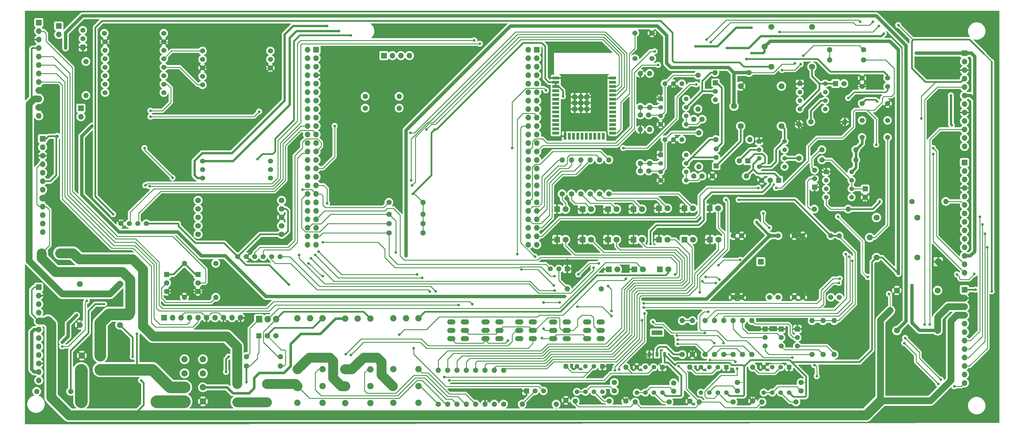
<source format=gbr>
%TF.GenerationSoftware,KiCad,Pcbnew,(6.0.5)*%
%TF.CreationDate,2023-07-29T02:07:02+09:00*%
%TF.ProjectId,LV_PCB,4c565f50-4342-42e6-9b69-6361645f7063,rev?*%
%TF.SameCoordinates,Original*%
%TF.FileFunction,Copper,L1,Top*%
%TF.FilePolarity,Positive*%
%FSLAX46Y46*%
G04 Gerber Fmt 4.6, Leading zero omitted, Abs format (unit mm)*
G04 Created by KiCad (PCBNEW (6.0.5)) date 2023-07-29 02:07:02*
%MOMM*%
%LPD*%
G01*
G04 APERTURE LIST*
%TA.AperFunction,ComponentPad*%
%ADD10C,1.600000*%
%TD*%
%TA.AperFunction,ComponentPad*%
%ADD11O,1.600000X1.600000*%
%TD*%
%TA.AperFunction,ComponentPad*%
%ADD12R,1.500000X1.500000*%
%TD*%
%TA.AperFunction,ComponentPad*%
%ADD13C,1.500000*%
%TD*%
%TA.AperFunction,ComponentPad*%
%ADD14R,1.800000X1.800000*%
%TD*%
%TA.AperFunction,ComponentPad*%
%ADD15C,1.800000*%
%TD*%
%TA.AperFunction,ComponentPad*%
%ADD16C,1.524000*%
%TD*%
%TA.AperFunction,ComponentPad*%
%ADD17R,1.700000X1.700000*%
%TD*%
%TA.AperFunction,ComponentPad*%
%ADD18O,1.700000X1.700000*%
%TD*%
%TA.AperFunction,SMDPad,CuDef*%
%ADD19R,0.889000X1.473200*%
%TD*%
%TA.AperFunction,SMDPad,CuDef*%
%ADD20R,3.200400X1.473200*%
%TD*%
%TA.AperFunction,ComponentPad*%
%ADD21C,1.440000*%
%TD*%
%TA.AperFunction,ComponentPad*%
%ADD22O,2.500000X1.500000*%
%TD*%
%TA.AperFunction,ComponentPad*%
%ADD23R,1.600000X1.600000*%
%TD*%
%TA.AperFunction,ComponentPad*%
%ADD24R,1.900000X1.900000*%
%TD*%
%TA.AperFunction,ComponentPad*%
%ADD25C,1.900000*%
%TD*%
%TA.AperFunction,ComponentPad*%
%ADD26R,1.371600X1.371600*%
%TD*%
%TA.AperFunction,ComponentPad*%
%ADD27C,1.371600*%
%TD*%
%TA.AperFunction,ComponentPad*%
%ADD28R,1.625600X1.625600*%
%TD*%
%TA.AperFunction,ComponentPad*%
%ADD29C,1.625600*%
%TD*%
%TA.AperFunction,ComponentPad*%
%ADD30C,1.905000*%
%TD*%
%TA.AperFunction,ComponentPad*%
%ADD31C,1.700000*%
%TD*%
%TA.AperFunction,ComponentPad*%
%ADD32R,1.905000X2.000000*%
%TD*%
%TA.AperFunction,ComponentPad*%
%ADD33O,1.905000X2.000000*%
%TD*%
%TA.AperFunction,ComponentPad*%
%ADD34C,3.000000*%
%TD*%
%TA.AperFunction,SMDPad,CuDef*%
%ADD35R,2.000000X0.900000*%
%TD*%
%TA.AperFunction,SMDPad,CuDef*%
%ADD36R,0.900000X2.000000*%
%TD*%
%TA.AperFunction,SMDPad,CuDef*%
%ADD37R,1.330000X1.330000*%
%TD*%
%TA.AperFunction,ComponentPad*%
%ADD38C,0.300000*%
%TD*%
%TA.AperFunction,ViaPad*%
%ADD39C,1.000000*%
%TD*%
%TA.AperFunction,ViaPad*%
%ADD40C,0.800000*%
%TD*%
%TA.AperFunction,ViaPad*%
%ADD41C,2.000000*%
%TD*%
%TA.AperFunction,ViaPad*%
%ADD42C,0.500000*%
%TD*%
%TA.AperFunction,Conductor*%
%ADD43C,0.250000*%
%TD*%
%TA.AperFunction,Conductor*%
%ADD44C,0.500000*%
%TD*%
%TA.AperFunction,Conductor*%
%ADD45C,2.000000*%
%TD*%
%TA.AperFunction,Conductor*%
%ADD46C,1.000000*%
%TD*%
%TA.AperFunction,Conductor*%
%ADD47C,0.800000*%
%TD*%
%TA.AperFunction,Conductor*%
%ADD48C,0.700000*%
%TD*%
%TA.AperFunction,Conductor*%
%ADD49C,3.000000*%
%TD*%
%TA.AperFunction,Conductor*%
%ADD50C,3.500000*%
%TD*%
%TA.AperFunction,Conductor*%
%ADD51C,0.780000*%
%TD*%
%TA.AperFunction,Conductor*%
%ADD52C,0.400000*%
%TD*%
%TA.AperFunction,Conductor*%
%ADD53C,0.200000*%
%TD*%
%TA.AperFunction,Conductor*%
%ADD54C,3.800000*%
%TD*%
G04 APERTURE END LIST*
D10*
%TO.P,R19,1*%
%TO.N,Net-(K1-Pad2)*%
X205994000Y53340000D03*
D11*
%TO.P,R19,2*%
%TO.N,Net-(D9-Pad2)*%
X205994000Y63500000D03*
%TD*%
D10*
%TO.P,R31,1*%
%TO.N,Net-(C4-Pad2)*%
X264424000Y134620000D03*
D11*
%TO.P,R31,2*%
%TO.N,BRAKE_{PWR}*%
X264424000Y124460000D03*
%TD*%
D12*
%TO.P,Q10,1,E*%
%TO.N,BRAKE_{GND}*%
X284247000Y75819000D03*
D13*
%TO.P,Q10,2,B*%
%TO.N,Net-(Q10-Pad2)*%
X284247000Y73279000D03*
%TO.P,Q10,3,C*%
%TO.N,BSPD_Pin*%
X284247000Y70739000D03*
%TD*%
D10*
%TO.P,R63,1*%
%TO.N,Net-(D16-Pad2)*%
X231902000Y116332000D03*
D11*
%TO.P,R63,2*%
%TO.N,Net-(R63-Pad2)*%
X231902000Y126492000D03*
%TD*%
D14*
%TO.P,D12,1,K*%
%TO.N,BRAKE_{GND}*%
X252476000Y112014000D03*
D15*
%TO.P,D12,2,A*%
%TO.N,Net-(D12-Pad2)*%
X255016000Y112014000D03*
%TD*%
D10*
%TO.P,R21,1*%
%TO.N,Net-(Q6-Pad2)*%
X269504000Y132588000D03*
D11*
%TO.P,R21,2*%
%TO.N,BOTS_{2}*%
X279664000Y132588000D03*
%TD*%
D10*
%TO.P,R41,1*%
%TO.N,BRAKE_{GND}*%
X280543000Y54249000D03*
D11*
%TO.P,R41,2*%
%TO.N,SPD_FR_{GND}*%
X280543000Y64409000D03*
%TD*%
D16*
%TO.P,U5,1,IN*%
%TO.N,BOTS_{2}*%
X288194500Y85331000D03*
X285654500Y85331000D03*
%TO.P,U5,2,GND*%
%TO.N,BRAKE_{GND}*%
X274714500Y85331000D03*
X277254500Y85331000D03*
%TO.P,U5,3,OUT*%
%TO.N,BRAKE_{PWR}*%
X288194500Y103791000D03*
X285654500Y103791000D03*
%TO.P,U5,4,GND*%
%TO.N,BRAKE_{GND}*%
X277254500Y103791000D03*
X274714500Y103791000D03*
%TD*%
D10*
%TO.P,C10,1*%
%TO.N,AIR+*%
X275971000Y59797000D03*
%TO.P,C10,2*%
%TO.N,Net-(C10-Pad2)*%
X275971000Y57297000D03*
%TD*%
D14*
%TO.P,D11,1,K*%
%TO.N,BRAKE_{GND}*%
X260096000Y112014000D03*
D15*
%TO.P,D11,2,A*%
%TO.N,Net-(D11-Pad2)*%
X262636000Y112014000D03*
%TD*%
D10*
%TO.P,R2,1*%
%TO.N,Net-(Q1-Pad1)*%
X76454000Y57150000D03*
D11*
%TO.P,R2,2*%
%TO.N,BRAKE_SW_{2}*%
X66294000Y57150000D03*
%TD*%
D10*
%TO.P,R36,1*%
%TO.N,BSPD_Pin*%
X298323000Y68199000D03*
D11*
%TO.P,R36,2*%
%TO.N,+3V3*%
X298323000Y78359000D03*
%TD*%
D12*
%TO.P,Q9,1,E*%
%TO.N,BRAKE_{GND}*%
X289073000Y75819000D03*
D13*
%TO.P,Q9,2,B*%
%TO.N,Net-(Q9-Pad2)*%
X289073000Y73279000D03*
%TO.P,Q9,3,C*%
%TO.N,IMD_Pin*%
X289073000Y70739000D03*
%TD*%
D14*
%TO.P,D5,1,K*%
%TO.N,BRAKE_{GND}*%
X245110000Y93726000D03*
D15*
%TO.P,D5,2,A*%
%TO.N,Net-(D5-Pad2)*%
X247650000Y93726000D03*
%TD*%
D17*
%TO.P,J14,1,Pin_1*%
%TO.N,Net-(J14-Pad1)*%
X79512000Y141986000D03*
D18*
%TO.P,J14,2,Pin_2*%
%TO.N,Net-(U15-Pad78)*%
X79512000Y139446000D03*
%TD*%
D15*
%TO.P,K5,1*%
%TO.N,unconnected-(K5-Pad1)*%
X298292800Y166381400D03*
%TO.P,K5,2*%
%TO.N,BRAKE_SW_{2}*%
X286092800Y154381400D03*
%TO.P,K5,6*%
%TO.N,RTD_BUTTON*%
X286092800Y166381400D03*
%TO.P,K5,7*%
%TO.N,AIR+*%
X284092800Y160381400D03*
%TO.P,K5,14*%
%TO.N,Net-(C5-Pad1)*%
X298292800Y154381400D03*
%TD*%
D10*
%TO.P,R42,1*%
%TO.N,BRAKE_{GND}*%
X261747000Y54229000D03*
D11*
%TO.P,R42,2*%
%TO.N,SPD_RR_{GND}*%
X261747000Y64389000D03*
%TD*%
D10*
%TO.P,R55,1*%
%TO.N,RTD_ACTIVE_Pin*%
X171704000Y104648000D03*
D11*
%TO.P,R55,2*%
%TO.N,+3V3*%
X181864000Y104648000D03*
%TD*%
D19*
%TO.P,U4,1,GND*%
%TO.N,BRAKE_{GND}*%
X249632000Y68237100D03*
%TO.P,U4,2,VO*%
%TO.N,Net-(R10-Pad1)*%
X251922000Y68237100D03*
%TO.P,U4,3,VI*%
%TO.N,AIR+*%
X254212000Y68237100D03*
D20*
%TO.P,U4,4*%
%TO.N,N/C*%
X251922000Y74764900D03*
%TD*%
D21*
%TO.P,RV2,1,1*%
%TO.N,Net-(C4-Pad2)*%
X254254000Y132588000D03*
%TO.P,RV2,2,2*%
%TO.N,BRAKE_{GND}*%
X256794000Y132588000D03*
%TO.P,RV2,3,3*%
%TO.N,unconnected-(RV2-Pad3)*%
X259334000Y132588000D03*
%TD*%
D22*
%TO.P,SW2,1,1*%
%TO.N,Net-(SW1-Pad1)*%
X190335700Y72918700D03*
%TO.P,SW2,2*%
%TO.N,N/C*%
X190335700Y77918700D03*
%TO.P,SW2,3,3*%
%TO.N,Net-(SW2-Pad3)*%
X190335700Y75418700D03*
%TO.P,SW2,4,4*%
%TO.N,Net-(SW1-Pad4)*%
X194435700Y75418700D03*
%TO.P,SW2,5*%
%TO.N,N/C*%
X194435700Y77918700D03*
%TO.P,SW2,6,6*%
%TO.N,Net-(SW2-Pad6)*%
X194435700Y72918700D03*
%TD*%
%TO.P,SW4,1,1*%
%TO.N,Net-(SW1-Pad1)*%
X200622700Y72918700D03*
%TO.P,SW4,2*%
%TO.N,N/C*%
X200622700Y77918700D03*
%TO.P,SW4,3,3*%
%TO.N,CAN_H_{INV}*%
X200622700Y75418700D03*
%TO.P,SW4,4,4*%
%TO.N,Net-(SW1-Pad4)*%
X204722700Y75418700D03*
%TO.P,SW4,5*%
%TO.N,N/C*%
X204722700Y77918700D03*
%TO.P,SW4,6,6*%
%TO.N,CAN_L_{INV}*%
X204722700Y72918700D03*
%TD*%
D14*
%TO.P,D8,1,K*%
%TO.N,BRAKE_{GND}*%
X252476000Y102616000D03*
D15*
%TO.P,D8,2,A*%
%TO.N,Net-(D8-Pad2)*%
X255016000Y102616000D03*
%TD*%
D16*
%TO.P,SW8,*%
%TO.N,*%
X245294400Y156889700D03*
X250374400Y156889700D03*
%TO.P,SW8,1,1*%
%TO.N,Net-(SW8-Pad1)*%
X245294400Y164509700D03*
%TO.P,SW8,2,2*%
%TO.N,BRAKE_{GND}*%
X250374400Y164509700D03*
%TD*%
D23*
%TO.P,C5,1*%
%TO.N,Net-(C5-Pad1)*%
X305372888Y149352000D03*
D10*
%TO.P,C5,2*%
%TO.N,Net-(C5-Pad2)*%
X307872888Y149352000D03*
%TD*%
%TO.P,R23,1*%
%TO.N,Net-(C4-Pad1)*%
X246898000Y125436000D03*
D11*
%TO.P,R23,2*%
%TO.N,BRAKE_{GND}*%
X246898000Y135596000D03*
%TD*%
D12*
%TO.P,Q6,1,E*%
%TO.N,Net-(K1-Pad2)*%
X269610000Y124714000D03*
D13*
%TO.P,Q6,2,B*%
%TO.N,Net-(Q6-Pad2)*%
X269610000Y127254000D03*
%TO.P,Q6,3,C*%
%TO.N,Net-(Q5-Pad1)*%
X269610000Y129794000D03*
%TD*%
D22*
%TO.P,SW1,1,1*%
%TO.N,Net-(SW1-Pad1)*%
X220815700Y72918700D03*
%TO.P,SW1,2*%
%TO.N,N/C*%
X220815700Y77918700D03*
%TO.P,SW1,3,3*%
%TO.N,CAN_L_{DEBUG}*%
X220815700Y75418700D03*
%TO.P,SW1,4,4*%
%TO.N,Net-(SW1-Pad4)*%
X224915700Y75418700D03*
%TO.P,SW1,5*%
%TO.N,N/C*%
X224915700Y77918700D03*
%TO.P,SW1,6,6*%
%TO.N,CAN_H_{DEBUG}*%
X224915700Y72918700D03*
%TD*%
D24*
%TO.P,J6,1*%
%TO.N,LV+*%
X79808001Y63685999D03*
D25*
%TO.P,J6,2*%
%TO.N,BRAKE_{GND}*%
X79808001Y67885998D03*
%TO.P,J6,3*%
%TO.N,BOTS_{1}*%
X85308000Y63685999D03*
%TO.P,J6,4*%
%TO.N,BOTS_{2}*%
X85308000Y67885998D03*
%TD*%
D26*
%TO.P,U16,1,GND*%
%TO.N,BRAKE_{GND}*%
X235585000Y64643000D03*
D27*
%TO.P,U16,2,+*%
%TO.N,SPD_FL_{GND}*%
X233045000Y64643000D03*
%TO.P,U16,3,-*%
%TO.N,Net-(R10-Pad2)*%
X230505000Y64643000D03*
%TO.P,U16,4,V-*%
%TO.N,BRAKE_{GND}*%
X227965000Y64643000D03*
%TO.P,U16,5,BAL*%
%TO.N,Net-(C7-Pad2)*%
X227965000Y57023000D03*
%TO.P,U16,6,STRB*%
X230505000Y57023000D03*
%TO.P,U16,7*%
%TO.N,ADC3_IN10*%
X233045000Y57023000D03*
%TO.P,U16,8,V+*%
%TO.N,AIR+*%
X235585000Y57023000D03*
%TD*%
D17*
%TO.P,J2,1,Pin_1*%
%TO.N,BOTS_{2}*%
X343916000Y87625000D03*
D18*
%TO.P,J2,2,Pin_2*%
%TO.N,BRAKE_{GND}*%
X343916000Y85085000D03*
%TO.P,J2,3,Pin_3*%
%TO.N,AIR+*%
X343916000Y82545000D03*
%TO.P,J2,4,Pin_4*%
%TO.N,AIR-*%
X343916000Y80005000D03*
%TO.P,J2,5,Pin_5*%
%TO.N,BMS_FAULT*%
X343916000Y77465000D03*
%TO.P,J2,6,Pin_6*%
%TO.N,IMD_FAULT*%
X343916000Y74925000D03*
%TO.P,J2,7,Pin_7*%
%TO.N,Net-(J2-Pad7)*%
X343916000Y72385000D03*
%TO.P,J2,8,Pin_8*%
%TO.N,Net-(J2-Pad8)*%
X343916000Y69845000D03*
%TO.P,J2,9,Pin_9*%
%TO.N,Net-(J2-Pad9)*%
X343916000Y67305000D03*
%TO.P,J2,10,Pin_10*%
%TO.N,Net-(J2-Pad10)*%
X343916000Y64765000D03*
%TO.P,J2,11,Pin_11*%
%TO.N,CAN_H_{BMS}*%
X343916000Y62225000D03*
%TO.P,J2,12,Pin_12*%
%TO.N,CAN_L_{BMS}*%
X343916000Y59685000D03*
%TD*%
D23*
%TO.P,10uF1,1*%
%TO.N,Net-(10uF1-Pad1)*%
X279091113Y126238000D03*
D10*
%TO.P,10uF1,2*%
%TO.N,Net-(10uF1-Pad2)*%
X276591113Y126238000D03*
%TD*%
%TO.P,R12,1*%
%TO.N,Net-(Q3-Pad3)*%
X139192000Y67564000D03*
D11*
%TO.P,R12,2*%
%TO.N,IMD_FAULT*%
X129032000Y67564000D03*
%TD*%
D10*
%TO.P,R43,1*%
%TO.N,ADC3_IN11*%
X293497000Y53995000D03*
D11*
%TO.P,R43,2*%
%TO.N,Net-(R10-Pad1)*%
X283337000Y53995000D03*
%TD*%
D14*
%TO.P,D9,1,K*%
%TO.N,BRAKE_{GND}*%
X267711000Y112014000D03*
D15*
%TO.P,D9,2,A*%
%TO.N,Net-(D9-Pad2)*%
X270251000Y112014000D03*
%TD*%
D14*
%TO.P,D7,1,K*%
%TO.N,Net-(D7-Pad1)*%
X252730000Y93726000D03*
D15*
%TO.P,D7,2,A*%
%TO.N,Net-(D7-Pad2)*%
X255270000Y93726000D03*
%TD*%
D21*
%TO.P,RV1,1,1*%
%TO.N,Net-(C3-Pad2)*%
X254254000Y149352000D03*
%TO.P,RV1,2,2*%
%TO.N,BRAKE_{GND}*%
X256794000Y149352000D03*
%TO.P,RV1,3,3*%
%TO.N,unconnected-(RV1-Pad3)*%
X259334000Y149352000D03*
%TD*%
D28*
%TO.P,Q2,1,G*%
%TO.N,BMS_FAULT*%
X132770600Y73799700D03*
D29*
%TO.P,Q2,2,D*%
%TO.N,Net-(Q2-Pad2)*%
X135310600Y73799700D03*
%TO.P,Q2,3,S*%
%TO.N,Net-(D2-Pad2)*%
X137850600Y73799700D03*
%TD*%
D10*
%TO.P,C1,1*%
%TO.N,BOTS_{2}*%
X262920000Y138684000D03*
%TO.P,C1,2*%
%TO.N,Net-(C1-Pad2)*%
X265420000Y138684000D03*
%TD*%
D17*
%TO.P,J12,1,Pin_1*%
%TO.N,BRAKE_{PWR}*%
X68072000Y132842000D03*
D18*
%TO.P,J12,2,Pin_2*%
%TO.N,ADC2_IN0*%
X68072000Y130302000D03*
%TO.P,J12,3,Pin_3*%
%TO.N,BRAKE_{GND}*%
X68072000Y127762000D03*
%TO.P,J12,4,Pin_4*%
%TO.N,BOTS_{2}*%
X68072000Y125222000D03*
%TO.P,J12,5,Pin_5*%
%TO.N,SPD_FL_{GND}*%
X68072000Y122682000D03*
%TO.P,J12,6,Pin_6*%
%TO.N,BRAKE_{PWR}*%
X68072000Y120142000D03*
%TO.P,J12,7,Pin_7*%
%TO.N,ADC2_IN1*%
X68072000Y117602000D03*
%TO.P,J12,8,Pin_8*%
%TO.N,BRAKE_{GND}*%
X68072000Y115062000D03*
%TO.P,J12,9,Pin_9*%
%TO.N,BOTS_{2}*%
X68072000Y112522000D03*
%TO.P,J12,10,Pin_10*%
%TO.N,SPD_RL_{GND}*%
X68072000Y109982000D03*
%TO.P,J12,11,Pin_11*%
%TO.N,SPK_L+*%
X68072000Y107442000D03*
%TO.P,J12,12,Pin_12*%
%TO.N,SPK_L-*%
X68072000Y104902000D03*
%TD*%
D10*
%TO.P,R62,1*%
%TO.N,Net-(D15-Pad2)*%
X229108000Y116332000D03*
D11*
%TO.P,R62,2*%
%TO.N,Net-(R62-Pad2)*%
X229108000Y126492000D03*
%TD*%
D26*
%TO.P,U13,1,GND*%
%TO.N,BRAKE_{GND}*%
X294640000Y149352000D03*
D27*
%TO.P,U13,2,TR*%
%TO.N,Net-(C5-Pad2)*%
X294640000Y146812000D03*
%TO.P,U13,3,Q*%
%TO.N,Net-(K6-Pad2)*%
X294640000Y144272000D03*
%TO.P,U13,4,R*%
%TO.N,Net-(C5-Pad1)*%
X294640000Y141732000D03*
%TO.P,U13,5,CV*%
%TO.N,unconnected-(U13-Pad5)*%
X302260000Y141732000D03*
%TO.P,U13,6,THR*%
%TO.N,Net-(C5-Pad2)*%
X302260000Y144272000D03*
%TO.P,U13,7,DIS*%
%TO.N,unconnected-(U13-Pad7)*%
X302260000Y146812000D03*
%TO.P,U13,8,VCC*%
%TO.N,Net-(C5-Pad1)*%
X302260000Y149352000D03*
%TD*%
D15*
%TO.P,K2,1*%
%TO.N,Net-(K6-Pad1)*%
X79197200Y89263600D03*
%TO.P,K2,2*%
%TO.N,AIR-*%
X91197200Y77063600D03*
%TO.P,K2,6*%
%TO.N,BRAKE_{GND}*%
X79197200Y77063600D03*
%TO.P,K2,7*%
%TO.N,BOTS_{2}*%
X85197200Y75063600D03*
%TO.P,K2,14*%
%TO.N,IGNITION_INPUT*%
X91197200Y89263600D03*
%TD*%
D10*
%TO.P,R46,1*%
%TO.N,Net-(C6-Pad1)*%
X301244000Y126492000D03*
D11*
%TO.P,R46,2*%
%TO.N,Net-(K6-Pad9)*%
X311404000Y126492000D03*
%TD*%
D10*
%TO.P,R52,1*%
%TO.N,ESP_{SDA}*%
X164592000Y145542000D03*
D11*
%TO.P,R52,2*%
%TO.N,+3V3*%
X174752000Y145542000D03*
%TD*%
D10*
%TO.P,R50,1*%
%TO.N,Net-(Q13-Pad3)*%
X301244000Y129540000D03*
D11*
%TO.P,R50,2*%
%TO.N,Net-(K6-Pad9)*%
X311404000Y129540000D03*
%TD*%
D10*
%TO.P,R3,1*%
%TO.N,BOTS_{1}*%
X119888000Y95504000D03*
D11*
%TO.P,R3,2*%
%TO.N,BRAKE_LIGHT-*%
X119888000Y85344000D03*
%TD*%
D12*
%TO.P,Q8,1,E*%
%TO.N,BRAKE_{GND}*%
X293899000Y75819000D03*
D13*
%TO.P,Q8,2,B*%
%TO.N,Net-(Q8-Pad2)*%
X293899000Y73279000D03*
%TO.P,Q8,3,C*%
%TO.N,BMS_Pin*%
X293899000Y70739000D03*
%TD*%
D16*
%TO.P,K6,1*%
%TO.N,Net-(K6-Pad1)*%
X320897000Y151035000D03*
%TO.P,K6,2*%
%TO.N,Net-(K6-Pad2)*%
X320897000Y148495000D03*
%TO.P,K6,4*%
%TO.N,BRAKE_{GND}*%
X320897000Y143415000D03*
%TO.P,K6,6*%
%TO.N,unconnected-(K6-Pad6)*%
X320897000Y138335000D03*
%TO.P,K6,8*%
%TO.N,Net-(K4-Pad7)*%
X320897000Y133255000D03*
%TO.P,K6,9*%
%TO.N,Net-(K6-Pad9)*%
X313277000Y133255000D03*
%TO.P,K6,11*%
%TO.N,unconnected-(K6-Pad11)*%
X313277000Y138335000D03*
%TO.P,K6,13*%
%TO.N,AIR+*%
X313277000Y143415000D03*
%TO.P,K6,15*%
%TO.N,BRAKE_{GND}*%
X313277000Y148495000D03*
%TO.P,K6,16*%
X313277000Y151035000D03*
%TD*%
D17*
%TO.P,J15,1,Pin_1*%
%TO.N,BRAKE_{GND}*%
X336052000Y96012000D03*
%TD*%
D30*
%TO.P,RLY2,1,A1*%
%TO.N,RESET_{2}*%
X158616000Y78994000D03*
%TO.P,RLY2,2,A2*%
%TO.N,Net-(Q3-Pad3)*%
X166116000Y78994000D03*
%TO.P,RLY2,3,A3*%
%TO.N,BOTS_{2}*%
X162366000Y78994003D03*
%TO.P,RLY2,4,11*%
X166116000Y58694003D03*
%TO.P,RLY2,5,12*%
%TO.N,Net-(R7-Pad2)*%
X166116000Y63734003D03*
%TO.P,RLY2,6,14*%
%TO.N,Net-(R14-Pad1)*%
X166116000Y53654000D03*
%TO.P,RLY2,7,21*%
%TO.N,Net-(RLY1-Pad8)*%
X158615944Y58694079D03*
%TO.P,RLY2,8,22*%
%TO.N,Net-(RLY2-Pad8)*%
X158615944Y63734079D03*
%TO.P,RLY2,9,24*%
%TO.N,unconnected-(RLY2-Pad9)*%
X158616000Y53654000D03*
%TD*%
%TO.P,RLY3,1,A1*%
%TO.N,RESET_{2}*%
X173034000Y79039387D03*
%TO.P,RLY3,2,A2*%
%TO.N,Net-(D7-Pad2)*%
X180534000Y79039387D03*
%TO.P,RLY3,3,A3*%
%TO.N,BOTS_{2}*%
X176784000Y79039390D03*
%TO.P,RLY3,4,11*%
X180534000Y58739390D03*
%TO.P,RLY3,5,12*%
%TO.N,Net-(R8-Pad2)*%
X180534000Y63779390D03*
%TO.P,RLY3,6,14*%
%TO.N,Net-(R16-Pad1)*%
X180534000Y53699387D03*
%TO.P,RLY3,7,21*%
%TO.N,Net-(RLY2-Pad8)*%
X173033944Y58739466D03*
%TO.P,RLY3,8,22*%
%TO.N,HV_MASTER_{1}*%
X173033944Y63779466D03*
%TO.P,RLY3,9,24*%
%TO.N,unconnected-(RLY3-Pad9)*%
X173034000Y53699387D03*
%TD*%
D14*
%TO.P,D2,1,K*%
%TO.N,BRAKE_{GND}*%
X237490000Y93726000D03*
D15*
%TO.P,D2,2,A*%
%TO.N,Net-(D2-Pad2)*%
X240030000Y93726000D03*
%TD*%
D10*
%TO.P,R5,1*%
%TO.N,HV_AUX_{R2}*%
X189230000Y53340000D03*
D11*
%TO.P,R5,2*%
%TO.N,Net-(D3-Pad2)*%
X189230000Y63500000D03*
%TD*%
D17*
%TO.P,J5,1,Pin_1*%
%TO.N,LATCH_{BSPD}*%
X343916000Y125720000D03*
D18*
%TO.P,J5,2,Pin_2*%
%TO.N,LATCH_{IMD}*%
X343916000Y123180000D03*
%TO.P,J5,3,Pin_3*%
%TO.N,LATCH_{BMS}*%
X343916000Y120640000D03*
%TO.P,J5,4,Pin_4*%
%TO.N,BRAKE_{GND}*%
X343916000Y118100000D03*
%TO.P,J5,5,Pin_5*%
%TO.N,RTD_BUTTON*%
X343916000Y115560000D03*
%TO.P,J5,6,Pin_6*%
%TO.N,RTD_LED*%
X343916000Y113020000D03*
%TO.P,J5,7,Pin_7*%
%TO.N,Net-(J2-Pad7)*%
X343916000Y110480000D03*
%TO.P,J5,8,Pin_8*%
%TO.N,Net-(J2-Pad8)*%
X343916000Y107940000D03*
%TO.P,J5,9,Pin_9*%
%TO.N,Net-(J2-Pad9)*%
X343916000Y105400000D03*
%TO.P,J5,10,Pin_10*%
%TO.N,Net-(J2-Pad10)*%
X343916000Y102860000D03*
%TO.P,J5,11,Pin_11*%
%TO.N,SW_{RTD_EN}*%
X343916000Y100320000D03*
%TO.P,J5,12,Pin_12*%
%TO.N,BRAKE_{PWR}*%
X343916000Y97780000D03*
%TO.P,J5,13,Pin_13*%
%TO.N,LCD_{SDA}*%
X343916000Y95240000D03*
%TO.P,J5,14,Pin_14*%
%TO.N,LCD_{SCL}*%
X343916000Y92700000D03*
%TD*%
D16*
%TO.P,U10,1,VCC*%
%TO.N,+3V3*%
X99095200Y107408600D03*
%TO.P,U10,2,RX*%
%TO.N,GPS_{RX}*%
X96555200Y107408600D03*
%TO.P,U10,3,TX*%
%TO.N,GPS_{TX}*%
X94015200Y107408600D03*
%TO.P,U10,4,GND*%
%TO.N,BRAKE_{GND}*%
X91475200Y107408600D03*
%TD*%
%TO.P,U12,1,VCC*%
%TO.N,BRAKE_{PWR}*%
X104324400Y146658600D03*
%TO.P,U12,2,RX*%
%TO.N,Net-(J14-Pad1)*%
X104324400Y149198600D03*
%TO.P,U12,3,TX*%
%TO.N,unconnected-(U12-Pad3)*%
X104324400Y151738600D03*
%TO.P,U12,4,DAC_R*%
%TO.N,Net-(U12-Pad4)*%
X104324400Y154278600D03*
%TO.P,U12,5,DAC_L*%
%TO.N,Net-(U12-Pad5)*%
X104324400Y156818600D03*
%TO.P,U12,6,SPK_1*%
%TO.N,unconnected-(U12-Pad6)*%
X104324400Y159358600D03*
%TO.P,U12,7,GND_1*%
%TO.N,BRAKE_{GND}*%
X104324400Y161898600D03*
%TO.P,U12,8,SPK_2*%
%TO.N,unconnected-(U12-Pad8)*%
X104324400Y164438600D03*
%TO.P,U12,9,IO_1*%
%TO.N,unconnected-(U12-Pad9)*%
X86544400Y164438600D03*
%TO.P,U12,10,GND_2*%
%TO.N,BRAKE_{GND}*%
X86773000Y161898600D03*
%TO.P,U12,11,IO_2*%
%TO.N,Net-(Q12-Pad3)*%
X86773000Y159358600D03*
%TO.P,U12,12,ADKEY_1*%
%TO.N,unconnected-(U12-Pad12)*%
X86773000Y156818600D03*
%TO.P,U12,13,ADKEY_2*%
%TO.N,unconnected-(U12-Pad13)*%
X86773000Y154278600D03*
%TO.P,U12,14,USB+*%
%TO.N,unconnected-(U12-Pad14)*%
X86773000Y151738600D03*
%TO.P,U12,15,USB-*%
%TO.N,unconnected-(U12-Pad15)*%
X86773000Y149198600D03*
%TO.P,U12,16,BUSY*%
%TO.N,unconnected-(U12-Pad16)*%
X86773000Y146658600D03*
%TD*%
D17*
%TO.P,J7,1,Pin_1*%
%TO.N,CAN_H_{DEBUG}*%
X104399000Y79248000D03*
D18*
%TO.P,J7,2,Pin_2*%
%TO.N,CAN_L_{DEBUG}*%
X106939000Y79248000D03*
%TO.P,J7,3,Pin_3*%
%TO.N,BRAKE_{GND}*%
X109479000Y79248000D03*
%TO.P,J7,4,Pin_4*%
%TO.N,Net-(J1-Pad7)*%
X112019000Y79248000D03*
%TO.P,J7,5,Pin_5*%
%TO.N,Net-(J1-Pad8)*%
X114559000Y79248000D03*
%TO.P,J7,6,Pin_6*%
%TO.N,BRAKE_{GND}*%
X117099000Y79248000D03*
%TO.P,J7,7,Pin_7*%
%TO.N,ESP_TX*%
X119639000Y79248000D03*
%TO.P,J7,8,Pin_8*%
%TO.N,BRAKE_{GND}*%
X122179000Y79248000D03*
%TO.P,J7,9,Pin_9*%
%TO.N,ESP_RX*%
X124719000Y79248000D03*
%TO.P,J7,10,Pin_10*%
%TO.N,BRAKE_{GND}*%
X127259000Y79248000D03*
%TD*%
D16*
%TO.P,U7,1,3V3*%
%TO.N,+3V3*%
X126483700Y97522700D03*
%TO.P,U7,2,GND*%
%TO.N,BRAKE_{GND}*%
X129023700Y97522700D03*
%TO.P,U7,3,CTX*%
%TO.N,CAN1_{TX}*%
X131563700Y97522700D03*
%TO.P,U7,4,CRX*%
%TO.N,CAN1_{RX}*%
X134103700Y97522700D03*
%TO.P,U7,5,CANH*%
%TO.N,Net-(SW2-Pad6)*%
X136643700Y97522700D03*
%TO.P,U7,6,CANL*%
%TO.N,Net-(SW2-Pad3)*%
X139183700Y97522700D03*
%TD*%
D10*
%TO.P,R7,1*%
%TO.N,Net-(D6-Pad2)*%
X194818000Y63500000D03*
D11*
%TO.P,R7,2*%
%TO.N,Net-(R7-Pad2)*%
X194818000Y53340000D03*
%TD*%
D12*
%TO.P,Q13,1,E*%
%TO.N,BRAKE_{GND}*%
X299064000Y118364000D03*
D13*
%TO.P,Q13,2,B*%
%TO.N,Net-(Q13-Pad2)*%
X299064000Y120904000D03*
%TO.P,Q13,3,C*%
%TO.N,Net-(Q13-Pad3)*%
X299064000Y123444000D03*
%TD*%
D31*
%TO.P,U9,1,3V3*%
%TO.N,+3V3*%
X139595000Y111855000D03*
%TO.P,U9,2,GND*%
%TO.N,BRAKE_{GND}*%
X139595000Y109315000D03*
%TO.P,U9,6,Vs*%
%TO.N,unconnected-(U9-Pad6)*%
X139595000Y106775000D03*
%TO.P,U9,7,~{CS}*%
%TO.N,+3V3*%
X139595000Y104235000D03*
%TO.P,U9,8,INT1*%
%TO.N,unconnected-(U9-Pad8)*%
X114595000Y104235000D03*
%TO.P,U9,9,INT2*%
%TO.N,unconnected-(U9-Pad9)*%
X114595000Y106775000D03*
%TO.P,U9,12,SDO/ADDR*%
%TO.N,unconnected-(U9-Pad12)*%
X114595000Y109315000D03*
%TO.P,U9,13,SDA*%
%TO.N,ACC_{SDA}*%
X114595000Y111855000D03*
%TO.P,U9,14,SCL/SCLK*%
%TO.N,ACC_{SCL}*%
X114595000Y114395000D03*
%TO.P,U9,22,5V*%
%TO.N,unconnected-(U9-Pad22)*%
X139595000Y114395000D03*
%TD*%
D10*
%TO.P,R60,1*%
%TO.N,Net-(D13-Pad2)*%
X223520000Y116332000D03*
D11*
%TO.P,R60,2*%
%TO.N,Net-(R60-Pad2)*%
X223520000Y126492000D03*
%TD*%
D14*
%TO.P,D10,1,K*%
%TO.N,Net-(D10-Pad1)*%
X260096000Y102616000D03*
D15*
%TO.P,D10,2,A*%
%TO.N,AIR-*%
X262636000Y102616000D03*
%TD*%
D14*
%TO.P,D3,1,K*%
%TO.N,BRAKE_{GND}*%
X229616000Y102616000D03*
D15*
%TO.P,D3,2,A*%
%TO.N,Net-(D3-Pad2)*%
X232156000Y102616000D03*
%TD*%
D24*
%TO.P,J13,1,Pin_1*%
%TO.N,BOTS_{2}*%
X67743001Y98569500D03*
D25*
%TO.P,J13,2,Pin_2*%
%TO.N,HV_AUX_{C1}*%
X73243000Y98569500D03*
%TD*%
D26*
%TO.P,U2,1,GND*%
%TO.N,BRAKE_{GND}*%
X252994000Y144780000D03*
D27*
%TO.P,U2,2,+*%
%TO.N,Net-(C3-Pad1)*%
X252994000Y142240000D03*
%TO.P,U2,3,-*%
%TO.N,Net-(C3-Pad2)*%
X252994000Y139700000D03*
%TO.P,U2,4,V-*%
%TO.N,BRAKE_{GND}*%
X252994000Y137160000D03*
%TO.P,U2,5,BAL*%
%TO.N,Net-(C1-Pad2)*%
X260614000Y137160000D03*
%TO.P,U2,6,STRB*%
X260614000Y139700000D03*
%TO.P,U2,7*%
%TO.N,Net-(Q5-Pad2)*%
X260614000Y142240000D03*
%TO.P,U2,8,V+*%
%TO.N,BOTS_{2}*%
X260614000Y144780000D03*
%TD*%
D10*
%TO.P,R34,1*%
%TO.N,BMS_Pin*%
X304927000Y68199000D03*
D11*
%TO.P,R34,2*%
%TO.N,+3V3*%
X304927000Y78359000D03*
%TD*%
D10*
%TO.P,R44,1*%
%TO.N,ADC3_IN13*%
X274701000Y53975000D03*
D11*
%TO.P,R44,2*%
%TO.N,Net-(R10-Pad1)*%
X264541000Y53975000D03*
%TD*%
D10*
%TO.P,R26,1*%
%TO.N,Net-(R16-Pad1)*%
X274701000Y68199000D03*
D11*
%TO.P,R26,2*%
%TO.N,Net-(Q10-Pad2)*%
X274701000Y78359000D03*
%TD*%
D16*
%TO.P,U6,1,IN*%
%TO.N,BOTS_{2}*%
X303942500Y85331000D03*
X306482500Y85331000D03*
%TO.P,U6,2,GND*%
%TO.N,BRAKE_{GND}*%
X293002500Y85331000D03*
X295542500Y85331000D03*
%TO.P,U6,3,OUT*%
%TO.N,+3V3*%
X306482500Y103791000D03*
X303942500Y103791000D03*
%TO.P,U6,4,GND*%
%TO.N,BRAKE_{GND}*%
X293002500Y103791000D03*
X295542500Y103791000D03*
%TD*%
D28*
%TO.P,Q1,1,G*%
%TO.N,Net-(Q1-Pad1)*%
X105156000Y92202000D03*
D29*
%TO.P,Q1,2,D*%
%TO.N,BRAKE_LIGHT-*%
X105156000Y89662000D03*
%TO.P,Q1,3,S*%
%TO.N,BRAKE_{GND}*%
X105156000Y87122000D03*
%TD*%
D10*
%TO.P,R57,1*%
%TO.N,LCD_{SCL}*%
X313690000Y159512000D03*
D11*
%TO.P,R57,2*%
%TO.N,BRAKE_{PWR}*%
X303530000Y159512000D03*
%TD*%
D10*
%TO.P,R27,1*%
%TO.N,Net-(R14-Pad1)*%
X277495000Y68199000D03*
D11*
%TO.P,R27,2*%
%TO.N,Net-(Q9-Pad2)*%
X277495000Y78359000D03*
%TD*%
D10*
%TO.P,C7,1*%
%TO.N,AIR+*%
X239141000Y59817000D03*
%TO.P,C7,2*%
%TO.N,Net-(C7-Pad2)*%
X239141000Y57317000D03*
%TD*%
D28*
%TO.P,Q4,1,G*%
%TO.N,Net-(Q4-Pad1)*%
X288300000Y120396000D03*
D29*
%TO.P,Q4,2,D*%
%TO.N,Net-(D7-Pad1)*%
X285760000Y120396000D03*
%TO.P,Q4,3,S*%
%TO.N,BRAKE_{GND}*%
X283220000Y120396000D03*
%TD*%
D10*
%TO.P,R38,1*%
%TO.N,Net-(C5-Pad2)*%
X297942000Y137922000D03*
D11*
%TO.P,R38,2*%
%TO.N,BRAKE_{GND}*%
X308102000Y137922000D03*
%TD*%
D24*
%TO.P,J3,1,Pin_1*%
%TO.N,LV_MASTER_{1}*%
X110542001Y54169503D03*
D25*
%TO.P,J3,2,Pin_2*%
%TO.N,BOTS_{1}*%
X110542001Y58369502D03*
%TO.P,J3,3,Pin_3*%
%TO.N,HVD_{1}*%
X110542001Y62569501D03*
%TO.P,J3,4,Pin_4*%
%TO.N,HV_MASTER_{1}*%
X110542001Y66769501D03*
%TO.P,J3,5,Pin_5*%
%TO.N,BRAKE_{GND}*%
X116042000Y54169503D03*
%TO.P,J3,6,Pin_6*%
%TO.N,RESET_{2}*%
X116042000Y58369502D03*
%TO.P,J3,7,Pin_7*%
%TO.N,CAN_H_{LOGGER}*%
X116042000Y62569501D03*
%TO.P,J3,8,Pin_8*%
%TO.N,CAN_L_{LOGGER}*%
X116042000Y66769501D03*
%TD*%
D32*
%TO.P,Q3,1,G*%
%TO.N,IMD_FAULT*%
X132842000Y78811000D03*
D33*
%TO.P,Q3,2,D*%
%TO.N,Net-(D5-Pad2)*%
X135382000Y78811000D03*
%TO.P,Q3,3,S*%
%TO.N,Net-(Q3-Pad3)*%
X137922000Y78811000D03*
%TD*%
D24*
%TO.P,J11,1,Pin_1*%
%TO.N,HV_AUX_{R2}*%
X135138000Y59383999D03*
D25*
%TO.P,J11,2,Pin_2*%
%TO.N,HV_AUX_{C2}*%
X135138000Y53884000D03*
%TD*%
D10*
%TO.P,R6,1*%
%TO.N,Net-(D4-Pad2)*%
X192024000Y63500000D03*
D11*
%TO.P,R6,2*%
%TO.N,Net-(R6-Pad2)*%
X192024000Y53340000D03*
%TD*%
D14*
%TO.P,D13,1,K*%
%TO.N,BRAKE_{GND}*%
X221996000Y111760000D03*
D15*
%TO.P,D13,2,A*%
%TO.N,Net-(D13-Pad2)*%
X224536000Y111760000D03*
%TD*%
D10*
%TO.P,R56,1*%
%TO.N,ACC_{SDA}*%
X171704000Y107442000D03*
D11*
%TO.P,R56,2*%
%TO.N,+3V3*%
X181864000Y107442000D03*
%TD*%
D17*
%TO.P,J4,1,Pin_1*%
%TO.N,AIR-*%
X66929000Y88392000D03*
D18*
%TO.P,J4,2,Pin_2*%
%TO.N,BRAKE_{GND}*%
X66929000Y85852000D03*
%TO.P,J4,3,Pin_3*%
%TO.N,HALL_{SIG}*%
X66929000Y83312000D03*
%TO.P,J4,4,Pin_4*%
%TO.N,HVD_{1}*%
X66929000Y80772000D03*
%TO.P,J4,5,Pin_5*%
%TO.N,AIR-*%
X66929000Y78232000D03*
%TO.P,J4,6,Pin_6*%
%TO.N,BOTS_{1}*%
X66929000Y75692000D03*
%TO.P,J4,7,Pin_7*%
%TO.N,BRAKE_LIGHT-*%
X66929000Y73152000D03*
%TO.P,J4,8,Pin_8*%
%TO.N,BRAKE_{PWR}*%
X66929000Y70612000D03*
%TO.P,J4,9,Pin_9*%
%TO.N,BRAKE_{SIG}*%
X66929000Y68072000D03*
%TO.P,J4,10,Pin_10*%
%TO.N,BRAKE_{GND}*%
X66929000Y65532000D03*
%TO.P,J4,11,Pin_11*%
%TO.N,BOTS_{1}*%
X66929000Y62992000D03*
%TO.P,J4,12,Pin_12*%
%TO.N,BRAKE_SW_{2}*%
X66929000Y60452000D03*
%TD*%
D26*
%TO.P,U19,1,GND*%
%TO.N,BRAKE_{GND}*%
X272669000Y64389000D03*
D27*
%TO.P,U19,2,+*%
%TO.N,SPD_RR_{GND}*%
X270129000Y64389000D03*
%TO.P,U19,3,-*%
%TO.N,Net-(R10-Pad2)*%
X267589000Y64389000D03*
%TO.P,U19,4,V-*%
%TO.N,BRAKE_{GND}*%
X265049000Y64389000D03*
%TO.P,U19,5,BAL*%
%TO.N,Net-(C10-Pad2)*%
X265049000Y56769000D03*
%TO.P,U19,6,STRB*%
X267589000Y56769000D03*
%TO.P,U19,7*%
%TO.N,ADC3_IN13*%
X270129000Y56769000D03*
%TO.P,U19,8,V+*%
%TO.N,AIR+*%
X272669000Y56769000D03*
%TD*%
D10*
%TO.P,R17,1*%
%TO.N,BRAKE_{GND}*%
X268488000Y121666000D03*
D11*
%TO.P,R17,2*%
%TO.N,Net-(Q4-Pad1)*%
X278648000Y121666000D03*
%TD*%
D10*
%TO.P,R13,1*%
%TO.N,BRAKE_{GND}*%
X262509000Y68199000D03*
D11*
%TO.P,R13,2*%
%TO.N,Net-(R10-Pad2)*%
X262509000Y78359000D03*
%TD*%
D10*
%TO.P,R58,1*%
%TO.N,LCD_{SDA}*%
X313690000Y156464000D03*
D11*
%TO.P,R58,2*%
%TO.N,BRAKE_{PWR}*%
X303530000Y156464000D03*
%TD*%
D10*
%TO.P,C8,1*%
%TO.N,AIR+*%
X256921000Y59690000D03*
%TO.P,C8,2*%
%TO.N,Net-(C8-Pad2)*%
X256921000Y57190000D03*
%TD*%
%TO.P,R53,1*%
%TO.N,ACC_{SCL}*%
X171704000Y113792000D03*
D11*
%TO.P,R53,2*%
%TO.N,+3V3*%
X181864000Y113792000D03*
%TD*%
D10*
%TO.P,R64,1*%
%TO.N,Net-(K6-Pad9)*%
X203200000Y53340000D03*
D11*
%TO.P,R64,2*%
%TO.N,Net-(D17-Pad2)*%
X203200000Y63500000D03*
%TD*%
D10*
%TO.P,R48,1*%
%TO.N,Net-(K6-Pad9)*%
X328168000Y114046000D03*
D11*
%TO.P,R48,2*%
%TO.N,RTD_LED*%
X338328000Y114046000D03*
%TD*%
D10*
%TO.P,R15,1*%
%TO.N,AIR-*%
X221742000Y53340000D03*
D11*
%TO.P,R15,2*%
%TO.N,Net-(Q11-Pad2)*%
X211582000Y53340000D03*
%TD*%
D22*
%TO.P,SW3,1,1*%
%TO.N,Net-(SW1-Pad1)*%
X230975700Y72918700D03*
%TO.P,SW3,2*%
%TO.N,N/C*%
X230975700Y77918700D03*
%TO.P,SW3,3,3*%
%TO.N,CAN_L_{BMS}*%
X230975700Y75418700D03*
%TO.P,SW3,4,4*%
%TO.N,Net-(SW1-Pad4)*%
X235075700Y75418700D03*
%TO.P,SW3,5*%
%TO.N,N/C*%
X235075700Y77918700D03*
%TO.P,SW3,6,6*%
%TO.N,CAN_H_{BMS}*%
X235075700Y72918700D03*
%TD*%
D14*
%TO.P,D17,1,K*%
%TO.N,BRAKE_{GND}*%
X267716000Y102616000D03*
D15*
%TO.P,D17,2,A*%
%TO.N,Net-(D17-Pad2)*%
X270256000Y102616000D03*
%TD*%
D34*
%TO.P,F1,1*%
%TO.N,LV_MASTER_{1}*%
X102232000Y54102000D03*
%TO.P,F1,2*%
%TO.N,LV+*%
X79632000Y54102000D03*
%TD*%
D14*
%TO.P,D15,1,K*%
%TO.N,BRAKE_{GND}*%
X237236000Y111760000D03*
D15*
%TO.P,D15,2,A*%
%TO.N,Net-(D15-Pad2)*%
X239776000Y111760000D03*
%TD*%
D10*
%TO.P,R18,1*%
%TO.N,Net-(10uF1-Pad2)*%
X294396000Y127000000D03*
D11*
%TO.P,R18,2*%
%TO.N,BRAKE_{GND}*%
X294396000Y137160000D03*
%TD*%
D12*
%TO.P,Q12,1,E*%
%TO.N,BRAKE_{GND}*%
X80116000Y160274000D03*
D13*
%TO.P,Q12,2,B*%
%TO.N,Net-(J9-Pad1)*%
X80116000Y162814000D03*
%TO.P,Q12,3,C*%
%TO.N,Net-(Q12-Pad3)*%
X80116000Y165354000D03*
%TD*%
D10*
%TO.P,R4,1*%
%TO.N,BRAKE_{GND}*%
X110490000Y85344000D03*
D11*
%TO.P,R4,2*%
%TO.N,Net-(Q1-Pad1)*%
X110490000Y95504000D03*
%TD*%
D10*
%TO.P,C4,1*%
%TO.N,Net-(C4-Pad1)*%
X246938000Y123150000D03*
%TO.P,C4,2*%
%TO.N,Net-(C4-Pad2)*%
X249438000Y123150000D03*
%TD*%
%TO.P,R16,1*%
%TO.N,Net-(R16-Pad1)*%
X271907000Y68199000D03*
D11*
%TO.P,R16,2*%
%TO.N,LATCH_{BSPD}*%
X271907000Y78359000D03*
%TD*%
D10*
%TO.P,C9,1*%
%TO.N,AIR+*%
X295021000Y59817000D03*
%TO.P,C9,2*%
%TO.N,Net-(C9-Pad2)*%
X295021000Y57317000D03*
%TD*%
D26*
%TO.P,U14,1,GND*%
%TO.N,BRAKE_{GND}*%
X302514000Y122936000D03*
D27*
%TO.P,U14,2,TR*%
%TO.N,Net-(Q13-Pad3)*%
X302514000Y120396000D03*
%TO.P,U14,3,Q*%
%TO.N,Net-(R45-Pad2)*%
X302514000Y117856000D03*
%TO.P,U14,4,R*%
%TO.N,Net-(K6-Pad9)*%
X302514000Y115316000D03*
%TO.P,U14,5,CV*%
%TO.N,unconnected-(U14-Pad5)*%
X310134000Y115316000D03*
%TO.P,U14,6,THR*%
%TO.N,Net-(C6-Pad1)*%
X310134000Y117856000D03*
%TO.P,U14,7,DIS*%
X310134000Y120396000D03*
%TO.P,U14,8,VCC*%
%TO.N,Net-(K6-Pad9)*%
X310134000Y122936000D03*
%TD*%
D10*
%TO.P,R20,1*%
%TO.N,BOTS_{2}*%
X279410000Y152654000D03*
D11*
%TO.P,R20,2*%
%TO.N,Net-(Q5-Pad2)*%
X269250000Y152654000D03*
%TD*%
D26*
%TO.P,U1,1,GND*%
%TO.N,BRAKE_{GND}*%
X282458000Y132080000D03*
D27*
%TO.P,U1,2,TR*%
%TO.N,Net-(10uF1-Pad2)*%
X282458000Y129540000D03*
%TO.P,U1,3,Q*%
%TO.N,Net-(Q4-Pad1)*%
X282458000Y127000000D03*
%TO.P,U1,4,R*%
%TO.N,Net-(10uF1-Pad1)*%
X282458000Y124460000D03*
%TO.P,U1,5,CV*%
%TO.N,unconnected-(U1-Pad5)*%
X290078000Y124460000D03*
%TO.P,U1,6,THR*%
%TO.N,Net-(10uF1-Pad2)*%
X290078000Y127000000D03*
%TO.P,U1,7,DIS*%
%TO.N,unconnected-(U1-Pad7)*%
X290078000Y129540000D03*
%TO.P,U1,8,VCC*%
%TO.N,Net-(10uF1-Pad1)*%
X290078000Y132080000D03*
%TD*%
D10*
%TO.P,R8,1*%
%TO.N,Net-(D8-Pad2)*%
X197612000Y63500000D03*
D11*
%TO.P,R8,2*%
%TO.N,Net-(R8-Pad2)*%
X197612000Y53340000D03*
%TD*%
D10*
%TO.P,R54,1*%
%TO.N,ESP_{SCL}*%
X164592000Y141986000D03*
D11*
%TO.P,R54,2*%
%TO.N,+3V3*%
X174752000Y141986000D03*
%TD*%
D10*
%TO.P,R32,1*%
%TO.N,Net-(C4-Pad1)*%
X249692000Y125436000D03*
D11*
%TO.P,R32,2*%
%TO.N,HALL_{SIG}*%
X249692000Y135596000D03*
%TD*%
D17*
%TO.P,J10,1,Pin_1*%
%TO.N,BRAKE_{PWR}*%
X343916000Y158486000D03*
D18*
%TO.P,J10,2,Pin_2*%
%TO.N,ADC2_IN2*%
X343916000Y155946000D03*
%TO.P,J10,3,Pin_3*%
%TO.N,BRAKE_{GND}*%
X343916000Y153406000D03*
%TO.P,J10,4,Pin_4*%
%TO.N,BOTS_{2}*%
X343916000Y150866000D03*
%TO.P,J10,5,Pin_5*%
%TO.N,SPD_FR_{GND}*%
X343916000Y148326000D03*
%TO.P,J10,6,Pin_6*%
%TO.N,BRAKE_{PWR}*%
X343916000Y145786000D03*
%TO.P,J10,7,Pin_7*%
%TO.N,ADC2_IN3*%
X343916000Y143246000D03*
%TO.P,J10,8,Pin_8*%
%TO.N,BRAKE_{GND}*%
X343916000Y140706000D03*
%TO.P,J10,9,Pin_9*%
%TO.N,BOTS_{2}*%
X343916000Y138166000D03*
%TO.P,J10,10,Pin_10*%
%TO.N,SPD_RR_{GND}*%
X343916000Y135626000D03*
%TO.P,J10,11,Pin_11*%
%TO.N,SPK_R+*%
X343916000Y133086000D03*
%TO.P,J10,12,Pin_12*%
%TO.N,SPK_R-*%
X343916000Y130546000D03*
%TD*%
D26*
%TO.P,U18,1,GND*%
%TO.N,BRAKE_{GND}*%
X291465000Y64409000D03*
D27*
%TO.P,U18,2,+*%
%TO.N,SPD_FR_{GND}*%
X288925000Y64409000D03*
%TO.P,U18,3,-*%
%TO.N,Net-(R10-Pad2)*%
X286385000Y64409000D03*
%TO.P,U18,4,V-*%
%TO.N,BRAKE_{GND}*%
X283845000Y64409000D03*
%TO.P,U18,5,BAL*%
%TO.N,Net-(C9-Pad2)*%
X283845000Y56789000D03*
%TO.P,U18,6,STRB*%
X286385000Y56789000D03*
%TO.P,U18,7*%
%TO.N,ADC3_IN11*%
X288925000Y56789000D03*
%TO.P,U18,8,V+*%
%TO.N,AIR+*%
X291465000Y56789000D03*
%TD*%
D10*
%TO.P,C2,1*%
%TO.N,BOTS_{2}*%
X262920000Y121666000D03*
%TO.P,C2,2*%
%TO.N,Net-(C2-Pad2)*%
X265420000Y121666000D03*
%TD*%
D12*
%TO.P,Q11,1,E*%
%TO.N,BRAKE_{GND}*%
X212852000Y57298000D03*
D13*
%TO.P,Q11,2,B*%
%TO.N,Net-(Q11-Pad2)*%
X215392000Y57298000D03*
%TO.P,Q11,3,C*%
%TO.N,HV_ACTIVE_Pin*%
X217932000Y57298000D03*
%TD*%
D10*
%TO.P,R61,1*%
%TO.N,Net-(D14-Pad2)*%
X226314000Y116332000D03*
D11*
%TO.P,R61,2*%
%TO.N,Net-(R61-Pad2)*%
X226314000Y126492000D03*
%TD*%
D26*
%TO.P,U3,1,GND*%
%TO.N,BRAKE_{GND}*%
X252994000Y128016000D03*
D27*
%TO.P,U3,2,+*%
%TO.N,Net-(C4-Pad1)*%
X252994000Y125476000D03*
%TO.P,U3,3,-*%
%TO.N,Net-(C4-Pad2)*%
X252994000Y122936000D03*
%TO.P,U3,4,V-*%
%TO.N,BRAKE_{GND}*%
X252994000Y120396000D03*
%TO.P,U3,5,BAL*%
%TO.N,Net-(C2-Pad2)*%
X260614000Y120396000D03*
%TO.P,U3,6,STRB*%
X260614000Y122936000D03*
%TO.P,U3,7*%
%TO.N,Net-(Q6-Pad2)*%
X260614000Y125476000D03*
%TO.P,U3,8,V+*%
%TO.N,BOTS_{2}*%
X260614000Y128016000D03*
%TD*%
D15*
%TO.P,K1,1*%
%TO.N,unconnected-(K1-Pad1)*%
X289158800Y148601400D03*
%TO.P,K1,2*%
%TO.N,Net-(K1-Pad2)*%
X276958800Y136601400D03*
%TO.P,K1,6*%
%TO.N,BRAKE_{GND}*%
X276958800Y148601400D03*
%TO.P,K1,7*%
%TO.N,BOTS_{2}*%
X274958800Y142601400D03*
%TO.P,K1,14*%
%TO.N,Net-(10uF1-Pad1)*%
X289158800Y136601400D03*
%TD*%
D10*
%TO.P,R25,1*%
%TO.N,BRAKE_{GND}*%
X224663000Y54483000D03*
D11*
%TO.P,R25,2*%
%TO.N,SPD_FL_{GND}*%
X224663000Y64643000D03*
%TD*%
D10*
%TO.P,R14,1*%
%TO.N,Net-(R14-Pad1)*%
X269113000Y68199000D03*
D11*
%TO.P,R14,2*%
%TO.N,LATCH_{IMD}*%
X269113000Y78359000D03*
%TD*%
D28*
%TO.P,Q7,1,G*%
%TO.N,Net-(Q1-Pad1)*%
X114554000Y92202000D03*
D29*
%TO.P,Q7,2,D*%
%TO.N,BRAKE_SW_{INV}*%
X114554000Y89662000D03*
%TO.P,Q7,3,S*%
%TO.N,BRAKE_{GND}*%
X114554000Y87122000D03*
%TD*%
D10*
%TO.P,R9,1*%
%TO.N,BMS_FAULT*%
X129032000Y64770000D03*
D11*
%TO.P,R9,2*%
%TO.N,Net-(Q2-Pad2)*%
X139192000Y64770000D03*
%TD*%
D10*
%TO.P,R28,1*%
%TO.N,Net-(R11-Pad1)*%
X280289000Y68199000D03*
D11*
%TO.P,R28,2*%
%TO.N,Net-(Q8-Pad2)*%
X280289000Y78359000D03*
%TD*%
D17*
%TO.P,J1,1,Pin_1*%
%TO.N,FORWARD_ENABLE*%
X66929000Y167640000D03*
D18*
%TO.P,J1,2,Pin_2*%
%TO.N,BRAKE_SW_{INV}*%
X66929000Y165100000D03*
%TO.P,J1,3,Pin_3*%
%TO.N,BRAKE_{GND}*%
X66929000Y162560000D03*
%TO.P,J1,4,Pin_4*%
%TO.N,IGNITION_INPUT*%
X66929000Y160020000D03*
%TO.P,J1,5,Pin_5*%
%TO.N,CAN_H_{INV}*%
X66929000Y157480000D03*
%TO.P,J1,6,Pin_6*%
%TO.N,CAN_L_{INV}*%
X66929000Y154940000D03*
%TO.P,J1,7,Pin_7*%
%TO.N,Net-(J1-Pad7)*%
X66929000Y152400000D03*
%TO.P,J1,8,Pin_8*%
%TO.N,Net-(J1-Pad8)*%
X66929000Y149860000D03*
%TO.P,J1,9,Pin_9*%
%TO.N,BRAKE_{GND}*%
X66929000Y147320000D03*
%TO.P,J1,10,Pin_10*%
%TO.N,IGNITION_INPUT*%
X66929000Y144780000D03*
%TO.P,J1,11,Pin_11*%
%TO.N,BRAKE_{GND}*%
X66929000Y142240000D03*
%TO.P,J1,12,Pin_12*%
%TO.N,AIR_DRIVE*%
X66929000Y139700000D03*
%TD*%
D10*
%TO.P,R45,1*%
%TO.N,Net-(J9-Pad2)*%
X81026000Y155956000D03*
D11*
%TO.P,R45,2*%
%TO.N,Net-(R45-Pad2)*%
X81026000Y145796000D03*
%TD*%
D10*
%TO.P,R40,1*%
%TO.N,ADC3_IN12*%
X255524000Y53975000D03*
D11*
%TO.P,R40,2*%
%TO.N,Net-(R10-Pad1)*%
X245364000Y53975000D03*
%TD*%
D15*
%TO.P,K4,1*%
%TO.N,unconnected-(K4-Pad1)*%
X329788800Y109231400D03*
%TO.P,K4,2*%
%TO.N,AIR+*%
X317588800Y97231400D03*
%TO.P,K4,6*%
%TO.N,SW_{RTD_EN}*%
X317588800Y109231400D03*
%TO.P,K4,7*%
%TO.N,Net-(K4-Pad7)*%
X315588800Y103231400D03*
%TO.P,K4,14*%
%TO.N,FORWARD_ENABLE*%
X329788800Y97231400D03*
%TD*%
D14*
%TO.P,D16,1,K*%
%TO.N,BRAKE_{GND}*%
X244856000Y111760000D03*
D15*
%TO.P,D16,2,A*%
%TO.N,Net-(D16-Pad2)*%
X247396000Y111760000D03*
%TD*%
D12*
%TO.P,Q5,1,E*%
%TO.N,Net-(Q5-Pad1)*%
X269398000Y149606000D03*
D13*
%TO.P,Q5,2,B*%
%TO.N,Net-(Q5-Pad2)*%
X269398000Y147066000D03*
%TO.P,Q5,3,C*%
%TO.N,BOTS_{2}*%
X269398000Y144526000D03*
%TD*%
D18*
%TO.P,U15,15,PC0*%
%TO.N,ADC3_IN10*%
X215922200Y139200600D03*
%TO.P,U15,16,PC1*%
%TO.N,ADC3_IN11*%
X213382200Y139200600D03*
%TO.P,U15,17,PC2*%
%TO.N,ADC3_IN12*%
X215922200Y136660600D03*
%TO.P,U15,18,PC3*%
%TO.N,ADC3_IN13*%
X213382200Y136660600D03*
%TO.P,U15,20,VSSA*%
%TO.N,BRAKE_{GND}*%
X149880000Y151900600D03*
%TO.P,U15,23,PA0*%
%TO.N,ADC2_IN0*%
X215922200Y131580600D03*
%TO.P,U15,24,PA1*%
%TO.N,ADC2_IN1*%
X213382200Y131580600D03*
%TO.P,U15,25,PA2*%
%TO.N,ADC2_IN2*%
X215922200Y129040600D03*
%TO.P,U15,26,PA3*%
%TO.N,ADC2_IN3*%
X213382200Y129040600D03*
%TO.P,U15,41,PE10*%
%TO.N,Net-(R49-Pad2)*%
X213382200Y113800600D03*
%TO.P,U15,42,PE11*%
%TO.N,Net-(R59-Pad2)*%
X215922200Y111260600D03*
%TO.P,U15,43,PE12*%
%TO.N,Net-(R60-Pad2)*%
X213382200Y111260600D03*
%TO.P,U15,44,PE13*%
%TO.N,Net-(R61-Pad2)*%
X215922200Y108720600D03*
%TO.P,U15,45,PE14*%
%TO.N,Net-(R62-Pad2)*%
X213382200Y108720600D03*
%TO.P,U15,46,PE15*%
%TO.N,Net-(R63-Pad2)*%
X215922200Y106180600D03*
%TO.P,U15,47,PB10*%
%TO.N,LCD_{SCL}*%
X213382200Y106180600D03*
%TO.P,U15,48,PB11*%
%TO.N,LCD_{SDA}*%
X215922200Y103640600D03*
%TO.P,U15,57,PD10*%
%TO.N,RTD_ACTIVE_Pin*%
X149880000Y103640600D03*
%TO.P,U15,58,PD11*%
%TO.N,HV_ACTIVE_Pin*%
X147340000Y106180600D03*
%TO.P,U15,59,PD12*%
%TO.N,BMS_Pin*%
X149880000Y106180600D03*
%TO.P,U15,60,PD13*%
%TO.N,IMD_Pin*%
X147340000Y108720600D03*
%TO.P,U15,61,PD14*%
%TO.N,BSPD_Pin*%
X149880000Y108720600D03*
%TO.P,U15,63,PC6*%
%TO.N,unconnected-(U15-Pad63)*%
X149880000Y111260600D03*
%TO.P,U15,64,PC7*%
%TO.N,unconnected-(U15-Pad64)*%
X147340000Y113800600D03*
%TO.P,U15,66,PC9*%
%TO.N,ACC_{SDA}*%
X147340000Y116340600D03*
%TO.P,U15,67,PA8*%
%TO.N,ACC_{SCL}*%
X149880000Y116340600D03*
%TO.P,U15,68,PA9*%
%TO.N,ESP_RX*%
X147340000Y118880600D03*
%TO.P,U15,69,PA10*%
%TO.N,ESP_TX*%
X149880000Y118880600D03*
%TO.P,U15,78,PC10*%
%TO.N,Net-(U15-Pad78)*%
X149880000Y123960600D03*
%TO.P,U15,81,PD0*%
%TO.N,CAN1_{RX}*%
X147340000Y129040600D03*
%TO.P,U15,82,PD1*%
%TO.N,CAN1_{TX}*%
X149880000Y129040600D03*
%TO.P,U15,86,PD5*%
%TO.N,GPS_{RX}*%
X149880000Y134120600D03*
%TO.P,U15,87,PD6*%
%TO.N,GPS_{TX}*%
X147340000Y136660600D03*
%TO.P,U15,92,PB6*%
%TO.N,ESP_{SDA}*%
X147340000Y141740600D03*
%TO.P,U15,93,PB7*%
%TO.N,ESP_{SCL}*%
X149880000Y141740600D03*
%TO.P,U15,94,BOOT0*%
%TO.N,unconnected-(U15-Pad94)*%
X149880000Y154440600D03*
D17*
%TO.P,U15,100,VDD*%
%TO.N,BRAKE_{PWR}*%
X215922200Y159520600D03*
%TO.P,U15,110,USART1(5V)*%
%TO.N,unconnected-(U15-Pad110)*%
X170200000Y157748100D03*
D18*
%TO.P,U15,111,USART1(GND)*%
%TO.N,unconnected-(U15-Pad111)*%
X172740000Y157748100D03*
%TO.P,U15,112,USART1(RX1)*%
%TO.N,unconnected-(U15-Pad112)*%
X175280000Y157748100D03*
%TO.P,U15,113,USART1(TX1)*%
%TO.N,unconnected-(U15-Pad113)*%
X177820000Y157748100D03*
%TO.P,U15,X*%
%TO.N,N/C*%
X147340000Y146820600D03*
X147340000Y121420600D03*
X147340000Y159520600D03*
X213382200Y134120600D03*
X147340000Y126500600D03*
X147340000Y139200600D03*
X149880000Y136660600D03*
X213382200Y118880600D03*
X213382200Y149360600D03*
X147340000Y144280600D03*
X213382200Y101100600D03*
X213382200Y141740600D03*
X213382200Y103640600D03*
X215922200Y121420600D03*
X213382200Y151900600D03*
X215922200Y116340600D03*
X149880000Y101100600D03*
X149880000Y149360600D03*
X215922200Y134120600D03*
X215922200Y118880600D03*
X147340000Y103640600D03*
X147340000Y156980600D03*
X215922200Y156980600D03*
X149880000Y139200600D03*
X213382200Y121420600D03*
X149880000Y144280600D03*
X215922200Y154440600D03*
X215922200Y123960600D03*
X147340000Y111260600D03*
X149880000Y156980600D03*
X215922200Y151900600D03*
X215922200Y144280600D03*
X149880000Y131580600D03*
X213382200Y146820600D03*
X215922200Y149360600D03*
X147340000Y151900600D03*
X149880000Y126500600D03*
X213382200Y123960600D03*
X147340000Y134120600D03*
X213382200Y154440600D03*
X147340000Y154440600D03*
X213382200Y126500600D03*
X147340000Y131580600D03*
X213382200Y116340600D03*
X215922200Y126500600D03*
X147340000Y123960600D03*
X147340000Y101100600D03*
X149880000Y121420600D03*
D17*
X149880000Y159520600D03*
D18*
X149880000Y146820600D03*
X215922200Y141740600D03*
X215922200Y101100600D03*
X213382200Y159520600D03*
X215922200Y146820600D03*
X213382200Y156980600D03*
X147340000Y149360600D03*
X149880000Y113800600D03*
X213382200Y144280600D03*
X215922200Y113800600D03*
%TD*%
D10*
%TO.P,R37,1*%
%TO.N,HV_ACTIVE_Pin*%
X171704000Y110236000D03*
D11*
%TO.P,R37,2*%
%TO.N,+3V3*%
X181864000Y110236000D03*
%TD*%
D10*
%TO.P,R1,1*%
%TO.N,BOTS_{2}*%
X186436000Y53340000D03*
D11*
%TO.P,R1,2*%
%TO.N,Net-(D1-Pad2)*%
X186436000Y63500000D03*
%TD*%
D10*
%TO.P,R39,1*%
%TO.N,ADC3_IN10*%
X237617000Y54229000D03*
D11*
%TO.P,R39,2*%
%TO.N,Net-(R10-Pad1)*%
X227457000Y54229000D03*
%TD*%
D10*
%TO.P,C3,1*%
%TO.N,Net-(C3-Pad1)*%
X246918000Y139954000D03*
%TO.P,C3,2*%
%TO.N,Net-(C3-Pad2)*%
X249418000Y139954000D03*
%TD*%
D14*
%TO.P,D1,1,K*%
%TO.N,BRAKE_{GND}*%
X221996000Y102616000D03*
D15*
%TO.P,D1,2,A*%
%TO.N,Net-(D1-Pad2)*%
X224536000Y102616000D03*
%TD*%
D10*
%TO.P,R33,1*%
%TO.N,BRAKE_{GND}*%
X242570000Y54229000D03*
D11*
%TO.P,R33,2*%
%TO.N,SPD_RL_{GND}*%
X242570000Y64389000D03*
%TD*%
D12*
%TO.P,Q14,1,E*%
%TO.N,BRAKE_{GND}*%
X225044000Y93832000D03*
D13*
%TO.P,Q14,2,B*%
%TO.N,Net-(Q14-Pad2)*%
X222504000Y93832000D03*
%TO.P,Q14,3,C*%
%TO.N,RTD_ACTIVE_Pin*%
X219964000Y93832000D03*
%TD*%
D10*
%TO.P,R22,1*%
%TO.N,Net-(C3-Pad1)*%
X246898000Y142240000D03*
D11*
%TO.P,R22,2*%
%TO.N,BRAKE_{GND}*%
X246898000Y152400000D03*
%TD*%
D10*
%TO.P,R30,1*%
%TO.N,Net-(C3-Pad2)*%
X264170000Y151892000D03*
D11*
%TO.P,R30,2*%
%TO.N,BRAKE_{PWR}*%
X264170000Y141732000D03*
%TD*%
D10*
%TO.P,R29,1*%
%TO.N,Net-(C3-Pad1)*%
X249692000Y142240000D03*
D11*
%TO.P,R29,2*%
%TO.N,BRAKE_{SIG}*%
X249692000Y152400000D03*
%TD*%
D35*
%TO.P,U11,1,GND*%
%TO.N,BRAKE_{GND}*%
X221624000Y151056000D03*
%TO.P,U11,2,3V3*%
%TO.N,+3V3*%
X221624000Y149786000D03*
%TO.P,U11,3,EN*%
X221624000Y148516000D03*
%TO.P,U11,4,SENSOR_VP*%
%TO.N,unconnected-(U11-Pad4)*%
X221624000Y147246000D03*
%TO.P,U11,5,SENSOR_VN*%
%TO.N,unconnected-(U11-Pad5)*%
X221624000Y145976000D03*
%TO.P,U11,6,IO34*%
%TO.N,unconnected-(U11-Pad6)*%
X221624000Y144706000D03*
%TO.P,U11,7,IO35*%
%TO.N,unconnected-(U11-Pad7)*%
X221624000Y143436000D03*
%TO.P,U11,8,IO32*%
%TO.N,unconnected-(U11-Pad8)*%
X221624000Y142166000D03*
%TO.P,U11,9,IO33*%
%TO.N,unconnected-(U11-Pad9)*%
X221624000Y140896000D03*
%TO.P,U11,10,IO25*%
%TO.N,unconnected-(U11-Pad10)*%
X221624000Y139626000D03*
%TO.P,U11,11,IO26*%
%TO.N,unconnected-(U11-Pad11)*%
X221624000Y138356000D03*
%TO.P,U11,12,IO27*%
%TO.N,unconnected-(U11-Pad12)*%
X221624000Y137086000D03*
%TO.P,U11,13,IO14*%
%TO.N,unconnected-(U11-Pad13)*%
X221624000Y135816000D03*
%TO.P,U11,14,IO12*%
%TO.N,unconnected-(U11-Pad14)*%
X221624000Y134546000D03*
D36*
%TO.P,U11,15,GND*%
%TO.N,BRAKE_{GND}*%
X224409000Y133546000D03*
%TO.P,U11,16,IO13*%
%TO.N,unconnected-(U11-Pad16)*%
X225679000Y133546000D03*
%TO.P,U11,17,SHD/SD2*%
%TO.N,unconnected-(U11-Pad17)*%
X226949000Y133546000D03*
%TO.P,U11,18,SWP/SD3*%
%TO.N,unconnected-(U11-Pad18)*%
X228219000Y133546000D03*
%TO.P,U11,19,SCS/CMD*%
%TO.N,unconnected-(U11-Pad19)*%
X229489000Y133546000D03*
%TO.P,U11,20,SCK/CLK*%
%TO.N,unconnected-(U11-Pad20)*%
X230759000Y133546000D03*
%TO.P,U11,21,SDO/SD0*%
%TO.N,unconnected-(U11-Pad21)*%
X232029000Y133546000D03*
%TO.P,U11,22,SDI/SD1*%
%TO.N,unconnected-(U11-Pad22)*%
X233299000Y133546000D03*
%TO.P,U11,23,IO15*%
%TO.N,unconnected-(U11-Pad23)*%
X234569000Y133546000D03*
%TO.P,U11,24,IO2*%
%TO.N,unconnected-(U11-Pad24)*%
X235839000Y133546000D03*
D35*
%TO.P,U11,25,IO0*%
%TO.N,Net-(SW8-Pad1)*%
X238624000Y134546000D03*
%TO.P,U11,26,IO4*%
%TO.N,unconnected-(U11-Pad26)*%
X238624000Y135816000D03*
%TO.P,U11,27,IO16*%
%TO.N,unconnected-(U11-Pad27)*%
X238624000Y137086000D03*
%TO.P,U11,28,IO17*%
%TO.N,unconnected-(U11-Pad28)*%
X238624000Y138356000D03*
%TO.P,U11,29,IO5*%
%TO.N,unconnected-(U11-Pad29)*%
X238624000Y139626000D03*
%TO.P,U11,30,IO18*%
%TO.N,unconnected-(U11-Pad30)*%
X238624000Y140896000D03*
%TO.P,U11,31,IO19*%
%TO.N,unconnected-(U11-Pad31)*%
X238624000Y142166000D03*
%TO.P,U11,32*%
%TO.N,N/C*%
X238624000Y143436000D03*
%TO.P,U11,33,IO21*%
%TO.N,ESP_{SDA}*%
X238624000Y144706000D03*
%TO.P,U11,34,RXD0*%
%TO.N,ESP_RX*%
X238624000Y145976000D03*
%TO.P,U11,35,TXD0*%
%TO.N,ESP_TX*%
X238624000Y147246000D03*
%TO.P,U11,36,IO22*%
%TO.N,ESP_{SCL}*%
X238624000Y148516000D03*
%TO.P,U11,37,IO23*%
%TO.N,unconnected-(U11-Pad37)*%
X238624000Y149786000D03*
%TO.P,U11,38,GND*%
%TO.N,BRAKE_{GND}*%
X238624000Y151056000D03*
D37*
%TO.P,U11,39_1,GND*%
X227289000Y145391000D03*
%TO.P,U11,39_2,GND*%
X229124000Y145391000D03*
%TO.P,U11,39_3,GND*%
X230959000Y145391000D03*
%TO.P,U11,39_4,GND*%
X227289000Y143556000D03*
%TO.P,U11,39_5,GND*%
X229124000Y143556000D03*
%TO.P,U11,39_6,GND*%
X230959000Y143556000D03*
%TO.P,U11,39_7,GND*%
X227289000Y141721000D03*
%TO.P,U11,39_8,GND*%
X229124000Y141721000D03*
%TO.P,U11,39_9,GND*%
X230959000Y141721000D03*
D38*
%TO.P,U11,39_10,GND*%
X228206500Y145391000D03*
%TO.P,U11,39_11,GND*%
X230041500Y145391000D03*
%TO.P,U11,39_12,GND*%
X227289000Y144473500D03*
%TO.P,U11,39_13,GND*%
X229124000Y144473500D03*
%TO.P,U11,39_14,GND*%
X230959000Y144473500D03*
%TO.P,U11,39_15,GND*%
X228206500Y143556000D03*
%TO.P,U11,39_16,GND*%
X230041500Y143556000D03*
%TO.P,U11,39_17,GND*%
X227289000Y142638500D03*
%TO.P,U11,39_18,GND*%
X229124000Y142638500D03*
%TO.P,U11,39_19,GND*%
X230959000Y142638500D03*
%TO.P,U11,39_20,GND*%
X228206500Y141721000D03*
%TO.P,U11,39_21,GND*%
X230041500Y141721000D03*
%TD*%
D10*
%TO.P,R49,1*%
%TO.N,Net-(D11-Pad2)*%
X237490000Y116332000D03*
D11*
%TO.P,R49,2*%
%TO.N,Net-(R49-Pad2)*%
X237490000Y126492000D03*
%TD*%
D23*
%TO.P,C6,1*%
%TO.N,Net-(C6-Pad1)*%
X314198000Y117791112D03*
D10*
%TO.P,C6,2*%
%TO.N,BRAKE_{GND}*%
X314198000Y115291112D03*
%TD*%
D14*
%TO.P,D4,1,K*%
%TO.N,BRAKE_{GND}*%
X237236000Y102616000D03*
D15*
%TO.P,D4,2,A*%
%TO.N,Net-(D4-Pad2)*%
X239776000Y102616000D03*
%TD*%
D14*
%TO.P,D6,1,K*%
%TO.N,BRAKE_{GND}*%
X244856000Y102616000D03*
D15*
%TO.P,D6,2,A*%
%TO.N,Net-(D6-Pad2)*%
X247396000Y102616000D03*
%TD*%
%TO.P,K3,1*%
%TO.N,unconnected-(K3-Pad1)*%
X335884800Y87387400D03*
%TO.P,K3,2*%
%TO.N,AIR_DRIVE*%
X323684800Y75387400D03*
%TO.P,K3,6*%
%TO.N,BRAKE_{GND}*%
X323684800Y87387400D03*
%TO.P,K3,7*%
%TO.N,AIR-*%
X321684800Y81387400D03*
%TO.P,K3,14*%
%TO.N,AIR+*%
X335884800Y75387400D03*
%TD*%
D30*
%TO.P,RLY1,1,A1*%
%TO.N,RESET_{2}*%
X144332000Y79039387D03*
%TO.P,RLY1,2,A2*%
%TO.N,Net-(Q2-Pad2)*%
X151832000Y79039387D03*
%TO.P,RLY1,3,A3*%
%TO.N,BOTS_{2}*%
X148082000Y79039390D03*
%TO.P,RLY1,4,11*%
X151832000Y58739390D03*
%TO.P,RLY1,5,12*%
%TO.N,Net-(R6-Pad2)*%
X151832000Y63779390D03*
%TO.P,RLY1,6,14*%
%TO.N,Net-(R11-Pad1)*%
X151832000Y53699387D03*
%TO.P,RLY1,7,21*%
%TO.N,HV_AUX_{R2}*%
X144331944Y58739466D03*
%TO.P,RLY1,8,22*%
%TO.N,Net-(RLY1-Pad8)*%
X144331944Y63779466D03*
%TO.P,RLY1,9,24*%
%TO.N,unconnected-(RLY1-Pad9)*%
X144332000Y53699387D03*
%TD*%
D24*
%TO.P,J8,1,Pin_1*%
%TO.N,HV_AUX_{C1}*%
X126238000Y59436000D03*
D25*
%TO.P,J8,2,Pin_2*%
%TO.N,HV_AUX_{C2}*%
X126238000Y53936001D03*
%TD*%
D22*
%TO.P,SW5,1,1*%
%TO.N,Net-(SW1-Pad1)*%
X210655700Y72918700D03*
%TO.P,SW5,2*%
%TO.N,N/C*%
X210655700Y77918700D03*
%TO.P,SW5,3,3*%
%TO.N,CAN_L_{LOGGER}*%
X210655700Y75418700D03*
%TO.P,SW5,4,4*%
%TO.N,Net-(SW1-Pad4)*%
X214755700Y75418700D03*
%TO.P,SW5,5*%
%TO.N,N/C*%
X214755700Y77918700D03*
%TO.P,SW5,6,6*%
%TO.N,CAN_H_{LOGGER}*%
X214755700Y72918700D03*
%TD*%
D17*
%TO.P,J16,1,Pin_1*%
%TO.N,BOTS_{2}*%
X282966000Y96012000D03*
%TD*%
D10*
%TO.P,R11,1*%
%TO.N,Net-(R11-Pad1)*%
X266319000Y68199000D03*
D11*
%TO.P,R11,2*%
%TO.N,LATCH_{BMS}*%
X266319000Y78359000D03*
%TD*%
D10*
%TO.P,R47,1*%
%TO.N,Net-(K6-Pad9)*%
X235204000Y87884000D03*
D11*
%TO.P,R47,2*%
%TO.N,Net-(Q14-Pad2)*%
X225044000Y87884000D03*
%TD*%
D10*
%TO.P,R24,1*%
%TO.N,Net-(D10-Pad1)*%
X200406000Y63500000D03*
D11*
%TO.P,R24,2*%
%TO.N,BRAKE_{GND}*%
X200406000Y53340000D03*
%TD*%
D14*
%TO.P,D14,1,K*%
%TO.N,BRAKE_{GND}*%
X229616000Y111760000D03*
D15*
%TO.P,D14,2,A*%
%TO.N,Net-(D14-Pad2)*%
X232156000Y111760000D03*
%TD*%
D10*
%TO.P,R59,1*%
%TO.N,Net-(D12-Pad2)*%
X234696000Y116332000D03*
D11*
%TO.P,R59,2*%
%TO.N,Net-(R59-Pad2)*%
X234696000Y126492000D03*
%TD*%
D16*
%TO.P,U8,1,VIN*%
%TO.N,AIR+*%
X136239000Y159156000D03*
%TO.P,U8,2,GND*%
%TO.N,BRAKE_{GND}*%
X136239000Y154076000D03*
%TO.P,U8,3,LOUT+*%
%TO.N,SPK_L+*%
X136239000Y126136000D03*
%TO.P,U8,4,LOUT-*%
%TO.N,SPK_L-*%
X136239000Y121056000D03*
%TO.P,U8,5,ROUT-*%
%TO.N,SPK_R-*%
X115919000Y121056000D03*
%TO.P,U8,6,ROUT+*%
%TO.N,SPK_R+*%
X115919000Y126136000D03*
%TO.P,U8,7,RIN*%
%TO.N,Net-(U12-Pad4)*%
X115919000Y148996000D03*
%TO.P,U8,8,GND*%
%TO.N,BRAKE_{GND}*%
X115919000Y154076000D03*
%TO.P,U8,9,LIN*%
%TO.N,Net-(U12-Pad5)*%
X115919000Y159156000D03*
%TO.P,U8,x*%
%TO.N,N/C*%
X115919000Y151536000D03*
X136239000Y156616000D03*
X115919000Y156616000D03*
X136239000Y123596000D03*
X115919000Y123596000D03*
%TD*%
D10*
%TO.P,R10,1*%
%TO.N,Net-(R10-Pad1)*%
X259461000Y68199000D03*
D11*
%TO.P,R10,2*%
%TO.N,Net-(R10-Pad2)*%
X259461000Y78359000D03*
%TD*%
D10*
%TO.P,R51,1*%
%TO.N,Net-(Q13-Pad2)*%
X298958000Y111760000D03*
D11*
%TO.P,R51,2*%
%TO.N,Net-(K6-Pad9)*%
X309118000Y111760000D03*
%TD*%
D17*
%TO.P,J9,1,Pin_1*%
%TO.N,Net-(J9-Pad1)*%
X72898000Y166624000D03*
D18*
%TO.P,J9,2,Pin_2*%
%TO.N,Net-(J9-Pad2)*%
X72898000Y164084000D03*
%TD*%
D10*
%TO.P,R35,1*%
%TO.N,IMD_Pin*%
X301625000Y68199000D03*
D11*
%TO.P,R35,2*%
%TO.N,+3V3*%
X301625000Y78359000D03*
%TD*%
D26*
%TO.P,U17,1,GND*%
%TO.N,BRAKE_{GND}*%
X253492000Y64389000D03*
D27*
%TO.P,U17,2,+*%
%TO.N,SPD_RL_{GND}*%
X250952000Y64389000D03*
%TO.P,U17,3,-*%
%TO.N,Net-(R10-Pad2)*%
X248412000Y64389000D03*
%TO.P,U17,4,V-*%
%TO.N,BRAKE_{GND}*%
X245872000Y64389000D03*
%TO.P,U17,5,BAL*%
%TO.N,Net-(C8-Pad2)*%
X245872000Y56769000D03*
%TO.P,U17,6,STRB*%
X248412000Y56769000D03*
%TO.P,U17,7*%
%TO.N,ADC3_IN12*%
X250952000Y56769000D03*
%TO.P,U17,8,V+*%
%TO.N,AIR+*%
X253492000Y56769000D03*
%TD*%
D39*
%TO.N,AIR+*%
X324104000Y92456000D03*
D40*
%TO.N,Net-(SW1-Pad1)*%
X217434000Y73152000D03*
X207274000Y72390000D03*
%TO.N,CAN_L_{LOGGER}*%
X158750000Y68326000D03*
%TO.N,CAN_H_{LOGGER}*%
X160274000Y68072000D03*
%TO.N,CAN_L_{INV}*%
X192532000Y83058000D03*
%TO.N,CAN_H_{INV}*%
X196606000Y83312000D03*
%TO.N,CAN_L_{BMS}*%
X306578000Y90932000D03*
X247914000Y83566000D03*
X340868000Y58674000D03*
X336804000Y60706000D03*
X326146000Y73152000D03*
%TO.N,CAN_H_{BMS}*%
X306324000Y89662000D03*
X336042000Y59436000D03*
X247914000Y82296000D03*
X325892000Y71628000D03*
%TO.N,Net-(SW2-Pad6)*%
X183896000Y87122000D03*
%TO.N,Net-(SW2-Pad3)*%
X185674000Y87122000D03*
%TO.N,ADC3_IN10*%
X220980000Y88900000D03*
X211328000Y93726000D03*
X239278000Y63500000D03*
X228102000Y82550000D03*
X210058000Y98298000D03*
X247406000Y78486000D03*
X238252000Y79756000D03*
%TO.N,ADC3_IN11*%
X299720000Y61722000D03*
X267208000Y81026000D03*
X272542000Y114554000D03*
X264668000Y86868000D03*
X298958000Y65024000D03*
X292354000Y67310000D03*
%TO.N,ADC3_IN12*%
X238252000Y81280000D03*
X248168000Y80518000D03*
X237236000Y88733500D03*
X240548000Y63754000D03*
%TO.N,ADC3_IN13*%
X222768000Y83820000D03*
X275844000Y64008000D03*
X266192000Y74638500D03*
X267716000Y66548000D03*
X217932000Y83820000D03*
X215392000Y97536000D03*
X250698000Y77978000D03*
X275336000Y66040000D03*
%TO.N,ADC2_IN2*%
X316494000Y167894000D03*
X267970000Y161798000D03*
X252222000Y154940000D03*
%TO.N,ADC2_IN3*%
X266700000Y162560000D03*
X251206000Y159004000D03*
X312684000Y167894000D03*
%TO.N,CAN_L_{DEBUG}*%
X217932000Y75946000D03*
X147584000Y95508299D03*
X151902000Y91694000D03*
%TO.N,CAN_H_{DEBUG}*%
X148336000Y97028000D03*
X221234000Y87376000D03*
%TO.N,HV_ACTIVE_Pin*%
X179070000Y70104000D03*
X173746000Y98806000D03*
%TO.N,BMS_Pin*%
X228356000Y92202000D03*
X276849285Y96540715D03*
X234442000Y95504000D03*
X221234000Y91694000D03*
X151892000Y101854000D03*
X270266000Y94996000D03*
%TO.N,IMD_Pin*%
X232928000Y94234000D03*
X269494000Y89662000D03*
X144780000Y98044000D03*
X265430000Y90170000D03*
%TO.N,BSPD_Pin*%
X266446000Y91440000D03*
X257316299Y92197701D03*
X270510000Y90678000D03*
D41*
%TO.N,BRAKE_{GND}*%
X85100000Y100584000D03*
D40*
X135392000Y145034000D03*
X106944000Y108712000D03*
X305318000Y64770000D03*
X85852000Y115824000D03*
D41*
X92466000Y58674000D03*
D40*
X269250000Y61468000D03*
X307858000Y67056000D03*
X293634000Y120650000D03*
X309128000Y133096000D03*
X242834000Y142748000D03*
X289824000Y78486000D03*
D41*
X85608000Y55626000D03*
D40*
X129804000Y85090000D03*
X219974000Y153162000D03*
X111262000Y108458000D03*
X318018000Y148336000D03*
X334274000Y151130000D03*
X225054000Y96520000D03*
X341640000Y99314000D03*
X261884000Y115824000D03*
D41*
X89408000Y67564000D03*
D40*
X127508000Y74422000D03*
D41*
X89408000Y74930000D03*
D40*
%TO.N,BRAKE_{PWR}*%
X81280000Y84328000D03*
X73914000Y70612000D03*
D39*
X72400000Y133604000D03*
X224282000Y85598000D03*
D40*
X102108000Y104902000D03*
X82804000Y136652000D03*
X281686000Y107950000D03*
D39*
X79756000Y133604000D03*
D40*
X329438000Y158496000D03*
D39*
X247650000Y84836000D03*
D40*
%TO.N,ESP_{SCL}*%
X182880000Y135636000D03*
%TO.N,ESP_{SDA}*%
X178054000Y134620000D03*
%TO.N,SPK_R-*%
X280162000Y166116000D03*
X153162000Y166624000D03*
X263408000Y160528000D03*
%TO.N,SPK_R+*%
X272796000Y160020000D03*
X339862000Y145796000D03*
X340116000Y136906000D03*
X156728000Y165100000D03*
X319786000Y164338000D03*
%TO.N,ACC_{SCL}*%
X145796000Y117602000D03*
%TO.N,BOTS_{2}*%
X352054000Y87122000D03*
X293126000Y155448000D03*
X324114000Y166878000D03*
X347228000Y87630000D03*
X288554000Y164846000D03*
X330962000Y138938000D03*
D39*
X176784000Y97727500D03*
D40*
X318272000Y166624000D03*
D41*
X93736000Y80264000D03*
D40*
%TO.N,Net-(R16-Pad1)*%
X257810000Y73914000D03*
X271780000Y71628000D03*
%TO.N,Net-(R14-Pad1)*%
X258064000Y72644000D03*
X268986000Y71628000D03*
%TO.N,Net-(R10-Pad1)*%
X258318000Y64770000D03*
%TO.N,Net-(R11-Pad1)*%
X258064000Y71374000D03*
%TO.N,Net-(K6-Pad9)*%
X318516000Y114046000D03*
%TO.N,Net-(K6-Pad2)*%
X309128000Y145034000D03*
%TO.N,ESP_RX*%
X178308000Y120396000D03*
%TO.N,ESP_TX*%
X153162000Y113538000D03*
X178562000Y118872000D03*
D42*
%TO.N,Net-(Q1-Pad1)*%
X86614000Y83312000D03*
D39*
%TO.N,BRAKE_LIGHT-*%
X73914000Y71882000D03*
X78232000Y80010000D03*
D40*
%TO.N,BMS_FAULT*%
X129032000Y59944000D03*
%TO.N,Net-(D2-Pad2)*%
X174762000Y74168000D03*
X242580000Y90932000D03*
%TO.N,Net-(D7-Pad1)*%
X249946000Y101346000D03*
%TO.N,+3V3*%
X185430000Y135636000D03*
X141732000Y89154000D03*
X276362000Y114554000D03*
X223774000Y145542000D03*
X178816000Y116332000D03*
%TO.N,Net-(K1-Pad2)*%
X285496000Y106172000D03*
X283718000Y110490000D03*
%TO.N,SPD_FL_{GND}*%
X181620000Y91186000D03*
X106934000Y121158000D03*
X149606000Y98044000D03*
X188214000Y61468000D03*
X98552000Y130048000D03*
%TO.N,AIR-*%
X321310000Y86360000D03*
X97546000Y60452000D03*
X314960000Y91440000D03*
X306070000Y109474000D03*
X94996000Y67564000D03*
D39*
%TO.N,AIR_DRIVE*%
X74930000Y160020000D03*
D40*
%TO.N,AIR+*%
X317764000Y144018000D03*
D39*
X328178000Y88900000D03*
X324104000Y140218000D03*
D40*
X280162000Y158496000D03*
%TO.N,Net-(J14-Pad1)*%
X100340000Y141224000D03*
%TO.N,LCD_{SDA}*%
X317500000Y131064000D03*
X282194000Y118110000D03*
X287538000Y118110000D03*
X334518000Y130048000D03*
%TO.N,LCD_{SCL}*%
X208534000Y130048000D03*
X218694000Y147320000D03*
X241808000Y130048000D03*
X263652000Y149098000D03*
X294894000Y155194000D03*
X295656000Y157734000D03*
X289306000Y153416000D03*
X334518000Y128270000D03*
%TO.N,BOTS_{1}*%
X96276000Y74422000D03*
%TO.N,SPD_FR_{GND}*%
X331988000Y77216000D03*
%TO.N,LATCH_{IMD}*%
X309382000Y97536000D03*
%TO.N,IMD_FAULT*%
X122936000Y62992000D03*
X123698000Y67564000D03*
%TO.N,BRAKE_SW_{2}*%
X89154000Y110236000D03*
%TO.N,SPD_RR_{GND}*%
X333512000Y77216000D03*
%TO.N,LATCH_{BMS}*%
X308366000Y98298000D03*
X341640000Y92202000D03*
X346842000Y92334000D03*
%TO.N,LATCH_{BSPD}*%
X310350500Y96266000D03*
%TO.N,SPD_RL_{GND}*%
X150622000Y99060000D03*
X189738000Y60452000D03*
X180086000Y92202000D03*
%TO.N,Net-(J2-Pad7)*%
X348488000Y109474000D03*
%TO.N,Net-(J2-Pad8)*%
X349250000Y107188000D03*
%TO.N,Net-(J2-Pad9)*%
X350012000Y104394000D03*
%TO.N,Net-(J2-Pad10)*%
X350736500Y100330000D03*
%TO.N,BRAKE_{SIG}*%
X197228625Y162306000D03*
X98806000Y118872000D03*
%TO.N,HALL_{SIG}*%
X100076000Y118618000D03*
X198892000Y161290000D03*
%TO.N,Net-(K6-Pad1)*%
X132334000Y126746000D03*
X278638000Y156718000D03*
X160274000Y163830000D03*
%TO.N,Net-(U15-Pad78)*%
X100340000Y139446000D03*
X132852000Y140970000D03*
X155458000Y136652000D03*
%TD*%
D43*
%TO.N,LCD_{SCL}*%
X298704000Y160782000D02*
X312420000Y160782000D01*
X312420000Y160782000D02*
X313690000Y159512000D01*
X295656000Y157734000D02*
X298704000Y160782000D01*
D44*
%TO.N,AIR+*%
X328178000Y88900000D02*
X328168000Y88910000D01*
%TO.N,Net-(Q3-Pad3)*%
X164084000Y81026000D02*
X166116000Y78994000D01*
X140137000Y81026000D02*
X164084000Y81026000D01*
X137922000Y78811000D02*
X140137000Y81026000D01*
%TO.N,Net-(Q2-Pad2)*%
X137424000Y76200000D02*
X135310600Y74086600D01*
X148992613Y76200000D02*
X137424000Y76200000D01*
X151832000Y79039387D02*
X148992613Y76200000D01*
X135310600Y74086600D02*
X135310600Y73799700D01*
D43*
%TO.N,Net-(Q3-Pad3)*%
X139192000Y67564000D02*
X138430000Y67564000D01*
X138430000Y67564000D02*
X134112000Y71882000D01*
X134112000Y71882000D02*
X134112000Y75001000D01*
X134112000Y75001000D02*
X137922000Y78811000D01*
%TO.N,Net-(SW1-Pad1)*%
X200622700Y72342700D02*
X200622700Y72918700D01*
X217667300Y72918700D02*
X220815700Y72918700D01*
X220815700Y72918700D02*
X220815700Y73231700D01*
X201432000Y71628000D02*
X200622700Y72437300D01*
X220815700Y73231700D02*
X221752000Y74168000D01*
X229726400Y74168000D02*
X230975700Y72918700D01*
X206512000Y71628000D02*
X201432000Y71628000D01*
X217434000Y73152000D02*
X217667300Y72918700D01*
X200622700Y72437300D02*
X200622700Y72918700D01*
X199908000Y71628000D02*
X200622700Y72342700D01*
X207274000Y72390000D02*
X206512000Y71628000D01*
X191626400Y71628000D02*
X199908000Y71628000D01*
X221752000Y74168000D02*
X229726400Y74168000D01*
X190335700Y72918700D02*
X191626400Y71628000D01*
%TO.N,Net-(SW1-Pad4)*%
X228102000Y78740000D02*
X229372000Y80010000D01*
X204722700Y75418700D02*
X204722700Y75426700D01*
X232928000Y79248000D02*
X232928000Y76708000D01*
X222768000Y76200000D02*
X223549300Y75418700D01*
X222514000Y79248000D02*
X222768000Y78994000D01*
X213681180Y76493220D02*
X214755700Y75418700D01*
X228102000Y76708000D02*
X228102000Y78740000D01*
X222768000Y78994000D02*
X222768000Y76200000D01*
X219212000Y79248000D02*
X222514000Y79248000D01*
X205789220Y76493220D02*
X213681180Y76493220D01*
X234217300Y75418700D02*
X235075700Y75418700D01*
X204722700Y75426700D02*
X205789220Y76493220D01*
X195510220Y74344180D02*
X203648180Y74344180D01*
X224915700Y75418700D02*
X226812700Y75418700D01*
X214755700Y75418700D02*
X215382700Y75418700D01*
X194435700Y75418700D02*
X195510220Y74344180D01*
X232166000Y80010000D02*
X232928000Y79248000D01*
X215382700Y75418700D02*
X219212000Y79248000D01*
X223549300Y75418700D02*
X224915700Y75418700D01*
X226812700Y75418700D02*
X228102000Y76708000D01*
X232928000Y76708000D02*
X234217300Y75418700D01*
X203648180Y74344180D02*
X204722700Y75418700D01*
X229372000Y80010000D02*
X232166000Y80010000D01*
%TO.N,CAN_L_{LOGGER}*%
X181366000Y72898000D02*
X183398000Y70866000D01*
X209784700Y75418700D02*
X210655700Y75418700D01*
X208534000Y72136000D02*
X208534000Y74168000D01*
X163322000Y72898000D02*
X181366000Y72898000D01*
X183398000Y70866000D02*
X207264000Y70866000D01*
X208534000Y74168000D02*
X209784700Y75418700D01*
X207264000Y70866000D02*
X208534000Y72136000D01*
X158750000Y68326000D02*
X163322000Y72898000D01*
%TO.N,CAN_H_{LOGGER}*%
X213370000Y70104000D02*
X214755700Y71489700D01*
X164084000Y71882000D02*
X181112000Y71882000D01*
X182890000Y70104000D02*
X213370000Y70104000D01*
X160274000Y68072000D02*
X164084000Y71882000D01*
X181112000Y71882000D02*
X182890000Y70104000D01*
X214755700Y71489700D02*
X214755700Y72918700D01*
%TO.N,CAN_L_{INV}*%
X102108000Y82042000D02*
X102108000Y95504000D01*
X71638000Y154940000D02*
X66929000Y154940000D01*
X75448000Y116068000D02*
X75448000Y151130000D01*
X89662000Y101854000D02*
X75448000Y116068000D01*
X102870000Y81280000D02*
X102108000Y82042000D01*
X102108000Y95504000D02*
X95758000Y101854000D01*
X95758000Y101854000D02*
X89662000Y101854000D01*
X192532000Y83058000D02*
X137668000Y83058000D01*
X135890000Y81280000D02*
X102870000Y81280000D01*
X137668000Y83058000D02*
X135890000Y81280000D01*
X75448000Y151130000D02*
X71638000Y154940000D01*
%TO.N,CAN_H_{INV}*%
X71130000Y157480000D02*
X66929000Y157480000D01*
X196606000Y83312000D02*
X195844000Y84074000D01*
X102880000Y83058000D02*
X102880000Y95875000D01*
X195844000Y84074000D02*
X137160000Y84074000D01*
X76210000Y152400000D02*
X71130000Y157480000D01*
X89916000Y102870000D02*
X76210000Y116576000D01*
X103896000Y82042000D02*
X102880000Y83058000D01*
X95885000Y102870000D02*
X89916000Y102870000D01*
X135128000Y82042000D02*
X103896000Y82042000D01*
X102880000Y95875000D02*
X95885000Y102870000D01*
X137160000Y84074000D02*
X135128000Y82042000D01*
X76210000Y116576000D02*
X76210000Y152400000D01*
%TO.N,CAN_L_{BMS}*%
X304546000Y90932000D02*
X306578000Y90932000D01*
X300990000Y87376000D02*
X304546000Y90932000D01*
X299720000Y83566000D02*
X300990000Y84836000D01*
X342905000Y58674000D02*
X343916000Y59685000D01*
X330454000Y68844000D02*
X330454000Y67056000D01*
X330454000Y67056000D02*
X336804000Y60706000D01*
X326146000Y73152000D02*
X330454000Y68844000D01*
X300990000Y84836000D02*
X300990000Y87376000D01*
X247914000Y83566000D02*
X299720000Y83566000D01*
X340868000Y58674000D02*
X342905000Y58674000D01*
%TO.N,CAN_H_{BMS}*%
X300736000Y82296000D02*
X301752000Y83312000D01*
X301752000Y86868000D02*
X304546000Y89662000D01*
X329448000Y68072000D02*
X329448000Y66030000D01*
X247914000Y82296000D02*
X300736000Y82296000D01*
X304546000Y89662000D02*
X306324000Y89662000D01*
X301752000Y83312000D02*
X301752000Y86868000D01*
X329448000Y66030000D02*
X336042000Y59436000D01*
X325892000Y71628000D02*
X329448000Y68072000D01*
%TO.N,Net-(SW2-Pad6)*%
X183896000Y87122000D02*
X183388000Y87630000D01*
X150114000Y87630000D02*
X142240000Y95504000D01*
X137668000Y95504000D02*
X136643700Y96528300D01*
X142240000Y95504000D02*
X137668000Y95504000D01*
X136643700Y96528300D02*
X136643700Y97522700D01*
X183388000Y87630000D02*
X150114000Y87630000D01*
%TO.N,Net-(SW2-Pad3)*%
X141999300Y97522700D02*
X150876000Y88646000D01*
X184150000Y88646000D02*
X185674000Y87122000D01*
X150876000Y88646000D02*
X184150000Y88646000D01*
X139183700Y97522700D02*
X141999300Y97522700D01*
%TO.N,Net-(R49-Pad2)*%
X216916000Y125222000D02*
X215522590Y125222000D01*
X215522590Y125222000D02*
X214556711Y124256121D01*
X237490000Y126492000D02*
X234950000Y129032000D01*
X214556711Y124256121D02*
X214556711Y114975111D01*
X214556711Y114975111D02*
X213382200Y113800600D01*
X234950000Y129032000D02*
X220726000Y129032000D01*
X220726000Y129032000D02*
X216916000Y125222000D01*
%TO.N,Net-(R59-Pad2)*%
X222260000Y124714000D02*
X218196000Y120650000D01*
X225806000Y128016000D02*
X225044000Y127254000D01*
X224282000Y124714000D02*
X222260000Y124714000D01*
X234696000Y126492000D02*
X234696000Y127000000D01*
X225044000Y125476000D02*
X224282000Y124714000D01*
X233680000Y128016000D02*
X225806000Y128016000D01*
X225044000Y127254000D02*
X225044000Y125476000D01*
X216680600Y111260600D02*
X215922200Y111260600D01*
X218196000Y120650000D02*
X218196000Y112776000D01*
X218196000Y112776000D02*
X216680600Y111260600D01*
X234696000Y127000000D02*
X233680000Y128016000D01*
%TO.N,Net-(R60-Pad2)*%
X222440141Y126492000D02*
X223520000Y126492000D01*
X217434000Y121485859D02*
X222440141Y126492000D01*
X216349520Y112463520D02*
X217434000Y113548000D01*
X214585120Y112463520D02*
X216349520Y112463520D01*
X217434000Y113548000D02*
X217434000Y121485859D01*
X213382200Y111260600D02*
X214585120Y112463520D01*
%TO.N,Net-(R61-Pad2)*%
X226314000Y126492000D02*
X226314000Y124968000D01*
X218958000Y120142000D02*
X218958000Y111756400D01*
X226314000Y124968000D02*
X225298000Y123952000D01*
X222768000Y123952000D02*
X218958000Y120142000D01*
X218958000Y111756400D02*
X215922200Y108720600D01*
X225298000Y123952000D02*
X222768000Y123952000D01*
%TO.N,Net-(SW8-Pad1)*%
X243586000Y146304000D02*
X241046000Y143764000D01*
X239874000Y134546000D02*
X238624000Y134546000D01*
X243586000Y158242000D02*
X243586000Y146304000D01*
X245294400Y159950400D02*
X243586000Y158242000D01*
X241046000Y135718000D02*
X239874000Y134546000D01*
X241046000Y143764000D02*
X241046000Y135718000D01*
X245294400Y164509700D02*
X245294400Y159950400D01*
%TO.N,ADC3_IN10*%
X235839000Y54229000D02*
X237617000Y54229000D01*
X228102000Y82550000D02*
X235458000Y82550000D01*
X233045000Y57023000D02*
X235839000Y54229000D01*
X216154000Y93726000D02*
X211328000Y93726000D01*
X247406000Y72644000D02*
X247406000Y78486000D01*
X220980000Y88900000D02*
X216154000Y93726000D01*
X235458000Y82550000D02*
X238252000Y79756000D01*
X210058000Y138684000D02*
X211836000Y140462000D01*
X210058000Y98298000D02*
X210058000Y138684000D01*
X211836000Y140462000D02*
X215138000Y140462000D01*
X239278000Y63500000D02*
X239278000Y64516000D01*
X239278000Y64516000D02*
X247406000Y72644000D01*
X215138000Y140462000D02*
X215922200Y139677800D01*
X215922200Y139677800D02*
X215922200Y139200600D01*
%TO.N,ADC3_IN11*%
X273050000Y99812000D02*
X273050000Y114046000D01*
X264668000Y79756000D02*
X265938000Y81026000D01*
X265938000Y81026000D02*
X267208000Y81026000D01*
X273050000Y114046000D02*
X272542000Y114554000D01*
X299720000Y61722000D02*
X299720000Y64516000D01*
X292354000Y67310000D02*
X283718000Y67310000D01*
X264668000Y86868000D02*
X264668000Y91430000D01*
X288925000Y56789000D02*
X291719000Y53995000D01*
X281178000Y69850000D02*
X278638000Y72390000D01*
X265176000Y75438000D02*
X264668000Y75946000D01*
X278638000Y72390000D02*
X275082000Y72390000D01*
X272796000Y72390000D02*
X270256000Y74930000D01*
X264668000Y75946000D02*
X264668000Y79756000D01*
X264668000Y91430000D02*
X273050000Y99812000D01*
X299720000Y64516000D02*
X299212000Y65024000D01*
X275082000Y72390000D02*
X272796000Y72390000D01*
X291719000Y53995000D02*
X293497000Y53995000D01*
X299212000Y65024000D02*
X298958000Y65024000D01*
X270256000Y74930000D02*
X269748000Y75438000D01*
X283718000Y67310000D02*
X281178000Y69850000D01*
X269748000Y75438000D02*
X265176000Y75438000D01*
%TO.N,ADC3_IN12*%
X248168000Y72136000D02*
X248168000Y80518000D01*
X240548000Y64516000D02*
X248168000Y72136000D01*
X240548000Y63754000D02*
X240548000Y64516000D01*
X238252000Y87717500D02*
X237236000Y88733500D01*
X238252000Y81280000D02*
X238252000Y87717500D01*
X255524000Y53975000D02*
X253746000Y53975000D01*
X253746000Y53975000D02*
X250952000Y56769000D01*
%TO.N,ADC3_IN13*%
X215285790Y97536000D02*
X215392000Y97536000D01*
X275844000Y61976000D02*
X275844000Y64008000D01*
X211074000Y101747790D02*
X215285790Y97536000D01*
X264160000Y74676000D02*
X266154500Y74676000D01*
X270129000Y56769000D02*
X270129000Y56261000D01*
X253727511Y77234489D02*
X255778000Y75184000D01*
X250698000Y77978000D02*
X251441511Y77234489D01*
X270129000Y56261000D02*
X268986000Y55118000D01*
X211590600Y136660600D02*
X211074000Y136144000D01*
X211074000Y136144000D02*
X211074000Y101747790D01*
X256286000Y74676000D02*
X264160000Y74676000D01*
X266192000Y57140000D02*
X271028000Y61976000D01*
X275336000Y66040000D02*
X274828000Y66548000D01*
X272923000Y53975000D02*
X270129000Y56769000D01*
X213382200Y136660600D02*
X211590600Y136660600D01*
X266192000Y55626000D02*
X266192000Y57140000D01*
X271028000Y61976000D02*
X275844000Y61976000D01*
X274701000Y53975000D02*
X272923000Y53975000D01*
X266154500Y74676000D02*
X266192000Y74638500D01*
X268986000Y55118000D02*
X266700000Y55118000D01*
X251441511Y77234489D02*
X253727511Y77234489D01*
X222768000Y83820000D02*
X217932000Y83820000D01*
X266700000Y55118000D02*
X266192000Y55626000D01*
X274828000Y66548000D02*
X267716000Y66548000D01*
X255778000Y75184000D02*
X256286000Y74676000D01*
%TO.N,ADC2_IN2*%
X245110000Y152654000D02*
X247396000Y154940000D01*
X316494000Y167894000D02*
X315478000Y166878000D01*
X215922200Y129040600D02*
X217654111Y130772511D01*
X315478000Y166878000D02*
X311404000Y166878000D01*
X273812000Y167640000D02*
X267970000Y161798000D01*
X311404000Y166878000D02*
X310642000Y167640000D01*
X247396000Y154940000D02*
X252222000Y154940000D01*
X310642000Y167640000D02*
X273812000Y167640000D01*
X217654111Y130772511D02*
X239992511Y130772511D01*
X245110000Y135890000D02*
X245110000Y152654000D01*
X239992511Y130772511D02*
X245110000Y135890000D01*
%TO.N,ADC2_IN3*%
X244348000Y136398000D02*
X239522000Y131572000D01*
X244348000Y153416000D02*
X244348000Y136398000D01*
X214630000Y130288400D02*
X213382200Y129040600D01*
X249936000Y159004000D02*
X244348000Y153416000D01*
X218948000Y131572000D02*
X217678000Y132842000D01*
X215522590Y132842000D02*
X214630000Y131949410D01*
X239522000Y131572000D02*
X218948000Y131572000D01*
X217678000Y132842000D02*
X215522590Y132842000D01*
X214630000Y131949410D02*
X214630000Y130288400D01*
X312176000Y168402000D02*
X272542000Y168402000D01*
X272542000Y168402000D02*
X266700000Y162560000D01*
X251206000Y159004000D02*
X249936000Y159004000D01*
X312684000Y167894000D02*
X312176000Y168402000D01*
%TO.N,Net-(R62-Pad2)*%
X219720000Y109992000D02*
X217170000Y107442000D01*
X223276000Y123190000D02*
X219720000Y119634000D01*
X229108000Y125212000D02*
X227086000Y123190000D01*
X227086000Y123190000D02*
X223276000Y123190000D01*
X217170000Y107442000D02*
X214630000Y107442000D01*
X214630000Y107472800D02*
X213382200Y108720600D01*
X229108000Y126492000D02*
X229108000Y125212000D01*
X214630000Y107442000D02*
X214630000Y107472800D01*
X219720000Y119634000D02*
X219720000Y109992000D01*
%TO.N,Net-(R63-Pad2)*%
X227584000Y122174000D02*
X231902000Y126492000D01*
X220482000Y109220000D02*
X220482000Y119126000D01*
X220482000Y119126000D02*
X223530000Y122174000D01*
X215922200Y106180600D02*
X217442600Y106180600D01*
X217442600Y106180600D02*
X220482000Y109220000D01*
X223530000Y122174000D02*
X227584000Y122174000D01*
%TO.N,CAN_L_{DEBUG}*%
X151902000Y91694000D02*
X151638000Y91694000D01*
X147823701Y95508299D02*
X147584000Y95508299D01*
X151638000Y91694000D02*
X147823701Y95508299D01*
X218459300Y75418700D02*
X220815700Y75418700D01*
X217932000Y75946000D02*
X218459300Y75418700D01*
%TO.N,CAN_H_{DEBUG}*%
X221234000Y87376000D02*
X216662000Y87376000D01*
X155194000Y90170000D02*
X148336000Y97028000D01*
X213868000Y90170000D02*
X155194000Y90170000D01*
X216662000Y87376000D02*
X213868000Y90170000D01*
%TO.N,HV_ACTIVE_Pin*%
X173746000Y98806000D02*
X173736000Y98816000D01*
X179070000Y68326000D02*
X188722000Y58674000D01*
X188722000Y58674000D02*
X216556000Y58674000D01*
X154178000Y110236000D02*
X151297111Y107355111D01*
X216556000Y58674000D02*
X217932000Y57298000D01*
X151297111Y107355111D02*
X148768511Y107355111D01*
X147594000Y106180600D02*
X147340000Y106180600D01*
X148768511Y107355111D02*
X147594000Y106180600D01*
X171704000Y110236000D02*
X154178000Y110236000D01*
X179070000Y70104000D02*
X179070000Y68326000D01*
X173736000Y108204000D02*
X171704000Y110236000D01*
X173736000Y98816000D02*
X173736000Y108204000D01*
%TO.N,BMS_Pin*%
X219972614Y91694000D02*
X221234000Y91694000D01*
X302641000Y70739000D02*
X304927000Y68453000D01*
X151892000Y101854000D02*
X168402000Y101854000D01*
X228356000Y92202000D02*
X231658000Y95504000D01*
X270266000Y94996000D02*
X271790000Y96520000D01*
X271790000Y96520000D02*
X276828570Y96520000D01*
X231658000Y95504000D02*
X234442000Y95504000D01*
X211027897Y94450511D02*
X217216103Y94450511D01*
X217216103Y94450511D02*
X219972614Y91694000D01*
X170434000Y99822000D02*
X170434000Y97282000D01*
X173482000Y94234000D02*
X210811386Y94234000D01*
X210811386Y94234000D02*
X211027897Y94450511D01*
X276828570Y96520000D02*
X276849285Y96540715D01*
X168402000Y101854000D02*
X170434000Y99822000D01*
X304927000Y68453000D02*
X304927000Y68199000D01*
X170434000Y97282000D02*
X173482000Y94234000D01*
X293899000Y70739000D02*
X302641000Y70739000D01*
%TO.N,IMD_Pin*%
X226070000Y86614000D02*
X216408000Y86614000D01*
X265430000Y90170000D02*
X265938000Y89662000D01*
X290147511Y69664489D02*
X289073000Y70739000D01*
X213614000Y89408000D02*
X152400000Y89408000D01*
X232928000Y94234000D02*
X232928000Y93472000D01*
X301625000Y68199000D02*
X300159511Y69664489D01*
X216408000Y86614000D02*
X213614000Y89408000D01*
X152400000Y89408000D02*
X144780000Y97028000D01*
X144780000Y97028000D02*
X144780000Y98044000D01*
X265938000Y89662000D02*
X269494000Y89662000D01*
X232928000Y93472000D02*
X226070000Y86614000D01*
X300159511Y69664489D02*
X290147511Y69664489D01*
%TO.N,BSPD_Pin*%
X257820000Y95504000D02*
X256042000Y97282000D01*
X216926000Y97282000D02*
X216164000Y96520000D01*
X170434000Y111252000D02*
X152411400Y111252000D01*
X175006000Y109982000D02*
X172974000Y112014000D01*
X176286000Y96520000D02*
X175006000Y97800000D01*
X152411400Y111252000D02*
X149880000Y108720600D01*
X269748000Y91440000D02*
X270510000Y90678000D01*
X256042000Y97282000D02*
X216926000Y97282000D01*
X175006000Y97800000D02*
X175006000Y109982000D01*
X266446000Y91440000D02*
X269748000Y91440000D01*
X171196000Y112014000D02*
X170434000Y111252000D01*
X172974000Y112014000D02*
X171196000Y112014000D01*
X216164000Y96520000D02*
X176286000Y96520000D01*
X284247000Y69321000D02*
X284247000Y70739000D01*
X298323000Y68199000D02*
X285369000Y68199000D01*
X285369000Y68199000D02*
X284247000Y69321000D01*
X257820000Y92701402D02*
X257820000Y95504000D01*
X257316299Y92197701D02*
X257820000Y92701402D01*
%TO.N,BRAKE_{GND}*%
X227289000Y137871000D02*
X234249000Y137871000D01*
D44*
X110246000Y109474000D02*
X111262000Y108458000D01*
D45*
X70612000Y115062000D02*
X68072000Y115062000D01*
D43*
X308366000Y67056000D02*
X307858000Y67056000D01*
D44*
X272806000Y115824000D02*
X285252000Y115824000D01*
D43*
X257312000Y120396000D02*
X252994000Y120396000D01*
X309382000Y131572000D02*
X309382000Y132842000D01*
X285242000Y60706000D02*
X290322000Y60706000D01*
X109479000Y79761000D02*
X109479000Y79248000D01*
D44*
X267711000Y112507000D02*
X271028000Y115824000D01*
D43*
X247142000Y65659000D02*
X245872000Y64389000D01*
X310049000Y148495000D02*
X313277000Y148495000D01*
X302514000Y122936000D02*
X307096000Y118354000D01*
X117099000Y79248000D02*
X118623000Y80772000D01*
D46*
X274714500Y107826500D02*
X274714500Y103791000D01*
D43*
X302270000Y128016000D02*
X305826000Y128016000D01*
D45*
X89926000Y55626000D02*
X92466000Y58166000D01*
D43*
X290342000Y65532000D02*
X291465000Y64409000D01*
D46*
X295542500Y103791000D02*
X293002500Y103791000D01*
D43*
X246898000Y150876000D02*
X252994000Y144780000D01*
X284968000Y65532000D02*
X290342000Y65532000D01*
X239532000Y133096000D02*
X241818000Y135382000D01*
X305318000Y64770000D02*
X301508000Y60960000D01*
X251714000Y60706000D02*
X253492000Y62484000D01*
X200406000Y53340000D02*
X204364000Y57298000D01*
X128524000Y78740000D02*
X128016000Y79248000D01*
X229124000Y145391000D02*
X229124000Y141721000D01*
D45*
X74940000Y110734000D02*
X70612000Y115062000D01*
D44*
X251714000Y71628000D02*
X255524000Y71628000D01*
D43*
X306334000Y142494000D02*
X306334000Y144780000D01*
X128524000Y75438000D02*
X128524000Y78740000D01*
D44*
X108712000Y87122000D02*
X110490000Y85344000D01*
D43*
X225044000Y96510000D02*
X225044000Y93832000D01*
X78232000Y83058000D02*
X79502000Y81788000D01*
X250374400Y164509700D02*
X251806300Y164509700D01*
D45*
X74940000Y107442000D02*
X74940000Y110734000D01*
D43*
X336560000Y116332000D02*
X336560000Y110998000D01*
X292872000Y78486000D02*
X293899000Y77459000D01*
X300990000Y122682000D02*
X300990000Y121930000D01*
X293899000Y77459000D02*
X293899000Y75819000D01*
X281666000Y55372000D02*
X280543000Y54249000D01*
D44*
X282905679Y132080000D02*
X286776000Y135950321D01*
D43*
X227289000Y141721000D02*
X227289000Y137871000D01*
X295158000Y52324000D02*
X287538000Y52324000D01*
X120655000Y80772000D02*
X122179000Y79248000D01*
X104324400Y161898600D02*
X86773000Y161898600D01*
X308102000Y140726000D02*
X306334000Y142494000D01*
D46*
X278902000Y112014000D02*
X274714500Y107826500D01*
D43*
X291465000Y61849000D02*
X291465000Y64409000D01*
X300990000Y120290000D02*
X299064000Y118364000D01*
X314198000Y114290000D02*
X314198000Y115291112D01*
X308102000Y137922000D02*
X308102000Y140726000D01*
X290322000Y60706000D02*
X291465000Y61849000D01*
D44*
X285252000Y115824000D02*
X290332000Y115824000D01*
D43*
X116738000Y154076000D02*
X115919000Y154076000D01*
X110490000Y80772000D02*
X109479000Y79761000D01*
X230959000Y145391000D02*
X227289000Y145391000D01*
D45*
X69850000Y146050000D02*
X69850000Y143510000D01*
D43*
X126502000Y88392000D02*
X116850000Y88392000D01*
D44*
X286776000Y135950321D02*
X286776000Y136906000D01*
D45*
X85100000Y100584000D02*
X83068000Y102616000D01*
D43*
X272298000Y62992000D02*
X272669000Y63363000D01*
X118110000Y155448000D02*
X116738000Y154076000D01*
X302514000Y122936000D02*
X301244000Y122936000D01*
D44*
X106944000Y108712000D02*
X107706000Y109474000D01*
X293634000Y149352000D02*
X294640000Y149352000D01*
D43*
X338328000Y118100000D02*
X336814000Y116586000D01*
D45*
X336052000Y96012000D02*
X339862000Y92202000D01*
D43*
X236992000Y134620000D02*
X236992000Y134112000D01*
X309128000Y70866000D02*
X309128000Y67818000D01*
D45*
X339862000Y92202000D02*
X339862000Y87122000D01*
D44*
X336540000Y153406000D02*
X343916000Y153406000D01*
D43*
X104324400Y161898600D02*
X116993400Y161898600D01*
D44*
X272806000Y115824000D02*
X274714500Y113915500D01*
D43*
X118110000Y160782000D02*
X118110000Y155448000D01*
X70358000Y85852000D02*
X73152000Y83058000D01*
X117099000Y79248000D02*
X115575000Y80772000D01*
X220228000Y151130000D02*
X219974000Y151384000D01*
D44*
X257048000Y70104000D02*
X261620000Y70104000D01*
X267711000Y112014000D02*
X267711000Y112507000D01*
X282712000Y119888000D02*
X283220000Y120396000D01*
X296428000Y135128000D02*
X305308000Y135128000D01*
D43*
X125735000Y77724000D02*
X127259000Y79248000D01*
X343916000Y118100000D02*
X338328000Y118100000D01*
D44*
X305308000Y135128000D02*
X308102000Y137922000D01*
D43*
X204364000Y57298000D02*
X212852000Y57298000D01*
X122179000Y79248000D02*
X123703000Y77724000D01*
X221624000Y151056000D02*
X220302000Y151056000D01*
D44*
X293380000Y138176000D02*
X294396000Y137160000D01*
D43*
X227289000Y145391000D02*
X227289000Y141721000D01*
X305826000Y128016000D02*
X309382000Y131572000D01*
X313446000Y113538000D02*
X314198000Y114290000D01*
X270774000Y62992000D02*
X272298000Y62992000D01*
X236992000Y135128000D02*
X236992000Y134620000D01*
D44*
X249632000Y68237100D02*
X249632000Y69546000D01*
D43*
X261884000Y115824000D02*
X257312000Y120396000D01*
X224409000Y134991000D02*
X224409000Y133546000D01*
X309128000Y67818000D02*
X308366000Y67056000D01*
X307096000Y118354000D02*
X307096000Y114300000D01*
X336560000Y105918000D02*
X340116000Y102362000D01*
X299476000Y125984000D02*
X299476000Y127000000D01*
X285506000Y54356000D02*
X285506000Y55118000D01*
X285252000Y55372000D02*
X281666000Y55372000D01*
X238008000Y133096000D02*
X239532000Y133096000D01*
X79502000Y81788000D02*
X79502000Y77368400D01*
D46*
X292989500Y87884000D02*
X279807500Y87884000D01*
D43*
X252222000Y65659000D02*
X247142000Y65659000D01*
X220302000Y151056000D02*
X220228000Y151130000D01*
X235976000Y136144000D02*
X236992000Y135128000D01*
X256794000Y140960000D02*
X256794000Y149352000D01*
X289824000Y78486000D02*
X292872000Y78486000D01*
D45*
X68580000Y147320000D02*
X69850000Y146050000D01*
D43*
X127508000Y74422000D02*
X128524000Y75438000D01*
X304175000Y75819000D02*
X309128000Y70866000D01*
X136239000Y154076000D02*
X115919000Y154076000D01*
D45*
X339862000Y87122000D02*
X341899000Y85085000D01*
D43*
X253502000Y154432000D02*
X252994000Y153924000D01*
X294396000Y120650000D02*
X293634000Y120650000D01*
X123703000Y77724000D02*
X125735000Y77724000D01*
X116993400Y161898600D02*
X118110000Y160782000D01*
D44*
X286776000Y136906000D02*
X288046000Y138176000D01*
D43*
X253492000Y62484000D02*
X253492000Y64389000D01*
X300990000Y121930000D02*
X300941489Y121978511D01*
D44*
X317859000Y148495000D02*
X318018000Y148336000D01*
D43*
X115580000Y87122000D02*
X114554000Y87122000D01*
X227289000Y141721000D02*
X230959000Y141721000D01*
X247142000Y65659000D02*
X247142000Y65747100D01*
X301508000Y58674000D02*
X295158000Y52324000D01*
D46*
X293002500Y108581500D02*
X289570000Y112014000D01*
D45*
X69850000Y143510000D02*
X68580000Y142240000D01*
D43*
X91475200Y107408600D02*
X91475200Y110200800D01*
X242834000Y136398000D02*
X242834000Y142748000D01*
X309382000Y132842000D02*
X309128000Y133096000D01*
D44*
X282458000Y132080000D02*
X282905679Y132080000D01*
D46*
X295542500Y85331000D02*
X295542500Y103791000D01*
D43*
X230959000Y145391000D02*
X230959000Y141721000D01*
D44*
X293634000Y119126000D02*
X293634000Y120650000D01*
D46*
X289570000Y112014000D02*
X278902000Y112014000D01*
X295542500Y85331000D02*
X292989500Y87884000D01*
D43*
X225054000Y96520000D02*
X225044000Y96510000D01*
D45*
X79766000Y102616000D02*
X74940000Y107442000D01*
D44*
X290332000Y115824000D02*
X293634000Y119126000D01*
X107706000Y109474000D02*
X110246000Y109474000D01*
D43*
X252994000Y137160000D02*
X256794000Y140960000D01*
X262636000Y68326000D02*
X262509000Y68199000D01*
D44*
X110490000Y85344000D02*
X112268000Y87122000D01*
X105156000Y87122000D02*
X108712000Y87122000D01*
D43*
X242570000Y56642000D02*
X246634000Y60706000D01*
X301508000Y60960000D02*
X301508000Y58674000D01*
X248422000Y153924000D02*
X246898000Y152400000D01*
X128016000Y79248000D02*
X127259000Y79248000D01*
X234249000Y137871000D02*
X235976000Y136144000D01*
X115575000Y80772000D02*
X110490000Y80772000D01*
X253502000Y162814000D02*
X253502000Y154432000D01*
X238624000Y151056000D02*
X236624000Y151056000D01*
D45*
X66929000Y147320000D02*
X68580000Y147320000D01*
D44*
X291856000Y138176000D02*
X291856000Y147574000D01*
D43*
X66929000Y85852000D02*
X70358000Y85852000D01*
X293899000Y75819000D02*
X304175000Y75819000D01*
X247142000Y65747100D02*
X249632000Y68237100D01*
D46*
X277254500Y85331000D02*
X274714500Y85331000D01*
D45*
X85608000Y55626000D02*
X89926000Y55626000D01*
D43*
X221624000Y151056000D02*
X225382000Y151056000D01*
X280543000Y56007000D02*
X285242000Y60706000D01*
D44*
X261620000Y70104000D02*
X262636000Y69088000D01*
D43*
X300746000Y124704000D02*
X300746000Y124714000D01*
D46*
X293002500Y103791000D02*
X293002500Y108581500D01*
D43*
X227289000Y143556000D02*
X230959000Y143556000D01*
X253492000Y64389000D02*
X252222000Y65659000D01*
X236624000Y151056000D02*
X230959000Y145391000D01*
D44*
X291856000Y138176000D02*
X293380000Y138176000D01*
D43*
X225382000Y151056000D02*
X227289000Y149149000D01*
X219974000Y151384000D02*
X219974000Y153162000D01*
X299476000Y127000000D02*
X300492000Y128016000D01*
X269250000Y61468000D02*
X270774000Y62992000D01*
D46*
X279807500Y87884000D02*
X278338750Y86415250D01*
D43*
X301244000Y122936000D02*
X300990000Y122682000D01*
X285506000Y55118000D02*
X285252000Y55372000D01*
X280543000Y54249000D02*
X280543000Y56007000D01*
X79502000Y77368400D02*
X79197200Y77063600D01*
D44*
X288046000Y138176000D02*
X291856000Y138176000D01*
D43*
X336560000Y110998000D02*
X336560000Y105918000D01*
X129804000Y85090000D02*
X126502000Y88392000D01*
X306334000Y144780000D02*
X310049000Y148495000D01*
D46*
X278338750Y86415250D02*
X277254500Y85331000D01*
D43*
X302514000Y122936000D02*
X300746000Y124704000D01*
X251806300Y164509700D02*
X253502000Y162814000D01*
X246634000Y60706000D02*
X251714000Y60706000D01*
D44*
X334269000Y151135000D02*
X336540000Y153406000D01*
X262636000Y69088000D02*
X262636000Y68326000D01*
X255524000Y71628000D02*
X257048000Y70104000D01*
D43*
X272669000Y63363000D02*
X272669000Y64389000D01*
X241818000Y135382000D02*
X242834000Y136398000D01*
X307096000Y114300000D02*
X307858000Y113538000D01*
X116850000Y88392000D02*
X115580000Y87122000D01*
X252994000Y153924000D02*
X248422000Y153924000D01*
X287538000Y52324000D02*
X285506000Y54356000D01*
X300990000Y121930000D02*
X300990000Y120290000D01*
X136239000Y152485000D02*
X136239000Y154076000D01*
X300941489Y121978511D02*
X295724511Y121978511D01*
X135392000Y151638000D02*
X136239000Y152485000D01*
X118623000Y80772000D02*
X120655000Y80772000D01*
D44*
X294396000Y137160000D02*
X296428000Y135128000D01*
X270266000Y119888000D02*
X282712000Y119888000D01*
X271028000Y115824000D02*
X272806000Y115824000D01*
D43*
X283845000Y64409000D02*
X284968000Y65532000D01*
D45*
X92466000Y58166000D02*
X92466000Y58674000D01*
D43*
X73152000Y83058000D02*
X78232000Y83058000D01*
D45*
X68580000Y142240000D02*
X66929000Y142240000D01*
D43*
X227289000Y149149000D02*
X227289000Y145391000D01*
X336814000Y116586000D02*
X336560000Y116332000D01*
X236992000Y134112000D02*
X238008000Y133096000D01*
X135392000Y145034000D02*
X135392000Y151638000D01*
D45*
X341899000Y85085000D02*
X343916000Y85085000D01*
D44*
X249632000Y69546000D02*
X251714000Y71628000D01*
D43*
X300746000Y124714000D02*
X299476000Y125984000D01*
X91475200Y110200800D02*
X85852000Y115824000D01*
X227289000Y137871000D02*
X224409000Y134991000D01*
D44*
X112268000Y87122000D02*
X114554000Y87122000D01*
D43*
X242570000Y54229000D02*
X242570000Y56642000D01*
D44*
X268488000Y121666000D02*
X270266000Y119888000D01*
D45*
X89408000Y74930000D02*
X89408000Y67564000D01*
D44*
X291856000Y147574000D02*
X293634000Y149352000D01*
D43*
X340116000Y102362000D02*
X341640000Y100838000D01*
D44*
X313277000Y148495000D02*
X317859000Y148495000D01*
D43*
X307858000Y113538000D02*
X313446000Y113538000D01*
X295724511Y121978511D02*
X294396000Y120650000D01*
X341640000Y100838000D02*
X341640000Y99314000D01*
X246898000Y152400000D02*
X246898000Y150876000D01*
X300492000Y128016000D02*
X302270000Y128016000D01*
D45*
X83068000Y102616000D02*
X79766000Y102616000D01*
D44*
X274714500Y113915500D02*
X274714500Y103791000D01*
D47*
%TO.N,BRAKE_{PWR}*%
X281686000Y107759500D02*
X285654500Y103791000D01*
D46*
X115570000Y97790000D02*
X122682000Y97790000D01*
X102108000Y104902000D02*
X108458000Y104902000D01*
X108458000Y104902000D02*
X115570000Y97790000D01*
X343926000Y158496000D02*
X343916000Y158486000D01*
X345704000Y145786000D02*
X343916000Y145786000D01*
X346964000Y99060000D02*
X346964000Y144526000D01*
X79756000Y116078000D02*
X90932000Y104902000D01*
X79756000Y133604000D02*
X79756000Y116078000D01*
X345948000Y158496000D02*
X343926000Y158496000D01*
D44*
X72400000Y133604000D02*
X69850000Y133604000D01*
D46*
X345684000Y97780000D02*
X346964000Y99060000D01*
X90932000Y104902000D02*
X102108000Y104902000D01*
D44*
X72146000Y121930000D02*
X70358000Y120142000D01*
D46*
X343916000Y158486000D02*
X329448000Y158486000D01*
D43*
X80772000Y75692000D02*
X80772000Y83820000D01*
D46*
X247650000Y84836000D02*
X266699500Y84836000D01*
D43*
X80772000Y83820000D02*
X81280000Y84328000D01*
D46*
X346964000Y144526000D02*
X346964000Y157480000D01*
X122682000Y97790000D02*
X134874000Y85598000D01*
D44*
X70358000Y120142000D02*
X68072000Y120142000D01*
X72400000Y133604000D02*
X72146000Y133350000D01*
D46*
X343916000Y97780000D02*
X345684000Y97780000D01*
X329448000Y158486000D02*
X329438000Y158496000D01*
X266699500Y84836000D02*
X285654500Y103791000D01*
X285654500Y103791000D02*
X288194500Y103791000D01*
X346964000Y157480000D02*
X345948000Y158496000D01*
D43*
X73914000Y70612000D02*
X75692000Y70612000D01*
D44*
X69088000Y132842000D02*
X68072000Y132842000D01*
X72146000Y133350000D02*
X72146000Y121930000D01*
D46*
X134874000Y85598000D02*
X224282000Y85598000D01*
X79756000Y133604000D02*
X82804000Y136652000D01*
D43*
X75692000Y70612000D02*
X80772000Y75692000D01*
D46*
X346964000Y144526000D02*
X345704000Y145786000D01*
D43*
X303530000Y159512000D02*
X303530000Y156464000D01*
D44*
X69850000Y133604000D02*
X69088000Y132842000D01*
D43*
X281686000Y107950000D02*
X281686000Y107759500D01*
%TO.N,CAN1_{TX}*%
X143510000Y127762000D02*
X145796000Y130048000D01*
X145796000Y131826000D02*
X146812000Y132842000D01*
X145796000Y130048000D02*
X145796000Y131826000D01*
X131563700Y97522700D02*
X131563700Y98797700D01*
X131563700Y98797700D02*
X133096000Y100330000D01*
X151384000Y130544600D02*
X149880000Y129040600D01*
X143510000Y102362000D02*
X143510000Y127762000D01*
X150279610Y132842000D02*
X151384000Y131737610D01*
X146812000Y132842000D02*
X150279610Y132842000D01*
X151384000Y131737610D02*
X151384000Y130544600D01*
X133096000Y100330000D02*
X141478000Y100330000D01*
X141478000Y100330000D02*
X143510000Y102362000D01*
%TO.N,ESP_{SCL}*%
X239874000Y148516000D02*
X240538000Y149180000D01*
X211084000Y162560000D02*
X185646511Y137122511D01*
X238624000Y148516000D02*
X239874000Y148516000D01*
X185646511Y137122511D02*
X184366511Y137122511D01*
X240538000Y149180000D02*
X240538000Y157734000D01*
X235712000Y162560000D02*
X211084000Y162560000D01*
X184366511Y137122511D02*
X182880000Y135636000D01*
X240538000Y157734000D02*
X235712000Y162560000D01*
%TO.N,ESP_{SDA}*%
X242824000Y158496000D02*
X236474000Y164846000D01*
X239874000Y144706000D02*
X242824000Y147656000D01*
X209560000Y164846000D02*
X179334000Y134620000D01*
X236474000Y164846000D02*
X209560000Y164846000D01*
X242824000Y147656000D02*
X242824000Y158496000D01*
X179334000Y134620000D02*
X178054000Y134620000D01*
X238624000Y144706000D02*
X239874000Y144706000D01*
%TO.N,CAN1_{RX}*%
X144272000Y101854000D02*
X144272000Y127000000D01*
X141986000Y99568000D02*
X144272000Y101854000D01*
X144272000Y127000000D02*
X145796000Y128524000D01*
X145796000Y128524000D02*
X146823400Y128524000D01*
X134103700Y99305700D02*
X134366000Y99568000D01*
X134366000Y99568000D02*
X141986000Y99568000D01*
X134103700Y97522700D02*
X134103700Y99305700D01*
X146823400Y128524000D02*
X147340000Y129040600D01*
D48*
%TO.N,SPK_R-*%
X114402000Y121056000D02*
X113538000Y121920000D01*
X140472000Y164094000D02*
X143002000Y166624000D01*
X275590000Y166116000D02*
X280162000Y166116000D01*
X115824000Y128524000D02*
X124714000Y128524000D01*
X270002000Y160528000D02*
X275590000Y166116000D01*
X115919000Y121056000D02*
X114402000Y121056000D01*
X113538000Y126238000D02*
X115824000Y128524000D01*
X140472000Y144282000D02*
X140472000Y164094000D01*
X143002000Y166624000D02*
X153162000Y166624000D01*
X263408000Y160528000D02*
X270002000Y160528000D01*
X113538000Y121920000D02*
X113538000Y126238000D01*
X124714000Y128524000D02*
X140472000Y144282000D01*
%TO.N,SPK_R+*%
X141996000Y143012000D02*
X125120000Y126136000D01*
X144028000Y165100000D02*
X141996000Y163068000D01*
X156728000Y165100000D02*
X144028000Y165100000D01*
X319024000Y163576000D02*
X319786000Y164338000D01*
X125120000Y126136000D02*
X115919000Y126136000D01*
X339862000Y137160000D02*
X339862000Y145796000D01*
X272796000Y160020000D02*
X279400000Y160020000D01*
X279400000Y160020000D02*
X282956000Y163576000D01*
X282956000Y163576000D02*
X319024000Y163576000D01*
X340116000Y136906000D02*
X339862000Y137160000D01*
X141996000Y163068000D02*
X141996000Y143012000D01*
D43*
%TO.N,Net-(U12-Pad4)*%
X114402000Y148996000D02*
X115919000Y148996000D01*
X104324400Y154278600D02*
X109119400Y154278600D01*
X109119400Y154278600D02*
X114402000Y148996000D01*
%TO.N,Net-(U12-Pad5)*%
X115919000Y159156000D02*
X106661800Y159156000D01*
X106661800Y159156000D02*
X104324400Y156818600D01*
%TO.N,ACC_{SCL}*%
X148618600Y117602000D02*
X149880000Y116340600D01*
X145796000Y117602000D02*
X148618600Y117602000D01*
X151375400Y116340600D02*
X151892000Y115824000D01*
X152616001Y112230001D02*
X170142001Y112230001D01*
X151892000Y115824000D02*
X151892000Y112954002D01*
X151892000Y112954002D02*
X152616001Y112230001D01*
X170142001Y112230001D02*
X171704000Y113792000D01*
X149880000Y116340600D02*
X151375400Y116340600D01*
D44*
%TO.N,Net-(D7-Pad2)*%
X223012000Y81026000D02*
X182520613Y81026000D01*
X255270000Y93726000D02*
X255270000Y92700000D01*
X255270000Y92700000D02*
X254518000Y91948000D01*
X233934000Y91948000D02*
X223012000Y81026000D01*
X182520613Y81026000D02*
X180534000Y79039387D01*
X254518000Y91948000D02*
X233934000Y91948000D01*
D46*
%TO.N,BOTS_{2}*%
X251968000Y166624000D02*
X254772000Y163820000D01*
D43*
X67056000Y112522000D02*
X66294000Y113284000D01*
D49*
X71882000Y92964000D02*
X67743001Y97102999D01*
D43*
X186436000Y53340000D02*
X181036610Y58739390D01*
X68072000Y112522000D02*
X67056000Y112522000D01*
X347228000Y87630000D02*
X347223000Y87625000D01*
D50*
X93726000Y80264000D02*
X87894000Y80264000D01*
D43*
X335280000Y149860000D02*
X334772000Y149352000D01*
X66294000Y124206000D02*
X67310000Y125222000D01*
X69088000Y112522000D02*
X68072000Y112522000D01*
X288300000Y154178000D02*
X289316000Y155194000D01*
D50*
X85308000Y77678000D02*
X85308000Y67885998D01*
D45*
X93736000Y80264000D02*
X93726000Y80264000D01*
D43*
X324114000Y166878000D02*
X328432000Y162560000D01*
D46*
X279410000Y152654000D02*
X275082000Y152654000D01*
D43*
X334772000Y149352000D02*
X330962000Y145542000D01*
D44*
X330210000Y162560000D02*
X340624000Y162560000D01*
X332242000Y149860000D02*
X328686000Y153416000D01*
D43*
X275082000Y152654000D02*
X274958800Y152530800D01*
X279410000Y152654000D02*
X282712000Y152654000D01*
X67743001Y98569500D02*
X70104000Y100930499D01*
D46*
X256056489Y154153511D02*
X273336089Y154153511D01*
D43*
X288554000Y164846000D02*
X316494000Y164846000D01*
D44*
X343916000Y150866000D02*
X342910000Y149860000D01*
D46*
X254772000Y163820000D02*
X254772000Y155438000D01*
D44*
X328178000Y162052000D02*
X328686000Y162560000D01*
D43*
X181036610Y58739390D02*
X180534000Y58739390D01*
D44*
X339852000Y149860000D02*
X335290000Y149860000D01*
D43*
X67310000Y125222000D02*
X68072000Y125222000D01*
D44*
X347223000Y87625000D02*
X343916000Y87625000D01*
D46*
X273336089Y154153511D02*
X274958800Y152530800D01*
D43*
X262920000Y121646000D02*
X263154000Y121412000D01*
D50*
X87894000Y80264000D02*
X85308000Y77678000D01*
D44*
X328686000Y153416000D02*
X328178000Y153924000D01*
D49*
X91958000Y92964000D02*
X71882000Y92964000D01*
D44*
X328178000Y153924000D02*
X328178000Y162052000D01*
D46*
X254772000Y155438000D02*
X256056489Y154153511D01*
X208026000Y166624000D02*
X251968000Y166624000D01*
D43*
X330962000Y145542000D02*
X330962000Y138938000D01*
D46*
X176784000Y97727500D02*
X176784000Y135382000D01*
D44*
X352054000Y155956000D02*
X352054000Y87122000D01*
X340624000Y162560000D02*
X345450000Y162560000D01*
X342910000Y149860000D02*
X339852000Y149860000D01*
D43*
X289316000Y155194000D02*
X292872000Y155194000D01*
X262920000Y121666000D02*
X262920000Y121646000D01*
D49*
X67743001Y97102999D02*
X67743001Y98569500D01*
D43*
X70104000Y100930499D02*
X70104000Y111506000D01*
X70104000Y111506000D02*
X69088000Y112522000D01*
D49*
X93726000Y80264000D02*
X94234000Y80772000D01*
D43*
X349768000Y158242000D02*
X352054000Y155956000D01*
D49*
X94234000Y90688000D02*
X91958000Y92964000D01*
D46*
X274958800Y152530800D02*
X274958800Y142601400D01*
D44*
X328686000Y162560000D02*
X330210000Y162560000D01*
D49*
X94234000Y80772000D02*
X94234000Y90688000D01*
D43*
X282712000Y152654000D02*
X286776000Y152654000D01*
D46*
X176784000Y135382000D02*
X208026000Y166624000D01*
D43*
X66294000Y113284000D02*
X66294000Y124206000D01*
X292872000Y155194000D02*
X293126000Y155448000D01*
D44*
X345450000Y162560000D02*
X349768000Y158242000D01*
X335290000Y149860000D02*
X332242000Y149860000D01*
D43*
X286776000Y152654000D02*
X288300000Y154178000D01*
X335290000Y149860000D02*
X335280000Y149860000D01*
X316494000Y164846000D02*
X318272000Y166624000D01*
%TO.N,Net-(R8-Pad2)*%
X197612000Y53340000D02*
X194564000Y56388000D01*
X189748000Y56388000D02*
X183398000Y62738000D01*
X183398000Y62738000D02*
X181575390Y62738000D01*
X194564000Y56388000D02*
X189748000Y56388000D01*
X181575390Y62738000D02*
X180534000Y63779390D01*
%TO.N,Net-(R16-Pad1)*%
X270002000Y73914000D02*
X271780000Y72136000D01*
X271780000Y72136000D02*
X271780000Y71628000D01*
X257810000Y73914000D02*
X270002000Y73914000D01*
X271907000Y68199000D02*
X274701000Y68199000D01*
D49*
%TO.N,Net-(RLY2-Pad8)*%
X160563466Y63779466D02*
X164094000Y67310000D01*
X168148000Y67310000D02*
X169418000Y66040000D01*
X164094000Y67310000D02*
X168148000Y67310000D01*
X169418000Y62116023D02*
X172839944Y58694079D01*
X158555944Y63779466D02*
X160563466Y63779466D01*
X169418000Y66040000D02*
X169418000Y62116023D01*
D43*
%TO.N,Net-(R7-Pad2)*%
X165100000Y56642000D02*
X164348000Y57394000D01*
X182890000Y61976000D02*
X179080000Y61976000D01*
X165344003Y63734003D02*
X166116000Y63734003D01*
X164348000Y62738000D02*
X165344003Y63734003D01*
X192278000Y55626000D02*
X189240000Y55626000D01*
X179080000Y61976000D02*
X173746000Y56642000D01*
X189240000Y55626000D02*
X182890000Y61976000D01*
X173746000Y56642000D02*
X165100000Y56642000D01*
X194818000Y53340000D02*
X194564000Y53340000D01*
X194564000Y53340000D02*
X192278000Y55626000D01*
X164348000Y57394000D02*
X164348000Y62738000D01*
%TO.N,Net-(R14-Pad1)*%
X269113000Y68199000D02*
X270891000Y69977000D01*
X275717000Y69977000D02*
X277495000Y68199000D01*
X270891000Y69977000D02*
X275717000Y69977000D01*
X267970000Y72644000D02*
X268986000Y71628000D01*
X258064000Y72644000D02*
X267970000Y72644000D01*
D49*
%TO.N,Net-(RLY1-Pad8)*%
X144331944Y63779466D02*
X144331944Y63803944D01*
X153924000Y67310000D02*
X154950000Y66284000D01*
X147838000Y67310000D02*
X153924000Y67310000D01*
X157459921Y58694079D02*
X158615944Y58694079D01*
X154950000Y66284000D02*
X154950000Y61204000D01*
X144331944Y63803944D02*
X147838000Y67310000D01*
X154950000Y61204000D02*
X157459921Y58694079D01*
D43*
%TO.N,Net-(Q2-Pad2)*%
X140716000Y69342000D02*
X140716000Y65278000D01*
X140716000Y65278000D02*
X140208000Y64770000D01*
X135310600Y73799700D02*
X139514300Y69596000D01*
X140462000Y69596000D02*
X140716000Y69342000D01*
X139514300Y69596000D02*
X140462000Y69596000D01*
X139192000Y64770000D02*
X140208000Y64770000D01*
%TO.N,Net-(R10-Pad1)*%
X227457000Y53467000D02*
X227457000Y54229000D01*
X281666000Y52324000D02*
X283337000Y53995000D01*
X270637000Y53975000D02*
X272288000Y52324000D01*
D44*
X252603000Y70485000D02*
X254645000Y70485000D01*
D43*
X260604000Y58928000D02*
X260604000Y62484000D01*
X245364000Y53975000D02*
X243967000Y52578000D01*
X263398000Y52324000D02*
X264541000Y53467000D01*
X228346000Y52578000D02*
X227457000Y53467000D01*
X243967000Y52578000D02*
X228346000Y52578000D01*
X264541000Y53975000D02*
X270637000Y53975000D01*
X260604000Y62484000D02*
X258318000Y64770000D01*
X264541000Y53467000D02*
X264541000Y53975000D01*
D44*
X256931000Y68199000D02*
X259461000Y68199000D01*
D43*
X260604000Y57912000D02*
X260604000Y58928000D01*
D44*
X254645000Y70485000D02*
X256931000Y68199000D01*
D43*
X247015000Y52324000D02*
X263398000Y52324000D01*
X272288000Y52324000D02*
X281666000Y52324000D01*
X264541000Y53975000D02*
X260604000Y57912000D01*
D44*
X251922000Y68237100D02*
X251922000Y69804000D01*
X251922000Y69804000D02*
X252603000Y70485000D01*
D43*
X245364000Y53975000D02*
X247015000Y52324000D01*
%TO.N,Net-(R11-Pad1)*%
X280289000Y68199000D02*
X277749000Y70739000D01*
X263652000Y71374000D02*
X266319000Y68707000D01*
X277749000Y70739000D02*
X268859000Y70739000D01*
X266319000Y68707000D02*
X266319000Y68199000D01*
X258064000Y71374000D02*
X263652000Y71374000D01*
X268859000Y70739000D02*
X266319000Y68199000D01*
%TO.N,HV_AUX_{R2}*%
X174752000Y55118000D02*
X147953410Y55118000D01*
X181620000Y60452000D02*
X180086000Y60452000D01*
X147953410Y55118000D02*
X144331944Y58739466D01*
D49*
X143687411Y59383999D02*
X144331944Y58739466D01*
X135138000Y59383999D02*
X143687411Y59383999D01*
D43*
X189230000Y53340000D02*
X188732000Y53340000D01*
X188732000Y53340000D02*
X181620000Y60452000D01*
X180086000Y60452000D02*
X174752000Y55118000D01*
%TO.N,Net-(R6-Pad2)*%
X150647390Y63779390D02*
X149606000Y62738000D01*
X149606000Y62738000D02*
X149606000Y57658000D01*
X151832000Y63779390D02*
X150647390Y63779390D01*
X179588000Y61214000D02*
X182372000Y61214000D01*
X188722000Y54864000D02*
X190500000Y54864000D01*
X151384000Y55880000D02*
X174254000Y55880000D01*
X149606000Y57658000D02*
X151384000Y55880000D01*
X174254000Y55880000D02*
X179588000Y61214000D01*
X190500000Y54864000D02*
X192024000Y53340000D01*
X182372000Y61214000D02*
X188722000Y54864000D01*
D47*
%TO.N,Net-(K6-Pad9)*%
X313277000Y133255000D02*
X313277000Y131413000D01*
D44*
X316484000Y111760000D02*
X309118000Y111760000D01*
D43*
X303784000Y111760000D02*
X302514000Y113030000D01*
D44*
X318516000Y113792000D02*
X316484000Y111760000D01*
D47*
X311404000Y129540000D02*
X311404000Y126492000D01*
D51*
X310134000Y122936000D02*
X311404000Y124206000D01*
D43*
X309118000Y111760000D02*
X303784000Y111760000D01*
D51*
X311404000Y124206000D02*
X311404000Y126492000D01*
D47*
X313277000Y131413000D02*
X311404000Y129540000D01*
D43*
X302514000Y113030000D02*
X302514000Y115316000D01*
X318516000Y114046000D02*
X318516000Y113792000D01*
%TO.N,Net-(C6-Pad1)*%
X314198000Y117791112D02*
X310198888Y117791112D01*
X301244000Y126492000D02*
X304038000Y126492000D01*
X310134000Y120396000D02*
X310134000Y117856000D01*
X304038000Y126492000D02*
X310134000Y120396000D01*
X310198888Y117791112D02*
X310134000Y117856000D01*
D44*
%TO.N,Net-(C5-Pad2)*%
X302260000Y144272000D02*
X300990000Y144272000D01*
X297942000Y141224000D02*
X297942000Y137922000D01*
X300990000Y144272000D02*
X297942000Y141224000D01*
D52*
%TO.N,Net-(K6-Pad2)*%
X310906000Y146812000D02*
X320304000Y146812000D01*
X320897000Y147405000D02*
X320897000Y148495000D01*
X320304000Y146812000D02*
X320897000Y147405000D01*
X309128000Y145034000D02*
X310906000Y146812000D01*
D44*
%TO.N,Net-(C5-Pad1)*%
X300482000Y147574000D02*
X300482000Y149352000D01*
X298292800Y151541200D02*
X300482000Y149352000D01*
X300482000Y149352000D02*
X302260000Y149352000D01*
X298292800Y154381400D02*
X298292800Y151541200D01*
X305372888Y149352000D02*
X302260000Y149352000D01*
X294640000Y141732000D02*
X300482000Y147574000D01*
%TO.N,Net-(10uF1-Pad2)*%
X276591113Y126238000D02*
X279893113Y129540000D01*
X290078000Y127000000D02*
X294396000Y127000000D01*
X279893113Y129540000D02*
X282458000Y129540000D01*
%TO.N,Net-(Q4-Pad1)*%
X287030000Y122428000D02*
X288300000Y121158000D01*
X280680000Y123698000D02*
X281950000Y122428000D01*
X280680000Y125222000D02*
X280680000Y123698000D01*
X281950000Y122428000D02*
X287030000Y122428000D01*
X282458000Y127000000D02*
X280680000Y125222000D01*
X288300000Y121158000D02*
X288300000Y120396000D01*
X280680000Y123698000D02*
X278648000Y121666000D01*
%TO.N,Net-(10uF1-Pad1)*%
X290078000Y132334000D02*
X290078000Y135682200D01*
X283982000Y125476000D02*
X283474000Y125476000D01*
X283474000Y128270000D02*
X284236000Y127508000D01*
X281123113Y128270000D02*
X283474000Y128270000D01*
X287538000Y125984000D02*
X286014000Y124460000D01*
X283474000Y125476000D02*
X282458000Y124460000D01*
X286014000Y124460000D02*
X282458000Y124460000D01*
X279091113Y126238000D02*
X281123113Y128270000D01*
X287538000Y129540000D02*
X290078000Y132080000D01*
X284236000Y125730000D02*
X283982000Y125476000D01*
X284236000Y127508000D02*
X284236000Y125730000D01*
X290078000Y135682200D02*
X289158800Y136601400D01*
X287538000Y125984000D02*
X287538000Y129540000D01*
D43*
%TO.N,ESP_RX*%
X210068000Y164084000D02*
X184005551Y138021551D01*
X239702000Y145976000D02*
X242062000Y148336000D01*
X238624000Y145976000D02*
X239702000Y145976000D01*
X236220000Y164084000D02*
X210068000Y164084000D01*
X183605219Y138021551D02*
X178308000Y132724332D01*
X184005551Y138021551D02*
X183605219Y138021551D01*
X178308000Y132724332D02*
X178308000Y120396000D01*
X242062000Y158242000D02*
X236220000Y164084000D01*
X242062000Y148336000D02*
X242062000Y158242000D01*
%TO.N,ESP_TX*%
X179578000Y133358614D02*
X179578000Y119888000D01*
X179578000Y119888000D02*
X178562000Y118872000D01*
X153162000Y113538000D02*
X153162000Y117856000D01*
X241300000Y157988000D02*
X235966000Y163322000D01*
X153162000Y117856000D02*
X152137400Y118880600D01*
X238624000Y147246000D02*
X239874000Y147246000D01*
X184826031Y137572031D02*
X183791417Y137572031D01*
X183791417Y137572031D02*
X179578000Y133358614D01*
X210576000Y163322000D02*
X184826031Y137572031D01*
X239874000Y147246000D02*
X241300000Y148672000D01*
X241300000Y148672000D02*
X241300000Y157988000D01*
X235966000Y163322000D02*
X210576000Y163322000D01*
X152137400Y118880600D02*
X149880000Y118880600D01*
%TO.N,Net-(C4-Pad1)*%
X249732000Y125476000D02*
X249692000Y125436000D01*
X252994000Y125476000D02*
X249732000Y125476000D01*
X246898000Y125436000D02*
X249692000Y125436000D01*
X246898000Y123190000D02*
X246938000Y123150000D01*
X246898000Y125436000D02*
X246898000Y123190000D01*
%TO.N,Net-(C4-Pad2)*%
X264424000Y134620000D02*
X256286000Y134620000D01*
X256286000Y134620000D02*
X254254000Y132588000D01*
X252780000Y123150000D02*
X252994000Y122936000D01*
X249438000Y123150000D02*
X252780000Y123150000D01*
X254254000Y132588000D02*
X254254000Y124196000D01*
X254254000Y124196000D02*
X252994000Y122936000D01*
%TO.N,Net-(C2-Pad2)*%
X260614000Y120396000D02*
X264150000Y120396000D01*
X260614000Y122936000D02*
X260614000Y120396000D01*
X264150000Y120396000D02*
X265420000Y121666000D01*
%TO.N,Net-(Q6-Pad2)*%
X260614000Y125476000D02*
X262392000Y127254000D01*
D44*
X267726000Y132588000D02*
X260614000Y125476000D01*
X269504000Y132588000D02*
X267726000Y132588000D01*
X262392000Y127254000D02*
X269652000Y127254000D01*
D43*
%TO.N,Net-(C3-Pad1)*%
X252994000Y142240000D02*
X249692000Y142240000D01*
X246898000Y142240000D02*
X246898000Y139974000D01*
X246898000Y142240000D02*
X249692000Y142240000D01*
X246898000Y139974000D02*
X246918000Y139954000D01*
%TO.N,Net-(C3-Pad2)*%
X249418000Y139954000D02*
X252740000Y139954000D01*
X254254000Y149352000D02*
X254254000Y148854000D01*
X254254000Y148854000D02*
X254264000Y148844000D01*
X264170000Y151892000D02*
X256794000Y151892000D01*
X254264000Y140970000D02*
X254264000Y148844000D01*
X256794000Y151892000D02*
X254254000Y149352000D01*
X252740000Y139954000D02*
X252994000Y139700000D01*
X254264000Y148844000D02*
X254264000Y149108000D01*
X252994000Y139700000D02*
X254264000Y140970000D01*
%TO.N,Net-(C1-Pad2)*%
X260614000Y139700000D02*
X260614000Y137160000D01*
X260614000Y137160000D02*
X263896000Y137160000D01*
X263896000Y137160000D02*
X265420000Y138684000D01*
D44*
%TO.N,Net-(Q5-Pad2)*%
X269250000Y152654000D02*
X267980000Y152654000D01*
X265440000Y150114000D02*
X265440000Y147066000D01*
X265440000Y147066000D02*
X269398000Y147066000D01*
X260614000Y142240000D02*
X265440000Y147066000D01*
X267980000Y152654000D02*
X265440000Y150114000D01*
%TO.N,Net-(Q1-Pad1)*%
X105156000Y92202000D02*
X107188000Y92202000D01*
X107188000Y92202000D02*
X110490000Y95504000D01*
X76454000Y69342000D02*
X81280000Y74168000D01*
X113792000Y92202000D02*
X110490000Y95504000D01*
X81788000Y74676000D02*
X81788000Y81280000D01*
X83820000Y83312000D02*
X86614000Y83312000D01*
X76454000Y57150000D02*
X76454000Y69342000D01*
X114554000Y92202000D02*
X113792000Y92202000D01*
X81788000Y81280000D02*
X83820000Y83312000D01*
X81280000Y74168000D02*
X81788000Y74676000D01*
D43*
%TO.N,BRAKE_LIGHT-*%
X105156000Y89662000D02*
X103642000Y88148000D01*
X103642000Y88148000D02*
X103642000Y85080000D01*
X118364000Y83820000D02*
X119888000Y85344000D01*
X103642000Y85080000D02*
X104902000Y83820000D01*
D46*
X75692000Y77470000D02*
X78232000Y80010000D01*
D43*
X104902000Y83820000D02*
X118364000Y83820000D01*
D46*
X75692000Y73660000D02*
X75692000Y77470000D01*
X73914000Y71882000D02*
X75692000Y73660000D01*
D44*
%TO.N,BMS_FAULT*%
X129032000Y59944000D02*
X129032000Y64770000D01*
D43*
X132770600Y68762600D02*
X132770600Y73799700D01*
X130048000Y64770000D02*
X129032000Y64770000D01*
X132334000Y67056000D02*
X132334000Y68326000D01*
X132334000Y68326000D02*
X132770600Y68762600D01*
X130048000Y64770000D02*
X132334000Y67056000D01*
%TO.N,Net-(D2-Pad2)*%
X239532000Y90424000D02*
X242072000Y90424000D01*
X234198000Y90424000D02*
X239532000Y90424000D01*
X223784000Y80010000D02*
X234198000Y90424000D01*
X186700000Y79502000D02*
X216164000Y79502000D01*
X216164000Y79502000D02*
X216672000Y80010000D01*
X174762000Y74168000D02*
X176286000Y75692000D01*
X176286000Y75692000D02*
X182890000Y75692000D01*
X182890000Y75692000D02*
X186700000Y79502000D01*
X216672000Y80010000D02*
X223784000Y80010000D01*
X242072000Y90424000D02*
X242580000Y90932000D01*
D44*
%TO.N,Net-(D7-Pad1)*%
X285760000Y119136000D02*
X285760000Y120396000D01*
X268234000Y116840000D02*
X283464000Y116840000D01*
X283464000Y116840000D02*
X285760000Y119136000D01*
X249946000Y101346000D02*
X249936000Y101356000D01*
X249936000Y101356000D02*
X249936000Y105156000D01*
X265948000Y114554000D02*
X268234000Y116840000D01*
X249936000Y105156000D02*
X251714000Y106934000D01*
X265948000Y108468000D02*
X265948000Y114554000D01*
X251714000Y106934000D02*
X264414000Y106934000D01*
X264414000Y106934000D02*
X265948000Y108468000D01*
D43*
%TO.N,Net-(Q13-Pad3)*%
X299064000Y123444000D02*
X298206000Y124302000D01*
X298206000Y127000000D02*
X300746000Y129540000D01*
X300746000Y129540000D02*
X301244000Y129540000D01*
X298206000Y124302000D02*
X298206000Y127000000D01*
D44*
%TO.N,+3V3*%
X133196000Y104235000D02*
X139595000Y104235000D01*
X113802000Y101600000D02*
X122406400Y101600000D01*
D43*
X222453022Y148516000D02*
X221624000Y148516000D01*
D44*
X122406400Y101600000D02*
X126483700Y97522700D01*
X108712000Y106690000D02*
X113802000Y101600000D01*
X141478000Y105156000D02*
X141478000Y111252000D01*
D43*
X181864000Y110236000D02*
X181864000Y113792000D01*
D44*
X141478000Y111252000D02*
X140875000Y111855000D01*
D43*
X181864000Y107442000D02*
X181864000Y104648000D01*
D44*
X223774000Y147195022D02*
X222453022Y148516000D01*
X293179500Y114554000D02*
X303942500Y103791000D01*
X185938000Y135636000D02*
X211846000Y161544000D01*
X218450000Y150866000D02*
X219530000Y149786000D01*
X306482500Y103791000D02*
X303942500Y103791000D01*
D43*
X181864000Y107442000D02*
X181864000Y110236000D01*
X311150000Y98806000D02*
X306482500Y103473500D01*
D44*
X217434000Y161544000D02*
X218450000Y160528000D01*
X185430000Y135636000D02*
X184404000Y134610000D01*
X276362000Y114554000D02*
X293179500Y114554000D01*
D43*
X181864000Y113792000D02*
X179324000Y116332000D01*
D44*
X211846000Y161544000D02*
X217434000Y161544000D01*
D43*
X108678600Y107408600D02*
X108712000Y107442000D01*
X311150000Y83312000D02*
X311150000Y98806000D01*
D44*
X108712000Y107442000D02*
X108712000Y106690000D01*
X140875000Y111855000D02*
X139595000Y111855000D01*
D43*
X298323000Y78359000D02*
X304927000Y78359000D01*
D44*
X135890000Y94996000D02*
X129010400Y94996000D01*
X141732000Y89154000D02*
X135890000Y94996000D01*
X129010400Y94996000D02*
X126483700Y97522700D01*
X185430000Y135636000D02*
X185938000Y135636000D01*
X140557000Y104235000D02*
X141478000Y105156000D01*
X139595000Y104235000D02*
X140557000Y104235000D01*
X218450000Y160528000D02*
X218450000Y150866000D01*
X184404000Y134610000D02*
X184404000Y121920000D01*
X184404000Y121920000D02*
X178816000Y116332000D01*
D43*
X179324000Y116332000D02*
X178816000Y116332000D01*
D44*
X219530000Y149786000D02*
X221624000Y149786000D01*
D43*
X306197000Y78359000D02*
X311150000Y83312000D01*
D44*
X126483700Y97522700D02*
X133196000Y104235000D01*
D43*
X304927000Y78359000D02*
X306197000Y78359000D01*
D44*
X223774000Y145542000D02*
X223774000Y147195022D01*
X221624000Y149786000D02*
X221624000Y148516000D01*
X99349200Y107408600D02*
X108678600Y107408600D01*
%TO.N,Net-(K1-Pad2)*%
X276958800Y132062800D02*
X276958800Y136601400D01*
D43*
X283718000Y107950000D02*
X285496000Y106172000D01*
X283718000Y110490000D02*
X283718000Y107950000D01*
D44*
X269610000Y124714000D02*
X276958800Y132062800D01*
D43*
%TO.N,SPD_FL_{GND}*%
X156464000Y91186000D02*
X149606000Y98044000D01*
X98552000Y129540000D02*
X106934000Y121158000D01*
X226441000Y62865000D02*
X231267000Y62865000D01*
X188214000Y61468000D02*
X229870000Y61468000D01*
X98552000Y130048000D02*
X98552000Y129540000D01*
X224663000Y64643000D02*
X226441000Y62865000D01*
X229870000Y61468000D02*
X233045000Y64643000D01*
X181620000Y91186000D02*
X156464000Y91186000D01*
X231267000Y62865000D02*
X233045000Y64643000D01*
%TO.N,ACC_{SDA}*%
X147074600Y116340600D02*
X147340000Y116340600D01*
X146707911Y105006089D02*
X145542000Y106172000D01*
X145542000Y106172000D02*
X145542000Y114808000D01*
X145542000Y114808000D02*
X147074600Y116340600D01*
X153426000Y107442000D02*
X150990089Y105006089D01*
X171704000Y107442000D02*
X153426000Y107442000D01*
X150990089Y105006089D02*
X146707911Y105006089D01*
%TO.N,Net-(R10-Pad2)*%
X262509000Y78359000D02*
X259461000Y78359000D01*
D44*
%TO.N,AIR-*%
X98308000Y59690000D02*
X98308000Y53096000D01*
D49*
X314452000Y50038000D02*
X318770000Y54356000D01*
X95250000Y50038000D02*
X222250000Y50038000D01*
D52*
X64770000Y80391000D02*
X64770000Y87630000D01*
D49*
X75946000Y50038000D02*
X95250000Y50038000D01*
D53*
X321310000Y86360000D02*
X321684800Y85985200D01*
D45*
X318770000Y54356000D02*
X333756000Y54356000D01*
X339852000Y60452000D02*
X339852000Y78232000D01*
X318770000Y78472600D02*
X321684800Y81387400D01*
D53*
X321684800Y85985200D02*
X321684800Y81387400D01*
X221742000Y50546000D02*
X222250000Y50038000D01*
D44*
X98308000Y53096000D02*
X95250000Y50038000D01*
D52*
X65532000Y88392000D02*
X66929000Y88392000D01*
D53*
X221742000Y53340000D02*
X221742000Y50546000D01*
D44*
X91197200Y77063600D02*
X94996000Y73264800D01*
D49*
X70622000Y77216000D02*
X70622000Y55362000D01*
D45*
X341625000Y80005000D02*
X343916000Y80005000D01*
D52*
X66929000Y78232000D02*
X64770000Y80391000D01*
D49*
X70622000Y55362000D02*
X75946000Y50038000D01*
X222250000Y50038000D02*
X314452000Y50038000D01*
D44*
X94996000Y67564000D02*
X94996000Y73264800D01*
D53*
X313446000Y102098000D02*
X313446000Y92700000D01*
X314706000Y91440000D02*
X314960000Y91440000D01*
D52*
X64770000Y87630000D02*
X65532000Y88392000D01*
D45*
X339852000Y78232000D02*
X341625000Y80005000D01*
D49*
X70622000Y77216000D02*
X69606000Y78232000D01*
D45*
X333756000Y54356000D02*
X339852000Y60452000D01*
D53*
X313446000Y92700000D02*
X314706000Y91440000D01*
D45*
X318770000Y54356000D02*
X318770000Y78472600D01*
X66929000Y78232000D02*
X69606000Y78232000D01*
D53*
X306070000Y109474000D02*
X313446000Y102098000D01*
D44*
X97546000Y60452000D02*
X98308000Y59690000D01*
D46*
%TO.N,AIR_DRIVE*%
X74930000Y160020000D02*
X74930000Y164592000D01*
X326390000Y160782000D02*
X326390000Y78092600D01*
X326390000Y78092600D02*
X323684800Y75387400D01*
X74930000Y164592000D02*
X80010000Y169672000D01*
X317500000Y169672000D02*
X326390000Y160782000D01*
X80010000Y169672000D02*
X317500000Y169672000D01*
D44*
%TO.N,AIR+*%
X316230000Y69596000D02*
X316230000Y95872600D01*
X319328600Y97231400D02*
X324104000Y92456000D01*
D48*
X284092800Y158870800D02*
X284092800Y160381400D01*
D44*
X277749000Y55753000D02*
X273685000Y55753000D01*
X279908000Y66548000D02*
X291596622Y66548000D01*
D53*
X277983000Y59797000D02*
X278003000Y59817000D01*
D44*
X296545000Y55753000D02*
X296291000Y55499000D01*
X277622000Y65024000D02*
X278003000Y64643000D01*
X273685000Y55753000D02*
X272669000Y56769000D01*
D46*
X284092800Y160381400D02*
X285763400Y162052000D01*
D44*
X278003000Y56007000D02*
X277749000Y55753000D01*
X257916511Y65638511D02*
X273690111Y65638511D01*
X317256000Y144526000D02*
X314388000Y144526000D01*
X257302000Y65024000D02*
X257916511Y65638511D01*
D45*
X339085000Y82545000D02*
X343916000Y82545000D01*
D44*
X254508000Y55753000D02*
X258953000Y55753000D01*
X278003000Y59817000D02*
X278003000Y56007000D01*
X254212000Y65828000D02*
X254212000Y68237100D01*
D46*
X324104000Y159512000D02*
X324104000Y140218000D01*
D44*
X292231622Y65913000D02*
X312547000Y65913000D01*
D46*
X328168000Y88910000D02*
X328168000Y77724000D01*
D44*
X255270000Y65786000D02*
X254254000Y65786000D01*
D46*
X285763400Y162052000D02*
X321564000Y162052000D01*
D44*
X278003000Y64643000D02*
X279908000Y66548000D01*
D46*
X328168000Y77724000D02*
X330504600Y75387400D01*
D44*
X273690111Y65638511D02*
X274304622Y65024000D01*
D45*
X335884800Y79344800D02*
X339085000Y82545000D01*
D53*
X296291000Y59817000D02*
X296545000Y60071000D01*
D46*
X321564000Y162052000D02*
X324104000Y159512000D01*
D44*
X259207000Y61849000D02*
X255270000Y65786000D01*
D53*
X295021000Y59817000D02*
X296291000Y59817000D01*
D44*
X253492000Y56769000D02*
X254508000Y55753000D01*
D46*
X330504600Y75387400D02*
X335884800Y75387400D01*
D53*
X275971000Y59797000D02*
X277983000Y59797000D01*
D44*
X258953000Y55753000D02*
X259207000Y56007000D01*
X296545000Y60071000D02*
X296545000Y55753000D01*
X291596622Y66548000D02*
X292231622Y65913000D01*
X254254000Y65786000D02*
X254212000Y65828000D01*
X274304622Y65024000D02*
X277622000Y65024000D01*
X296291000Y55499000D02*
X292735000Y55499000D01*
X278003000Y64643000D02*
X278003000Y59817000D01*
X296545000Y61599622D02*
X296545000Y60071000D01*
D48*
X283718000Y158496000D02*
X284092800Y158870800D01*
D46*
X324104000Y133350000D02*
X324104000Y92456000D01*
D44*
X259207000Y56007000D02*
X259207000Y61849000D01*
X292231622Y65913000D02*
X296545000Y61599622D01*
X314388000Y144526000D02*
X313277000Y143415000D01*
X292735000Y55499000D02*
X292735000Y55519000D01*
X316230000Y95872600D02*
X317588800Y97231400D01*
D45*
X335884800Y75387400D02*
X335884800Y79344800D01*
D46*
X324104000Y140218000D02*
X324104000Y133350000D01*
D44*
X312547000Y65913000D02*
X316230000Y69596000D01*
X292735000Y55519000D02*
X291465000Y56789000D01*
X317588800Y97231400D02*
X319328600Y97231400D01*
X254212000Y68114000D02*
X257302000Y65024000D01*
X317764000Y144018000D02*
X317256000Y144526000D01*
D48*
X280162000Y158496000D02*
X283718000Y158496000D01*
D43*
%TO.N,GPS_{TX}*%
X145296600Y136660600D02*
X139954000Y131318000D01*
X94269200Y110779200D02*
X94269200Y107408600D01*
X139954000Y120650000D02*
X137160000Y117856000D01*
X137160000Y117856000D02*
X101346000Y117856000D01*
X139954000Y131318000D02*
X139954000Y120650000D01*
X147340000Y136660600D02*
X145296600Y136660600D01*
X101346000Y117856000D02*
X94269200Y110779200D01*
%TO.N,GPS_{RX}*%
X140716000Y120396000D02*
X140716000Y130810000D01*
X96809200Y110525200D02*
X103378000Y117094000D01*
X145288000Y135382000D02*
X148844000Y135382000D01*
X149880000Y134346000D02*
X149880000Y134120600D01*
X140716000Y130810000D02*
X145288000Y135382000D01*
X137414000Y117094000D02*
X140716000Y120396000D01*
X103378000Y117094000D02*
X137414000Y117094000D01*
X96809200Y107408600D02*
X96809200Y110525200D01*
X148844000Y135382000D02*
X149880000Y134346000D01*
D54*
%TO.N,LV_MASTER_{1}*%
X102232000Y54102000D02*
X110474498Y54102000D01*
%TO.N,LV+*%
X79632000Y54102000D02*
X79632000Y63509998D01*
D43*
X79632000Y63509998D02*
X79808001Y63685999D01*
%TO.N,Net-(J14-Pad1)*%
X100340000Y141224000D02*
X103896000Y141224000D01*
X106436000Y148082000D02*
X105319400Y149198600D01*
X103896000Y141224000D02*
X106436000Y143764000D01*
X106436000Y143764000D02*
X106436000Y148082000D01*
X105319400Y149198600D02*
X104324400Y149198600D01*
%TO.N,Net-(C7-Pad2)*%
X239141000Y57317000D02*
X237911000Y58547000D01*
X232029000Y58547000D02*
X230505000Y57023000D01*
X230505000Y57023000D02*
X227965000Y57023000D01*
X237911000Y58547000D02*
X232029000Y58547000D01*
%TO.N,LCD_{SDA}*%
X319796000Y145542000D02*
X322082000Y145542000D01*
X335534000Y129032000D02*
X334518000Y130048000D01*
X222758000Y108966000D02*
X263398000Y108966000D01*
X322844000Y146304000D02*
X322844000Y153924000D01*
X266954000Y118110000D02*
X282194000Y118110000D01*
X299730000Y133096000D02*
X307340000Y133096000D01*
X289052000Y118110000D02*
X297190000Y126248000D01*
X287538000Y118110000D02*
X289052000Y118110000D01*
X320304000Y156464000D02*
X313690000Y156464000D01*
X217432600Y103640600D02*
X222758000Y108966000D01*
X314838000Y141346000D02*
X316870000Y141346000D01*
X297190000Y130556000D02*
X299730000Y133096000D01*
X263398000Y108966000D02*
X264678000Y110246000D01*
X335534000Y103622000D02*
X335534000Y129032000D01*
X316870000Y141346000D02*
X319288000Y143764000D01*
X322082000Y145542000D02*
X322844000Y146304000D01*
X264678000Y110246000D02*
X264678000Y115834000D01*
X310642000Y136398000D02*
X310642000Y140970000D01*
X311150000Y141478000D02*
X314706000Y141478000D01*
X319288000Y143764000D02*
X319288000Y145034000D01*
X343916000Y95240000D02*
X335534000Y103622000D01*
X314706000Y141478000D02*
X314838000Y141346000D01*
X317500000Y138684000D02*
X317500000Y131064000D01*
X322844000Y153924000D02*
X320304000Y156464000D01*
X307340000Y133096000D02*
X310642000Y136398000D01*
X310642000Y140970000D02*
X311150000Y141478000D01*
X314838000Y141346000D02*
X317500000Y138684000D01*
X264678000Y115834000D02*
X266954000Y118110000D01*
X319288000Y145034000D02*
X319796000Y145542000D01*
X215922200Y103640600D02*
X217432600Y103640600D01*
X297190000Y126248000D02*
X297190000Y130556000D01*
%TO.N,LCD_{SCL}*%
X257810000Y145278000D02*
X261630000Y149098000D01*
X257810000Y138938000D02*
X257810000Y145278000D01*
X289306000Y153416000D02*
X293116000Y153416000D01*
X293116000Y153416000D02*
X294894000Y155194000D01*
X334518000Y102098000D02*
X334518000Y104902000D01*
X212704723Y147995111D02*
X218018889Y147995111D01*
X208534000Y130048000D02*
X208534000Y143824388D01*
X248920000Y130048000D02*
X257810000Y138938000D01*
X261630000Y149098000D02*
X263652000Y149098000D01*
X241808000Y130048000D02*
X248920000Y130048000D01*
X343916000Y92700000D02*
X334518000Y102098000D01*
X334518000Y104902000D02*
X334518000Y128270000D01*
X218018889Y147995111D02*
X218694000Y147320000D01*
X208534000Y143824388D02*
X212704723Y147995111D01*
D47*
%TO.N,RESET_{2}*%
X131318000Y58166000D02*
X131318000Y61214000D01*
X123240498Y58369502D02*
X124968000Y56642000D01*
X142240000Y64770000D02*
X142240000Y71374000D01*
X124968000Y56642000D02*
X129794000Y56642000D01*
X151130000Y74422000D02*
X155702000Y78994000D01*
X155702000Y78994000D02*
X158616000Y78994000D01*
X140208000Y62738000D02*
X142240000Y64770000D01*
X129794000Y56642000D02*
X131318000Y58166000D01*
X131318000Y61214000D02*
X132842000Y62738000D01*
X132842000Y62738000D02*
X140208000Y62738000D01*
X142240000Y71374000D02*
X145288000Y74422000D01*
X116042000Y58369502D02*
X123240498Y58369502D01*
X145288000Y74422000D02*
X151130000Y74422000D01*
D44*
%TO.N,BOTS_{1}*%
X96276000Y74422000D02*
X96276000Y64516000D01*
D50*
X85308000Y63685999D02*
X97106001Y63685999D01*
D46*
X65532000Y75692000D02*
X66929000Y75692000D01*
D43*
X96276000Y64516000D02*
X97106001Y63685999D01*
D46*
X64770000Y63754000D02*
X64770000Y74930000D01*
D50*
X106222498Y58369502D02*
X110542001Y58369502D01*
D46*
X66929000Y62992000D02*
X65532000Y62992000D01*
D50*
X97106001Y63685999D02*
X100906001Y63685999D01*
D46*
X64770000Y74930000D02*
X65532000Y75692000D01*
D50*
X100906001Y63685999D02*
X106222498Y58369502D01*
D46*
X65532000Y62992000D02*
X64770000Y63754000D01*
D49*
%TO.N,HV_AUX_{C1}*%
X73243000Y98569500D02*
X77198500Y98569500D01*
X123190000Y73660000D02*
X126238000Y70612000D01*
X98044000Y76708000D02*
X101092000Y73660000D01*
X78994000Y96774000D02*
X95006000Y96774000D01*
X101092000Y73660000D02*
X123190000Y73660000D01*
X98044000Y93736000D02*
X98044000Y76708000D01*
X126238000Y70612000D02*
X126238000Y59436000D01*
X95006000Y96774000D02*
X98044000Y93736000D01*
X77198500Y98569500D02*
X78994000Y96774000D01*
D43*
%TO.N,SPD_FR_{GND}*%
X280543000Y64409000D02*
X282321000Y62631000D01*
X287147000Y62631000D02*
X288925000Y64409000D01*
X341132000Y148326000D02*
X343916000Y148326000D01*
X282321000Y62631000D02*
X287147000Y62631000D01*
X335788000Y148336000D02*
X341122000Y148336000D01*
X341122000Y148336000D02*
X341132000Y148326000D01*
X331988000Y77216000D02*
X331988000Y144536000D01*
X331988000Y144536000D02*
X335788000Y148336000D01*
%TO.N,Net-(Q14-Pad2)*%
X225044000Y87884000D02*
X222504000Y90424000D01*
X222504000Y90424000D02*
X222504000Y93832000D01*
%TO.N,RTD_LED*%
X342890000Y114046000D02*
X343916000Y113020000D01*
X338328000Y114046000D02*
X342890000Y114046000D01*
%TO.N,Net-(D17-Pad2)*%
X220736000Y66802000D02*
X218704000Y64770000D01*
X239278000Y66802000D02*
X220736000Y66802000D01*
X245882000Y85979000D02*
X245882000Y73406000D01*
X270256000Y99558000D02*
X263154000Y92456000D01*
X245882000Y73406000D02*
X239278000Y66802000D01*
X263154000Y88900000D02*
X260868000Y86614000D01*
X270256000Y102616000D02*
X270256000Y99558000D01*
X246517000Y86614000D02*
X245882000Y85979000D01*
X260868000Y86614000D02*
X246517000Y86614000D01*
X203708000Y64770000D02*
X203200000Y64262000D01*
X263154000Y92456000D02*
X263154000Y88900000D01*
X203200000Y64262000D02*
X203200000Y63500000D01*
X218704000Y64770000D02*
X203708000Y64770000D01*
%TO.N,RTD_ACTIVE_Pin*%
X174244000Y95250000D02*
X171704000Y97790000D01*
X150894600Y103640600D02*
X149880000Y103640600D01*
X171704000Y97790000D02*
X171704000Y104648000D01*
X171704000Y104648000D02*
X151902000Y104648000D01*
X151902000Y104648000D02*
X150894600Y103640600D01*
X219964000Y93832000D02*
X218546000Y95250000D01*
X218546000Y95250000D02*
X174244000Y95250000D01*
%TO.N,Net-(Q13-Pad2)*%
X297688000Y120904000D02*
X296926000Y120142000D01*
X296926000Y112522000D02*
X297688000Y111760000D01*
X297688000Y111760000D02*
X298958000Y111760000D01*
X299064000Y120904000D02*
X297688000Y120904000D01*
X296926000Y120142000D02*
X296926000Y112522000D01*
%TO.N,Net-(C9-Pad2)*%
X293771000Y58567000D02*
X288163000Y58567000D01*
X295021000Y57317000D02*
X293771000Y58567000D01*
X286385000Y56789000D02*
X283845000Y56789000D01*
X288163000Y58567000D02*
X286385000Y56789000D01*
%TO.N,Net-(D1-Pad2)*%
X224536000Y100848000D02*
X227340000Y98044000D01*
X241310000Y76200000D02*
X236484000Y71374000D01*
X189230000Y69342000D02*
X186436000Y66548000D01*
X241310000Y87884000D02*
X241310000Y76200000D01*
X258572000Y96022000D02*
X258572000Y91674000D01*
X219212000Y71374000D02*
X217180000Y69342000D01*
X258084000Y91186000D02*
X244612000Y91186000D01*
X244612000Y91186000D02*
X241310000Y87884000D01*
X217180000Y69342000D02*
X189230000Y69342000D01*
X258572000Y91674000D02*
X258084000Y91186000D01*
X256550000Y98044000D02*
X258572000Y96022000D01*
X186436000Y66548000D02*
X186436000Y63500000D01*
X227340000Y98044000D02*
X256550000Y98044000D01*
X224536000Y102616000D02*
X224536000Y100848000D01*
X236484000Y71374000D02*
X219212000Y71374000D01*
%TO.N,Net-(D3-Pad2)*%
X258836000Y90424000D02*
X259344000Y90932000D01*
X259344000Y96520000D02*
X257058000Y98806000D01*
X257058000Y98806000D02*
X235966000Y98806000D01*
X259344000Y90932000D02*
X259344000Y96520000D01*
X236992000Y70612000D02*
X242072000Y75692000D01*
X217434000Y68580000D02*
X219466000Y70612000D01*
X191008000Y68580000D02*
X217434000Y68580000D01*
X235966000Y98806000D02*
X232156000Y102616000D01*
X242072000Y75692000D02*
X242072000Y87630000D01*
X244866000Y90424000D02*
X258836000Y90424000D01*
X219466000Y70612000D02*
X236992000Y70612000D01*
X189230000Y63500000D02*
X189230000Y66802000D01*
X242072000Y87630000D02*
X244866000Y90424000D01*
X189230000Y66802000D02*
X191008000Y68580000D01*
%TO.N,Net-(D4-Pad2)*%
X239776000Y102616000D02*
X239776000Y100594000D01*
X239776000Y100594000D02*
X240802000Y99568000D01*
X193548000Y67818000D02*
X192024000Y66294000D01*
X260106000Y90678000D02*
X259090000Y89662000D01*
X242834000Y75184000D02*
X237500000Y69850000D01*
X259090000Y89662000D02*
X245120000Y89662000D01*
X260106000Y97028000D02*
X260106000Y90678000D01*
X240802000Y99568000D02*
X257566000Y99568000D01*
X217688000Y67818000D02*
X193548000Y67818000D01*
X257566000Y99568000D02*
X260106000Y97028000D01*
X245120000Y89662000D02*
X242834000Y87376000D01*
X242834000Y87376000D02*
X242834000Y75184000D01*
X192024000Y66294000D02*
X192024000Y63500000D01*
X237500000Y69850000D02*
X219720000Y69850000D01*
X219720000Y69850000D02*
X217688000Y67818000D01*
%TO.N,LATCH_{IMD}*%
X270256000Y80518000D02*
X269113000Y79375000D01*
X309626000Y84328000D02*
X305816000Y80518000D01*
X309382000Y97536000D02*
X309626000Y97292000D01*
X309626000Y97292000D02*
X309626000Y84328000D01*
X269113000Y79375000D02*
X269113000Y78359000D01*
X305816000Y80518000D02*
X270256000Y80518000D01*
%TO.N,IMD_FAULT*%
X130048000Y69088000D02*
X130048000Y76017000D01*
X129032000Y67564000D02*
X130048000Y68580000D01*
D44*
X122936000Y62992000D02*
X122936000Y66802000D01*
D43*
X130048000Y68580000D02*
X130048000Y69088000D01*
D44*
X122936000Y66802000D02*
X123698000Y67564000D01*
D43*
X130048000Y76017000D02*
X132842000Y78811000D01*
%TO.N,Net-(D6-Pad2)*%
X243596000Y87122000D02*
X245374000Y88900000D01*
X260868000Y97536000D02*
X258074000Y100330000D01*
X259339000Y88900000D02*
X260868000Y90429000D01*
X217942000Y67056000D02*
X219974000Y69088000D01*
X219974000Y69088000D02*
X238008000Y69088000D01*
X238008000Y69088000D02*
X243596000Y74676000D01*
X247396000Y101610000D02*
X247396000Y102616000D01*
X258074000Y100330000D02*
X248676000Y100330000D01*
X260868000Y90429000D02*
X260868000Y97536000D01*
X248676000Y100330000D02*
X247396000Y101610000D01*
X195834000Y67056000D02*
X217942000Y67056000D01*
X194818000Y66040000D02*
X195834000Y67056000D01*
X243596000Y74676000D02*
X243596000Y87122000D01*
X194818000Y63500000D02*
X194818000Y66040000D01*
X245374000Y88900000D02*
X259339000Y88900000D01*
D44*
%TO.N,BRAKE_SW_{2}*%
X277926600Y154381400D02*
X276606000Y155702000D01*
X85852000Y168148000D02*
X83820000Y166116000D01*
X252984000Y168148000D02*
X85852000Y168148000D01*
X257048000Y155702000D02*
X256550000Y156200000D01*
X83820000Y166116000D02*
X83820000Y115570000D01*
X256550000Y164582000D02*
X252984000Y168148000D01*
X256550000Y156200000D02*
X256550000Y164582000D01*
X276606000Y155702000D02*
X257048000Y155702000D01*
X286092800Y154381400D02*
X277926600Y154381400D01*
X83820000Y115570000D02*
X89154000Y110236000D01*
D43*
%TO.N,Net-(D8-Pad2)*%
X244358000Y74173000D02*
X244358000Y86868000D01*
X245628000Y88138000D02*
X259852000Y88138000D01*
X197612000Y63500000D02*
X197612000Y65786000D01*
X238511000Y68326000D02*
X244358000Y74173000D01*
X261630000Y98298000D02*
X257312000Y102616000D01*
X218196000Y66294000D02*
X220228000Y68326000D01*
X198120000Y66294000D02*
X218196000Y66294000D01*
X220228000Y68326000D02*
X238511000Y68326000D01*
X257312000Y102616000D02*
X255016000Y102616000D01*
X244358000Y86868000D02*
X245628000Y88138000D01*
X259852000Y88138000D02*
X261630000Y89916000D01*
X197612000Y65786000D02*
X198120000Y66294000D01*
X261630000Y89916000D02*
X261630000Y98298000D01*
%TO.N,Net-(D9-Pad2)*%
X246644000Y72898000D02*
X246644000Y85344000D01*
X272044000Y100076000D02*
X272044000Y100330000D01*
X220990000Y66040000D02*
X239786000Y66040000D01*
X272034000Y104394000D02*
X270251000Y106177000D01*
X239786000Y66040000D02*
X246644000Y72898000D01*
X206502000Y64008000D02*
X218958000Y64008000D01*
X205994000Y63500000D02*
X206502000Y64008000D01*
X263916000Y88392000D02*
X263916000Y91948000D01*
X272034000Y100340000D02*
X272034000Y104394000D01*
X270251000Y106177000D02*
X270251000Y112014000D01*
X247152000Y85852000D02*
X261376000Y85852000D01*
X246644000Y85344000D02*
X247152000Y85852000D01*
X263916000Y91948000D02*
X272044000Y100076000D01*
X272044000Y100330000D02*
X272034000Y100340000D01*
X261376000Y85852000D02*
X263916000Y88392000D01*
X218958000Y64008000D02*
X220990000Y66040000D01*
%TO.N,SPD_RR_{GND}*%
X333502000Y77226000D02*
X333502000Y132588000D01*
X336540000Y135626000D02*
X343916000Y135626000D01*
X268351000Y62611000D02*
X270129000Y64389000D01*
X263525000Y62611000D02*
X268351000Y62611000D01*
X333512000Y77216000D02*
X333502000Y77226000D01*
X333502000Y132588000D02*
X336540000Y135626000D01*
X261747000Y64389000D02*
X263525000Y62611000D01*
%TO.N,Net-(D10-Pad1)*%
X245120000Y73914000D02*
X238770000Y67564000D01*
X262392000Y100320000D02*
X262392000Y89408000D01*
X246136000Y87376000D02*
X245120000Y86360000D01*
X200406000Y65024000D02*
X200406000Y63500000D01*
X238770000Y67564000D02*
X220482000Y67564000D01*
X200914000Y65532000D02*
X200406000Y65024000D01*
X262392000Y89408000D02*
X260360000Y87376000D01*
X245120000Y86360000D02*
X245120000Y73914000D01*
X260360000Y87376000D02*
X246136000Y87376000D01*
X218450000Y65532000D02*
X200914000Y65532000D01*
X220482000Y67564000D02*
X218450000Y65532000D01*
X260096000Y102616000D02*
X262392000Y100320000D01*
%TO.N,Net-(Q10-Pad2)*%
X274701000Y75819000D02*
X274701000Y78359000D01*
X284247000Y73279000D02*
X277241000Y73279000D01*
X277241000Y73279000D02*
X274701000Y75819000D01*
%TO.N,Net-(Q9-Pad2)*%
X279019000Y74549000D02*
X287803000Y74549000D01*
X287803000Y74549000D02*
X289073000Y73279000D01*
X277495000Y78359000D02*
X277495000Y76073000D01*
X277495000Y76073000D02*
X279019000Y74549000D01*
%TO.N,Net-(Q8-Pad2)*%
X291211000Y77343000D02*
X291719000Y76835000D01*
X281305000Y77343000D02*
X291211000Y77343000D01*
X291719000Y76835000D02*
X291719000Y74295000D01*
X291719000Y74295000D02*
X292735000Y73279000D01*
X292735000Y73279000D02*
X293899000Y73279000D01*
X280289000Y78359000D02*
X281305000Y77343000D01*
%TO.N,LATCH_{BMS}*%
X342656000Y90678000D02*
X345196000Y90678000D01*
X305054000Y81534000D02*
X269494000Y81534000D01*
X342402000Y91440000D02*
X342402000Y90932000D01*
X308610000Y85090000D02*
X305054000Y81534000D01*
X341640000Y92202000D02*
X342402000Y91440000D01*
X345196000Y90678000D02*
X346842000Y92324000D01*
X346842000Y92324000D02*
X346842000Y92334000D01*
X308610000Y98054000D02*
X308610000Y85090000D01*
X342402000Y90932000D02*
X342656000Y90678000D01*
X308366000Y98298000D02*
X308610000Y98054000D01*
X269494000Y81534000D02*
X266319000Y78359000D01*
%TO.N,LATCH_{BSPD}*%
X271907000Y79629000D02*
X271907000Y78359000D01*
X310350500Y96266000D02*
X310388000Y96228500D01*
X272034000Y79756000D02*
X271907000Y79629000D01*
X310388000Y96228500D02*
X310388000Y83820000D01*
X306324000Y79756000D02*
X272034000Y79756000D01*
X310388000Y83820000D02*
X306324000Y79756000D01*
%TO.N,Net-(Q11-Pad2)*%
X215392000Y57298000D02*
X211582000Y53488000D01*
X211582000Y53488000D02*
X211582000Y53340000D01*
%TO.N,Net-(D11-Pad2)*%
X258318000Y116332000D02*
X262636000Y112014000D01*
X237490000Y116332000D02*
X258318000Y116332000D01*
%TO.N,Net-(D12-Pad2)*%
X234696000Y116332000D02*
X235966000Y115062000D01*
X235966000Y115062000D02*
X251968000Y115062000D01*
X251968000Y115062000D02*
X255016000Y112014000D01*
%TO.N,Net-(D13-Pad2)*%
X224536000Y113538000D02*
X224536000Y111760000D01*
X223520000Y114554000D02*
X224536000Y113538000D01*
X223520000Y116332000D02*
X223520000Y114554000D01*
%TO.N,Net-(C10-Pad2)*%
X269367000Y58801000D02*
X267589000Y57023000D01*
X275971000Y57297000D02*
X274467000Y58801000D01*
X267589000Y57023000D02*
X267589000Y56769000D01*
X274467000Y58801000D02*
X269367000Y58801000D01*
%TO.N,Net-(D14-Pad2)*%
X230378000Y113538000D02*
X232156000Y111760000D01*
X227330000Y113538000D02*
X230378000Y113538000D01*
X226314000Y116332000D02*
X226314000Y114554000D01*
X226314000Y114554000D02*
X227330000Y113538000D01*
%TO.N,Net-(D15-Pad2)*%
X237998000Y113538000D02*
X239776000Y111760000D01*
X229108000Y116332000D02*
X231902000Y113538000D01*
X231902000Y113538000D02*
X237998000Y113538000D01*
%TO.N,SPD_RL_{GND}*%
X189738000Y60452000D02*
X235966000Y60452000D01*
X180086000Y92202000D02*
X157480000Y92202000D01*
X157480000Y92202000D02*
X150622000Y99060000D01*
X235966000Y60452000D02*
X238125000Y62611000D01*
X242570000Y64389000D02*
X244348000Y62611000D01*
X244729000Y62611000D02*
X249174000Y62611000D01*
X244348000Y62611000D02*
X244729000Y62611000D01*
X238125000Y62611000D02*
X244729000Y62611000D01*
X249174000Y62611000D02*
X250952000Y64389000D01*
%TO.N,Net-(D16-Pad2)*%
X244856000Y114300000D02*
X247396000Y111760000D01*
X233934000Y114300000D02*
X244856000Y114300000D01*
X231902000Y116332000D02*
X233934000Y114300000D01*
D44*
%TO.N,Net-(Q5-Pad1)*%
X271282000Y148082000D02*
X269758000Y149606000D01*
X271282000Y131466000D02*
X271282000Y148082000D01*
X269758000Y149606000D02*
X269398000Y149606000D01*
X269610000Y129794000D02*
X271282000Y131466000D01*
D43*
%TO.N,Net-(D5-Pad2)*%
X138613000Y82042000D02*
X222758000Y82042000D01*
X236474000Y95758000D02*
X245618000Y95758000D01*
X222758000Y82042000D02*
X236474000Y95758000D01*
X245618000Y95758000D02*
X247650000Y93726000D01*
X135382000Y78811000D02*
X138613000Y82042000D01*
%TO.N,Net-(C8-Pad2)*%
X249936000Y58420000D02*
X248412000Y56896000D01*
X248412000Y56896000D02*
X248412000Y56769000D01*
X256921000Y57190000D02*
X255691000Y58420000D01*
X255691000Y58420000D02*
X249936000Y58420000D01*
X248412000Y56769000D02*
X245872000Y56769000D01*
%TO.N,BRAKE_SW_{INV}*%
X116586000Y89662000D02*
X116840000Y89916000D01*
X69098000Y162052000D02*
X69098000Y164338000D01*
X106934000Y103632000D02*
X90434000Y103632000D01*
X76972000Y154178000D02*
X69098000Y162052000D01*
X76972000Y117094000D02*
X76972000Y154178000D01*
X116840000Y89916000D02*
X116840000Y93726000D01*
X69098000Y164338000D02*
X68336000Y165100000D01*
X90434000Y103632000D02*
X76972000Y117094000D01*
X114554000Y89662000D02*
X116586000Y89662000D01*
X116840000Y93726000D02*
X106934000Y103632000D01*
X68336000Y165100000D02*
X66929000Y165100000D01*
%TO.N,Net-(J2-Pad7)*%
X343916000Y72385000D02*
X345689000Y72385000D01*
X348234000Y74930000D02*
X348488000Y75184000D01*
X345689000Y72385000D02*
X348234000Y74930000D01*
X348488000Y75184000D02*
X348488000Y109474000D01*
%TO.N,Net-(J2-Pad8)*%
X343916000Y69845000D02*
X345435000Y69845000D01*
X345435000Y69845000D02*
X348488000Y72898000D01*
X348488000Y72898000D02*
X349250000Y73660000D01*
X349250000Y73660000D02*
X349250000Y107188000D01*
%TO.N,Net-(J2-Pad9)*%
X345181000Y67305000D02*
X343916000Y67305000D01*
X350012000Y72136000D02*
X345181000Y67305000D01*
X350012000Y104394000D02*
X350012000Y72136000D01*
%TO.N,Net-(J2-Pad10)*%
X350774000Y100292500D02*
X350774000Y70104000D01*
X345435000Y64765000D02*
X343916000Y64765000D01*
X350774000Y70104000D02*
X345435000Y64765000D01*
X350736500Y100330000D02*
X350774000Y100292500D01*
%TO.N,Net-(J1-Pad7)*%
X95636000Y100838000D02*
X89408000Y100838000D01*
X72146000Y152400000D02*
X66929000Y152400000D01*
X101346000Y95128000D02*
X95636000Y100838000D01*
X74686000Y115560000D02*
X74686000Y149860000D01*
X103129000Y77216000D02*
X101346000Y78999000D01*
X89408000Y100838000D02*
X74686000Y115560000D01*
X112019000Y79248000D02*
X112019000Y77983000D01*
X112019000Y77983000D02*
X111252000Y77216000D01*
X101346000Y78999000D02*
X101346000Y95128000D01*
X74686000Y149860000D02*
X72146000Y152400000D01*
X111252000Y77216000D02*
X103129000Y77216000D01*
%TO.N,Net-(J1-Pad8)*%
X88646000Y100076000D02*
X73924000Y114798000D01*
X72918000Y149860000D02*
X66929000Y149860000D01*
X114559000Y77983000D02*
X113030000Y76454000D01*
X114559000Y79248000D02*
X114559000Y77983000D01*
X73924000Y148854000D02*
X72918000Y149860000D01*
X101864000Y76454000D02*
X100594000Y77724000D01*
X113030000Y76454000D02*
X101864000Y76454000D01*
X95128000Y100076000D02*
X88646000Y100076000D01*
X100594000Y77724000D02*
X100594000Y94610000D01*
X100594000Y94610000D02*
X95128000Y100076000D01*
X73924000Y114798000D02*
X73924000Y148854000D01*
%TO.N,Net-(K4-Pad7)*%
X320897000Y133255000D02*
X320897000Y107029000D01*
X317099400Y103231400D02*
X315588800Y103231400D01*
X320897000Y107029000D02*
X317099400Y103231400D01*
%TO.N,BRAKE_{SIG}*%
X138430000Y132334000D02*
X138430000Y121158000D01*
X138430000Y121158000D02*
X136652000Y119380000D01*
X99314000Y119380000D02*
X98806000Y118872000D01*
X136652000Y119380000D02*
X99314000Y119380000D01*
X145229141Y162306000D02*
X144272000Y161348859D01*
X144272000Y138176000D02*
X138430000Y132334000D01*
X197228625Y162306000D02*
X145229141Y162306000D01*
X144272000Y161348859D02*
X144272000Y138176000D01*
%TO.N,HALL_{SIG}*%
X136906000Y118618000D02*
X100076000Y118618000D01*
X145542000Y161290000D02*
X145298000Y161046000D01*
X139192000Y131572000D02*
X139192000Y120904000D01*
X145298000Y137678000D02*
X139192000Y131572000D01*
X198892000Y161290000D02*
X145542000Y161290000D01*
X139192000Y120904000D02*
X136906000Y118618000D01*
X145298000Y161046000D02*
X145298000Y137678000D01*
D44*
%TO.N,Net-(K6-Pad1)*%
X145034000Y163830000D02*
X160274000Y163830000D01*
X133858000Y128270000D02*
X136906000Y128270000D01*
X132334000Y126746000D02*
X133858000Y128270000D01*
X137668000Y132842000D02*
X143266000Y138440000D01*
X299974000Y156718000D02*
X303784000Y152908000D01*
X143266000Y162062000D02*
X145034000Y163830000D01*
X278638000Y156718000D02*
X299974000Y156718000D01*
X137668000Y129032000D02*
X137668000Y132842000D01*
X136906000Y128270000D02*
X137668000Y129032000D01*
X319796000Y152908000D02*
X320897000Y151807000D01*
X143266000Y138440000D02*
X143266000Y162062000D01*
X320897000Y151807000D02*
X320897000Y151035000D01*
X303784000Y152908000D02*
X319796000Y152908000D01*
%TO.N,IGNITION_INPUT*%
X65024000Y160020000D02*
X64770000Y159766000D01*
D45*
X65532000Y144780000D02*
X66929000Y144780000D01*
X88293600Y86360000D02*
X73914000Y86360000D01*
X73914000Y86360000D02*
X64008000Y96266000D01*
X64008000Y96266000D02*
X64008000Y143256000D01*
X64008000Y143256000D02*
X65532000Y144780000D01*
X91197200Y89263600D02*
X88293600Y86360000D01*
D44*
X64770000Y145288000D02*
X65278000Y144780000D01*
D43*
X65278000Y144780000D02*
X65532000Y144780000D01*
D44*
X64770000Y159766000D02*
X64770000Y145288000D01*
X66929000Y160020000D02*
X65024000Y160020000D01*
D49*
%TO.N,HV_AUX_{C2}*%
X135138000Y53884000D02*
X126290001Y53884000D01*
D43*
%TO.N,Net-(U15-Pad78)*%
X100340000Y139446000D02*
X131328000Y139446000D01*
X131328000Y139446000D02*
X132852000Y140970000D01*
X155458000Y136652000D02*
X155458000Y127508000D01*
X155458000Y127508000D02*
X151910600Y123960600D01*
X151910600Y123960600D02*
X149880000Y123960600D01*
%TD*%
%TA.AperFunction,Conductor*%
%TO.N,BRAKE_{GND}*%
G36*
X354282121Y171175998D02*
G01*
X354328614Y171122342D01*
X354340000Y171070000D01*
X354340000Y47877781D01*
X354319998Y47809660D01*
X354266342Y47763167D01*
X354214220Y47751781D01*
X104937000Y47317500D01*
X62874000Y47317500D01*
X62805879Y47337502D01*
X62759386Y47391158D01*
X62748000Y47443500D01*
X62748000Y53367366D01*
X63477875Y53367366D01*
X63478871Y53347360D01*
X63479237Y53340000D01*
X63491883Y53086000D01*
X63493514Y53053235D01*
X63494155Y53049504D01*
X63494156Y53049496D01*
X63546133Y52747003D01*
X63546135Y52746995D01*
X63546777Y52743258D01*
X63547865Y52739619D01*
X63547866Y52739616D01*
X63619464Y52500211D01*
X63636895Y52441925D01*
X63762561Y52153601D01*
X63764484Y52150330D01*
X63764486Y52150326D01*
X63834548Y52031147D01*
X63921955Y51882463D01*
X63924256Y51879448D01*
X64110469Y51635450D01*
X64110474Y51635445D01*
X64112769Y51632437D01*
X64169619Y51574079D01*
X64300771Y51439448D01*
X64332238Y51407146D01*
X64454710Y51308500D01*
X64574230Y51212231D01*
X64574235Y51212227D01*
X64577183Y51209853D01*
X64609460Y51189723D01*
X64840829Y51045427D01*
X64840836Y51045423D01*
X64844056Y51043415D01*
X65128992Y50910245D01*
X65132602Y50909062D01*
X65132606Y50909060D01*
X65220762Y50880161D01*
X65427862Y50812270D01*
X65736339Y50750910D01*
X65740111Y50750623D01*
X65740119Y50750622D01*
X66046176Y50727341D01*
X66046181Y50727341D01*
X66049953Y50727054D01*
X66364161Y50741048D01*
X66367899Y50741670D01*
X66367907Y50741671D01*
X66551507Y50772231D01*
X66674412Y50792688D01*
X66976213Y50881226D01*
X67265191Y51005381D01*
X67268468Y51007285D01*
X67268475Y51007288D01*
X67481703Y51131142D01*
X67537160Y51163354D01*
X67626099Y51230496D01*
X67785156Y51350570D01*
X67785162Y51350575D01*
X67788182Y51352855D01*
X68014619Y51571142D01*
X68213192Y51815050D01*
X68331101Y52001925D01*
X68379001Y52077842D01*
X68379004Y52077848D01*
X68381024Y52081049D01*
X68515685Y52365283D01*
X68615223Y52663636D01*
X68678197Y52971787D01*
X68703695Y53285272D01*
X68704185Y53332099D01*
X68704245Y53337779D01*
X68704245Y53337786D01*
X68704268Y53340000D01*
X68704118Y53342497D01*
X68685569Y53650172D01*
X68685569Y53650176D01*
X68685341Y53653950D01*
X68684661Y53657674D01*
X68629514Y53959630D01*
X68629513Y53959634D01*
X68628834Y53963352D01*
X68622114Y53984996D01*
X68579024Y54123765D01*
X68535566Y54263724D01*
X68406887Y54550717D01*
X68244663Y54820171D01*
X68242336Y54823155D01*
X68242331Y54823162D01*
X68053572Y55065197D01*
X68053566Y55065204D01*
X68051241Y55068185D01*
X67848509Y55271982D01*
X67832095Y55288482D01*
X67829425Y55291166D01*
X67582428Y55485883D01*
X67313826Y55649516D01*
X67170924Y55714490D01*
X67030963Y55778127D01*
X67030955Y55778130D01*
X67027511Y55779696D01*
X66997555Y55789170D01*
X66988964Y55791887D01*
X66930045Y55831499D01*
X66901896Y55896677D01*
X66913453Y55966727D01*
X66954686Y56015234D01*
X67079812Y56102848D01*
X67133789Y56140643D01*
X67133792Y56140645D01*
X67138300Y56143802D01*
X67300198Y56305700D01*
X67303771Y56310802D01*
X67378240Y56417155D01*
X67431523Y56493251D01*
X67433846Y56498233D01*
X67433849Y56498238D01*
X67525961Y56695775D01*
X67525961Y56695776D01*
X67528284Y56700757D01*
X67533291Y56719441D01*
X67586119Y56916598D01*
X67586119Y56916600D01*
X67587543Y56921913D01*
X67607498Y57150000D01*
X67587543Y57378087D01*
X67586119Y57383402D01*
X67529707Y57593933D01*
X67529706Y57593935D01*
X67528284Y57599243D01*
X67525008Y57606268D01*
X67433849Y57801762D01*
X67433846Y57801767D01*
X67431523Y57806749D01*
X67346254Y57928526D01*
X67303357Y57989789D01*
X67303355Y57989792D01*
X67300198Y57994300D01*
X67138300Y58156198D01*
X67133792Y58159355D01*
X67133789Y58159357D01*
X67008446Y58247123D01*
X66950749Y58287523D01*
X66945767Y58289846D01*
X66945762Y58289849D01*
X66748225Y58381961D01*
X66748224Y58381961D01*
X66743243Y58384284D01*
X66737935Y58385706D01*
X66737933Y58385707D01*
X66527402Y58442119D01*
X66527400Y58442119D01*
X66522087Y58443543D01*
X66294000Y58463498D01*
X66065913Y58443543D01*
X66060600Y58442119D01*
X66060598Y58442119D01*
X65850067Y58385707D01*
X65850065Y58385706D01*
X65844757Y58384284D01*
X65839776Y58381961D01*
X65839775Y58381961D01*
X65642238Y58289849D01*
X65642233Y58289846D01*
X65637251Y58287523D01*
X65579554Y58247123D01*
X65454211Y58159357D01*
X65454208Y58159355D01*
X65449700Y58156198D01*
X65287802Y57994300D01*
X65284645Y57989792D01*
X65284643Y57989789D01*
X65241746Y57928526D01*
X65156477Y57806749D01*
X65154154Y57801767D01*
X65154151Y57801762D01*
X65062992Y57606268D01*
X65059716Y57599243D01*
X65058294Y57593935D01*
X65058293Y57593933D01*
X65001881Y57383402D01*
X65000457Y57378087D01*
X64980502Y57150000D01*
X65000457Y56921913D01*
X65001881Y56916600D01*
X65001881Y56916598D01*
X65054710Y56719441D01*
X65059716Y56700757D01*
X65062039Y56695776D01*
X65062039Y56695775D01*
X65154151Y56498238D01*
X65154154Y56498233D01*
X65156477Y56493251D01*
X65209760Y56417155D01*
X65284230Y56310802D01*
X65287802Y56305700D01*
X65449700Y56143802D01*
X65454208Y56140645D01*
X65454211Y56140643D01*
X65508758Y56102449D01*
X65553086Y56046992D01*
X65560395Y55976372D01*
X65528364Y55913012D01*
X65473221Y55878709D01*
X65183712Y55790474D01*
X65183705Y55790471D01*
X65180088Y55789369D01*
X64892426Y55662195D01*
X64889172Y55660259D01*
X64889166Y55660256D01*
X64629312Y55505659D01*
X64622125Y55501383D01*
X64619124Y55499068D01*
X64619120Y55499065D01*
X64529566Y55429974D01*
X64373102Y55309263D01*
X64352054Y55288543D01*
X64170040Y55109366D01*
X64148963Y55088618D01*
X64114909Y55045883D01*
X63955321Y54845612D01*
X63955315Y54845603D01*
X63952956Y54842643D01*
X63787918Y54574902D01*
X63656241Y54289273D01*
X63597624Y54107248D01*
X63561478Y53995000D01*
X63559833Y53989893D01*
X63559114Y53986177D01*
X63559112Y53986169D01*
X63500808Y53684819D01*
X63500807Y53684810D01*
X63500089Y53681100D01*
X63499822Y53677324D01*
X63499821Y53677319D01*
X63478293Y53373276D01*
X63477875Y53367366D01*
X62748000Y53367366D01*
X62748000Y95082609D01*
X62768002Y95150730D01*
X62821658Y95197223D01*
X62891932Y95207327D01*
X62955680Y95176106D01*
X62956698Y95177345D01*
X62988989Y95150821D01*
X62998108Y95142551D01*
X72830325Y85310334D01*
X72832779Y85307812D01*
X72901332Y85235319D01*
X72905358Y85232241D01*
X72905359Y85232240D01*
X72963750Y85187597D01*
X72968862Y85183472D01*
X73028720Y85132529D01*
X73056833Y85115503D01*
X73068060Y85107846D01*
X73094174Y85087880D01*
X73098637Y85085487D01*
X73163397Y85050763D01*
X73169127Y85047495D01*
X73232026Y85009402D01*
X73232031Y85009399D01*
X73236358Y85006779D01*
X73241047Y85004884D01*
X73241054Y85004881D01*
X73266828Y84994467D01*
X73279164Y84988688D01*
X73303649Y84975560D01*
X73303653Y84975558D01*
X73308109Y84973169D01*
X73312891Y84971522D01*
X73312892Y84971522D01*
X73382381Y84947595D01*
X73388551Y84945289D01*
X73409559Y84936801D01*
X73456743Y84917737D01*
X73456746Y84917736D01*
X73461429Y84915844D01*
X73488191Y84909764D01*
X73493471Y84908564D01*
X73506575Y84904831D01*
X73537631Y84894138D01*
X73542611Y84893278D01*
X73542622Y84893275D01*
X73615065Y84880762D01*
X73621533Y84879470D01*
X73693212Y84863185D01*
X73693221Y84863184D01*
X73698145Y84862065D01*
X73730951Y84860001D01*
X73744455Y84858414D01*
X73766683Y84854575D01*
X73772933Y84853495D01*
X73772936Y84853495D01*
X73776836Y84852821D01*
X73780793Y84852641D01*
X73780796Y84852641D01*
X73804506Y84851564D01*
X73804525Y84851564D01*
X73805925Y84851500D01*
X73862108Y84851500D01*
X73870019Y84851251D01*
X73940413Y84846822D01*
X73981993Y84850899D01*
X73994289Y84851500D01*
X80321419Y84851500D01*
X80389540Y84831498D01*
X80436033Y84777842D01*
X80446137Y84707568D01*
X80441254Y84686571D01*
X80386458Y84517928D01*
X80385768Y84511367D01*
X80385768Y84511365D01*
X80383565Y84490405D01*
X80369232Y84354023D01*
X80369226Y84353970D01*
X80342213Y84288313D01*
X80335773Y84280895D01*
X80322609Y84266877D01*
X80318355Y84262347D01*
X80315602Y84259507D01*
X80295865Y84239770D01*
X80293385Y84236573D01*
X80285682Y84227553D01*
X80255414Y84195321D01*
X80251595Y84188375D01*
X80251593Y84188372D01*
X80245652Y84177566D01*
X80234801Y84161047D01*
X80222386Y84145041D01*
X80219241Y84137772D01*
X80219238Y84137768D01*
X80204826Y84104463D01*
X80199609Y84093813D01*
X80178305Y84055060D01*
X80176334Y84047385D01*
X80176334Y84047384D01*
X80173267Y84035438D01*
X80166863Y84016734D01*
X80165593Y84013798D01*
X80158819Y83998145D01*
X80157580Y83990322D01*
X80157577Y83990312D01*
X80151901Y83954476D01*
X80149495Y83942856D01*
X80141285Y83910878D01*
X80138500Y83900030D01*
X80138500Y83879776D01*
X80136949Y83860066D01*
X80133780Y83840057D01*
X80137872Y83796774D01*
X80137941Y83796039D01*
X80138500Y83784181D01*
X80138500Y78365829D01*
X80118498Y78297708D01*
X80064842Y78251215D01*
X79994568Y78241111D01*
X79951606Y78255520D01*
X79780873Y78349770D01*
X79771472Y78353994D01*
X79562972Y78427828D01*
X79553009Y78430460D01*
X79335247Y78469250D01*
X79324996Y78470219D01*
X79103816Y78472921D01*
X79093532Y78472201D01*
X78874893Y78438745D01*
X78864866Y78436356D01*
X78654626Y78367639D01*
X78645116Y78363642D01*
X78448925Y78261511D01*
X78440207Y78256022D01*
X78411161Y78234214D01*
X78402708Y78222889D01*
X78409452Y78210559D01*
X79467315Y77152695D01*
X79501341Y77090383D01*
X79496276Y77019567D01*
X79467315Y76974505D01*
X79197200Y76704390D01*
X78407384Y75914573D01*
X78400624Y75902193D01*
X78405905Y75895139D01*
X78582280Y75792073D01*
X78591563Y75787626D01*
X78798203Y75708717D01*
X78808101Y75705841D01*
X79024853Y75661743D01*
X79035083Y75660524D01*
X79256114Y75652418D01*
X79266423Y75652886D01*
X79485823Y75680992D01*
X79495888Y75683132D01*
X79547684Y75698671D01*
X79618679Y75699087D01*
X79678630Y75661055D01*
X79708501Y75596648D01*
X79698810Y75526316D01*
X79672986Y75488890D01*
X77569247Y73385152D01*
X75466500Y71282405D01*
X75404188Y71248379D01*
X75377405Y71245500D01*
X75007925Y71245500D01*
X74939804Y71265502D01*
X74893311Y71319158D01*
X74883207Y71389432D01*
X74912701Y71454012D01*
X74918830Y71460595D01*
X76361379Y72903145D01*
X76371522Y72912247D01*
X76396218Y72932103D01*
X76401025Y72935968D01*
X76433292Y72974422D01*
X76436472Y72978069D01*
X76438115Y72979881D01*
X76440309Y72982075D01*
X76467642Y73015349D01*
X76468348Y73016200D01*
X76474474Y73023500D01*
X76528154Y73087474D01*
X76530722Y73092144D01*
X76534103Y73096261D01*
X76578015Y73178158D01*
X76578624Y73179280D01*
X76579635Y73181118D01*
X76601672Y73221204D01*
X76620466Y73255389D01*
X76620468Y73255394D01*
X76623433Y73260787D01*
X76625044Y73265865D01*
X76627563Y73270563D01*
X76654753Y73359498D01*
X76655136Y73360728D01*
X76656007Y73363472D01*
X76683235Y73449306D01*
X76683828Y73454597D01*
X76685388Y73459698D01*
X76694795Y73552311D01*
X76694915Y73553431D01*
X76700500Y73603227D01*
X76700500Y73606756D01*
X76700555Y73607739D01*
X76701004Y73613444D01*
X76701183Y73615200D01*
X76705374Y73656463D01*
X76701059Y73702112D01*
X76700500Y73713969D01*
X76700500Y77000075D01*
X76720502Y77068196D01*
X76737405Y77089170D01*
X76741197Y77092962D01*
X77785093Y77092962D01*
X77797827Y76872132D01*
X77799261Y76861930D01*
X77847885Y76646161D01*
X77850973Y76636308D01*
X77934186Y76431380D01*
X77938834Y76422179D01*
X78027297Y76277819D01*
X78037753Y76268358D01*
X78046531Y76272142D01*
X78825179Y77050789D01*
X78832792Y77064732D01*
X78832661Y77066566D01*
X78828410Y77073180D01*
X78051062Y77850527D01*
X78039530Y77856824D01*
X78027248Y77847201D01*
X77971667Y77765723D01*
X77966579Y77756767D01*
X77873452Y77556141D01*
X77869889Y77546454D01*
X77810781Y77333320D01*
X77808850Y77323200D01*
X77785345Y77103251D01*
X77785093Y77092962D01*
X76741197Y77092962D01*
X78895801Y79247566D01*
X78907323Y79257760D01*
X78925986Y79272341D01*
X78925987Y79272342D01*
X78930847Y79276139D01*
X78968673Y79319961D01*
X78974960Y79326725D01*
X78980309Y79332074D01*
X78982264Y79334454D01*
X78982273Y79334464D01*
X79002539Y79359136D01*
X79004521Y79361491D01*
X79026956Y79387483D01*
X79060078Y79425855D01*
X79063121Y79431213D01*
X79066672Y79436246D01*
X79066929Y79436065D01*
X79067024Y79436202D01*
X79066762Y79436377D01*
X79070194Y79441503D01*
X79074102Y79446261D01*
X79077383Y79452379D01*
X79114269Y79521171D01*
X79115757Y79523867D01*
X79117857Y79527563D01*
X79157769Y79597821D01*
X79159714Y79603668D01*
X79162221Y79609299D01*
X79162506Y79609172D01*
X79162569Y79609319D01*
X79162280Y79609439D01*
X79164649Y79615130D01*
X79167562Y79620563D01*
X79192419Y79701867D01*
X79193347Y79704774D01*
X79196180Y79713288D01*
X79220197Y79785487D01*
X79220970Y79791602D01*
X79222335Y79797610D01*
X79222638Y79797541D01*
X79222674Y79797708D01*
X79222368Y79797770D01*
X79223584Y79803800D01*
X79225387Y79809698D01*
X79227940Y79834834D01*
X79233978Y79894268D01*
X79234326Y79897325D01*
X79241099Y79950946D01*
X79244985Y79981705D01*
X79245142Y79992964D01*
X79245272Y80002221D01*
X79245272Y80002223D01*
X79245324Y80005967D01*
X79245374Y80006462D01*
X79245336Y80006862D01*
X79245380Y80010000D01*
X79240801Y80056701D01*
X79235920Y80106483D01*
X79235878Y80106920D01*
X79227318Y80197474D01*
X79227317Y80197478D01*
X79226761Y80203362D01*
X79226253Y80205065D01*
X79226080Y80206833D01*
X79197985Y80299889D01*
X79191455Y80321794D01*
X79171938Y80387265D01*
X79171937Y80387268D01*
X79170259Y80392896D01*
X79169429Y80394471D01*
X79168916Y80396169D01*
X79123323Y80481917D01*
X79122578Y80483331D01*
X79114375Y80498888D01*
X79078018Y80567846D01*
X79076901Y80569225D01*
X79076066Y80570796D01*
X79072336Y80575370D01*
X79072331Y80575377D01*
X79014650Y80646101D01*
X79014409Y80646397D01*
X78953553Y80721547D01*
X78952190Y80722683D01*
X78951065Y80724062D01*
X78876080Y80786095D01*
X78801604Y80848146D01*
X78800047Y80848995D01*
X78798675Y80850130D01*
X78793493Y80852932D01*
X78793487Y80852936D01*
X78713269Y80896309D01*
X78712881Y80896520D01*
X78633142Y80939996D01*
X78633135Y80939999D01*
X78627959Y80942821D01*
X78626267Y80943351D01*
X78624701Y80944198D01*
X78619066Y80945942D01*
X78619062Y80945944D01*
X78531860Y80972937D01*
X78531441Y80973068D01*
X78444875Y81000196D01*
X78444869Y81000197D01*
X78439231Y81001964D01*
X78437469Y81002155D01*
X78435768Y81002682D01*
X78388447Y81007656D01*
X78339161Y81012836D01*
X78338724Y81012883D01*
X78322955Y81014596D01*
X78242611Y81023324D01*
X78240842Y81023169D01*
X78239075Y81023355D01*
X78233196Y81022820D01*
X78142824Y81014596D01*
X78142387Y81014556D01*
X78051448Y81006600D01*
X78051446Y81006600D01*
X78045587Y81006087D01*
X78043879Y81005591D01*
X78042112Y81005430D01*
X77989313Y80989890D01*
X77948923Y80978003D01*
X77948501Y80977880D01*
X77861334Y80952556D01*
X77861330Y80952554D01*
X77855663Y80950908D01*
X77854092Y80950093D01*
X77852381Y80949590D01*
X77766141Y80904505D01*
X77680074Y80859892D01*
X77678686Y80858784D01*
X77677110Y80857960D01*
X77672521Y80854270D01*
X77672519Y80854269D01*
X77640252Y80828326D01*
X77602218Y80797745D01*
X77601505Y80797172D01*
X77601162Y80796898D01*
X77561776Y80765456D01*
X77561771Y80765451D01*
X77559027Y80763261D01*
X77558115Y80762349D01*
X77556694Y80761144D01*
X77527785Y80737900D01*
X77527781Y80737896D01*
X77522975Y80734032D01*
X77519008Y80729304D01*
X77490928Y80695840D01*
X77483502Y80687736D01*
X75022621Y78226855D01*
X75012478Y78217753D01*
X74997347Y78205587D01*
X74982975Y78194032D01*
X74974756Y78184237D01*
X74950709Y78155579D01*
X74947528Y78151931D01*
X74945885Y78150119D01*
X74943691Y78147925D01*
X74916358Y78114651D01*
X74915696Y78113853D01*
X74855846Y78042526D01*
X74853278Y78037856D01*
X74849897Y78033739D01*
X74833212Y78002621D01*
X74806023Y77951914D01*
X74805394Y77950755D01*
X74763538Y77874619D01*
X74763535Y77874611D01*
X74760567Y77869213D01*
X74758955Y77864131D01*
X74756438Y77859437D01*
X74729238Y77770469D01*
X74728918Y77769441D01*
X74700765Y77680694D01*
X74700171Y77675398D01*
X74698613Y77670302D01*
X74689816Y77583696D01*
X74689218Y77577813D01*
X74689089Y77576607D01*
X74686287Y77551619D01*
X74684794Y77538306D01*
X74683500Y77526773D01*
X74683500Y77523246D01*
X74683445Y77522261D01*
X74682998Y77516581D01*
X74681142Y77498305D01*
X74679851Y77485593D01*
X74678626Y77473538D01*
X74681677Y77441265D01*
X74682941Y77427891D01*
X74683500Y77416033D01*
X74683500Y74129924D01*
X74663498Y74061803D01*
X74646595Y74040829D01*
X73244621Y72638855D01*
X73234478Y72629753D01*
X73204975Y72606032D01*
X73201008Y72601304D01*
X73172709Y72567579D01*
X73169528Y72563931D01*
X73167885Y72562119D01*
X73165691Y72559925D01*
X73138358Y72526651D01*
X73137696Y72525853D01*
X73077846Y72454526D01*
X73075278Y72449856D01*
X73071897Y72445739D01*
X73043167Y72392158D01*
X73028023Y72363914D01*
X73027394Y72362755D01*
X72985538Y72286619D01*
X72985535Y72286611D01*
X72982567Y72281213D01*
X72980955Y72276131D01*
X72978438Y72271437D01*
X72951238Y72182469D01*
X72950918Y72181441D01*
X72922765Y72092694D01*
X72922171Y72087398D01*
X72920613Y72082302D01*
X72911219Y71989822D01*
X72911086Y71988573D01*
X72900719Y71896149D01*
X72901165Y71890841D01*
X72900626Y71885538D01*
X72905661Y71832279D01*
X72909375Y71792984D01*
X72909492Y71791669D01*
X72916358Y71709908D01*
X72917268Y71699066D01*
X72918738Y71693940D01*
X72919239Y71688638D01*
X72937316Y71628000D01*
X72945792Y71599567D01*
X72946162Y71598301D01*
X72969503Y71516903D01*
X72971783Y71508950D01*
X72974219Y71504211D01*
X72975741Y71499104D01*
X73019145Y71416779D01*
X73019666Y71415779D01*
X73062187Y71333044D01*
X73065496Y71328869D01*
X73067982Y71324154D01*
X73126418Y71251992D01*
X73127241Y71250964D01*
X73135737Y71240245D01*
X73162376Y71174435D01*
X73146112Y71098979D01*
X73087074Y70996721D01*
X73079473Y70983556D01*
X73020458Y70801928D01*
X73019768Y70795367D01*
X73019768Y70795365D01*
X73007916Y70682595D01*
X73000496Y70612000D01*
X73001186Y70605435D01*
X73015894Y70465500D01*
X73020458Y70422072D01*
X73079473Y70240444D01*
X73082776Y70234722D01*
X73082777Y70234721D01*
X73105864Y70194733D01*
X73174960Y70075056D01*
X73179378Y70070149D01*
X73179379Y70070148D01*
X73264700Y69975389D01*
X73302747Y69933134D01*
X73457248Y69820882D01*
X73463276Y69818198D01*
X73463278Y69818197D01*
X73606019Y69754645D01*
X73631712Y69743206D01*
X73714593Y69725589D01*
X73812056Y69704872D01*
X73812061Y69704872D01*
X73818513Y69703500D01*
X74009487Y69703500D01*
X74015939Y69704872D01*
X74015944Y69704872D01*
X74113407Y69725589D01*
X74196288Y69743206D01*
X74221981Y69754645D01*
X74364722Y69818197D01*
X74364724Y69818198D01*
X74370752Y69820882D01*
X74419552Y69856337D01*
X74516758Y69926962D01*
X74525253Y69933134D01*
X74529668Y69938037D01*
X74534580Y69942460D01*
X74535705Y69941211D01*
X74589014Y69974051D01*
X74622200Y69978500D01*
X75613233Y69978500D01*
X75624416Y69977973D01*
X75631909Y69976298D01*
X75639835Y69976547D01*
X75639836Y69976547D01*
X75699986Y69978438D01*
X75703945Y69978500D01*
X75727064Y69978500D01*
X75795185Y69958498D01*
X75841678Y69904842D01*
X75851782Y69834568D01*
X75826342Y69778135D01*
X75827468Y69777384D01*
X75823404Y69771291D01*
X75818667Y69765715D01*
X75815340Y69759200D01*
X75811972Y69754150D01*
X75808805Y69749021D01*
X75804266Y69743284D01*
X75773345Y69677125D01*
X75771442Y69673231D01*
X75738231Y69608192D01*
X75736492Y69601084D01*
X75734393Y69595441D01*
X75732476Y69589678D01*
X75729378Y69583050D01*
X75727888Y69575888D01*
X75727888Y69575887D01*
X75714514Y69511588D01*
X75713544Y69507304D01*
X75696192Y69436390D01*
X75695500Y69425236D01*
X75695464Y69425238D01*
X75695225Y69421245D01*
X75694851Y69417053D01*
X75693360Y69409885D01*
X75695348Y69336420D01*
X75695454Y69332486D01*
X75695500Y69329078D01*
X75695500Y58281867D01*
X75675498Y58213746D01*
X75641772Y58178655D01*
X75609700Y58156198D01*
X75447802Y57994300D01*
X75444645Y57989792D01*
X75444643Y57989789D01*
X75401746Y57928526D01*
X75316477Y57806749D01*
X75314154Y57801767D01*
X75314151Y57801762D01*
X75222992Y57606268D01*
X75219716Y57599243D01*
X75218294Y57593935D01*
X75218293Y57593933D01*
X75161881Y57383402D01*
X75160457Y57378087D01*
X75140502Y57150000D01*
X75160457Y56921913D01*
X75161881Y56916600D01*
X75161881Y56916598D01*
X75214710Y56719441D01*
X75219716Y56700757D01*
X75222039Y56695776D01*
X75222039Y56695775D01*
X75314151Y56498238D01*
X75314154Y56498233D01*
X75316477Y56493251D01*
X75369760Y56417155D01*
X75444230Y56310802D01*
X75447802Y56305700D01*
X75609700Y56143802D01*
X75614208Y56140645D01*
X75614211Y56140643D01*
X75679859Y56094676D01*
X75797251Y56012477D01*
X75802233Y56010154D01*
X75802238Y56010151D01*
X75987498Y55923764D01*
X76004757Y55915716D01*
X76010065Y55914294D01*
X76010067Y55914293D01*
X76220598Y55857881D01*
X76220600Y55857881D01*
X76225913Y55856457D01*
X76454000Y55836502D01*
X76682087Y55856457D01*
X76687400Y55857881D01*
X76687402Y55857881D01*
X76897933Y55914293D01*
X76897935Y55914294D01*
X76903243Y55915716D01*
X76908225Y55918039D01*
X76908230Y55918041D01*
X77044251Y55981468D01*
X77114442Y55992129D01*
X77179255Y55963149D01*
X77218111Y55903729D01*
X77223500Y55867273D01*
X77223500Y54024260D01*
X77226894Y53971052D01*
X77237489Y53804964D01*
X77238103Y53795335D01*
X77296474Y53493641D01*
X77297732Y53489826D01*
X77297733Y53489822D01*
X77389345Y53212000D01*
X77392705Y53201809D01*
X77525238Y52924571D01*
X77527411Y52921206D01*
X77527413Y52921202D01*
X77689750Y52669786D01*
X77689755Y52669780D01*
X77691924Y52666420D01*
X77890061Y52431541D01*
X78071038Y52265416D01*
X78071139Y52265323D01*
X78107797Y52204522D01*
X78105764Y52133554D01*
X78065686Y52074952D01*
X78000287Y52047320D01*
X77985934Y52046500D01*
X76830138Y52046500D01*
X76762017Y52066502D01*
X76741043Y52083405D01*
X72667405Y56157043D01*
X72633379Y56219355D01*
X72630500Y56246138D01*
X72630500Y77160105D01*
X72630673Y77166699D01*
X72634868Y77246741D01*
X72634868Y77246747D01*
X72635098Y77251138D01*
X72634696Y77255739D01*
X72624479Y77372514D01*
X72624307Y77374707D01*
X72616118Y77491827D01*
X72616117Y77491833D01*
X72615811Y77496212D01*
X72613753Y77505893D01*
X72611481Y77521100D01*
X72611002Y77526575D01*
X72611000Y77526588D01*
X72610617Y77530966D01*
X72609628Y77535252D01*
X72583207Y77649695D01*
X72582732Y77651840D01*
X72558325Y77766663D01*
X72558323Y77766670D01*
X72557409Y77770970D01*
X72554020Y77780281D01*
X72549655Y77795019D01*
X72547428Y77804663D01*
X72544973Y77811060D01*
X72522905Y77868548D01*
X72503769Y77918400D01*
X72503010Y77920431D01*
X72462846Y78030782D01*
X72462842Y78030791D01*
X72461337Y78034926D01*
X72456691Y78043664D01*
X72450317Y78057652D01*
X72448346Y78062786D01*
X72448338Y78062804D01*
X72446765Y78066902D01*
X72387646Y78173555D01*
X72386652Y78175388D01*
X72331530Y78279058D01*
X72331524Y78279067D01*
X72329464Y78282942D01*
X72326879Y78286499D01*
X72326876Y78286505D01*
X72323645Y78290953D01*
X72315379Y78303927D01*
X72313739Y78306885D01*
X72310583Y78312579D01*
X72237289Y78409844D01*
X72235991Y78411598D01*
X72166941Y78506637D01*
X72166940Y78506638D01*
X72164358Y78510192D01*
X72157475Y78517320D01*
X72147490Y78529012D01*
X72144188Y78533393D01*
X72144187Y78533394D01*
X72141536Y78536912D01*
X72055460Y78622988D01*
X72053918Y78624556D01*
X72024329Y78655196D01*
X71969231Y78712252D01*
X71961422Y78718353D01*
X71949900Y78728548D01*
X70976623Y79701825D01*
X70817697Y79839977D01*
X70582118Y79992964D01*
X70327540Y80111676D01*
X70323340Y80112960D01*
X70323335Y80112962D01*
X70169833Y80159891D01*
X70058917Y80193801D01*
X69781480Y80237744D01*
X69777080Y80237821D01*
X69777078Y80237821D01*
X69687572Y80239383D01*
X69500626Y80242646D01*
X69496270Y80242111D01*
X69496267Y80242111D01*
X69226188Y80208949D01*
X69226184Y80208948D01*
X69221825Y80208413D01*
X69088333Y80172644D01*
X68954739Y80136848D01*
X68954737Y80136847D01*
X68950500Y80135712D01*
X68691933Y80025957D01*
X68688166Y80023694D01*
X68688159Y80023690D01*
X68558441Y79945747D01*
X68451158Y79881285D01*
X68447742Y79878519D01*
X68447738Y79878516D01*
X68311980Y79768580D01*
X68246452Y79741254D01*
X68232685Y79740500D01*
X68106436Y79740500D01*
X68038315Y79760502D01*
X67991822Y79814158D01*
X67981718Y79884432D01*
X68004113Y79940026D01*
X68009796Y79947934D01*
X68097453Y80069923D01*
X68100152Y80075383D01*
X68194136Y80265547D01*
X68194137Y80265549D01*
X68196430Y80270189D01*
X68238800Y80409644D01*
X68259865Y80478977D01*
X68259865Y80478979D01*
X68261370Y80483931D01*
X68290529Y80705410D01*
X68290819Y80717290D01*
X68292074Y80768635D01*
X68292074Y80768639D01*
X68292156Y80772000D01*
X68273852Y80994639D01*
X68219431Y81211298D01*
X68130354Y81416160D01*
X68023134Y81581897D01*
X68011822Y81599383D01*
X68011820Y81599386D01*
X68009014Y81603723D01*
X67858670Y81768949D01*
X67854619Y81772148D01*
X67854615Y81772152D01*
X67687414Y81904200D01*
X67687410Y81904202D01*
X67683359Y81907402D01*
X67642053Y81930204D01*
X67592084Y81980636D01*
X67577312Y82050079D01*
X67602428Y82116484D01*
X67629780Y82143091D01*
X67692042Y82187502D01*
X67808860Y82270827D01*
X67837368Y82299235D01*
X67926425Y82387982D01*
X67967096Y82428511D01*
X67981958Y82449193D01*
X68094435Y82605723D01*
X68097453Y82609923D01*
X68099814Y82614699D01*
X68194136Y82805547D01*
X68194137Y82805549D01*
X68196430Y82810189D01*
X68230521Y82922396D01*
X68259865Y83018977D01*
X68259865Y83018979D01*
X68261370Y83023931D01*
X68290529Y83245410D01*
X68290653Y83250467D01*
X68292074Y83308635D01*
X68292074Y83308639D01*
X68292156Y83312000D01*
X68273852Y83534639D01*
X68219431Y83751298D01*
X68130354Y83956160D01*
X68072725Y84045241D01*
X68011822Y84139383D01*
X68011820Y84139386D01*
X68009014Y84143723D01*
X67858670Y84308949D01*
X67854619Y84312148D01*
X67854615Y84312152D01*
X67687414Y84444200D01*
X67687410Y84444202D01*
X67683359Y84447402D01*
X67672313Y84453500D01*
X67641569Y84470471D01*
X67591598Y84520903D01*
X67576826Y84590346D01*
X67601942Y84656752D01*
X67629294Y84683359D01*
X67804328Y84808208D01*
X67812200Y84814861D01*
X67963052Y84965188D01*
X67969730Y84973035D01*
X68094003Y85145980D01*
X68099313Y85154817D01*
X68193670Y85345733D01*
X68197469Y85355328D01*
X68259377Y85559090D01*
X68261555Y85569163D01*
X68262986Y85580038D01*
X68260775Y85594222D01*
X68247617Y85598000D01*
X66801000Y85598000D01*
X66732879Y85618002D01*
X66686386Y85671658D01*
X66675000Y85724000D01*
X66675000Y85980000D01*
X66695002Y86048121D01*
X66748658Y86094614D01*
X66801000Y86106000D01*
X68247344Y86106000D01*
X68260875Y86109973D01*
X68262180Y86119053D01*
X68220214Y86286125D01*
X68216894Y86295876D01*
X68131972Y86491186D01*
X68127105Y86500261D01*
X68011426Y86679074D01*
X68005136Y86687243D01*
X67861293Y86845323D01*
X67830241Y86909169D01*
X67838635Y86979667D01*
X67883812Y87034436D01*
X67910256Y87048105D01*
X68017297Y87088233D01*
X68025705Y87091385D01*
X68142261Y87178739D01*
X68229615Y87295295D01*
X68280745Y87431684D01*
X68287500Y87493866D01*
X68287500Y89290134D01*
X68280745Y89352316D01*
X68229615Y89488705D01*
X68142261Y89605261D01*
X68025705Y89692615D01*
X67889316Y89743745D01*
X67827134Y89750500D01*
X66030866Y89750500D01*
X65968684Y89743745D01*
X65832295Y89692615D01*
X65715739Y89605261D01*
X65628385Y89488705D01*
X65577255Y89352316D01*
X65570500Y89290134D01*
X65570500Y89223879D01*
X65550498Y89155758D01*
X65496842Y89109265D01*
X65466165Y89099756D01*
X65431693Y89093739D01*
X65425169Y89092776D01*
X65361758Y89085102D01*
X65354657Y89082419D01*
X65352048Y89081778D01*
X65335715Y89077309D01*
X65333195Y89076548D01*
X65325717Y89075243D01*
X65318765Y89072191D01*
X65318764Y89072191D01*
X65267204Y89049559D01*
X65261099Y89047068D01*
X65208456Y89027175D01*
X65208452Y89027173D01*
X65201344Y89024487D01*
X65195083Y89020184D01*
X65192717Y89018947D01*
X65177937Y89010720D01*
X65175652Y89009369D01*
X65168695Y89006315D01*
X65162675Y89001695D01*
X65162669Y89001692D01*
X65133430Y88979255D01*
X65117998Y88967413D01*
X65112668Y88963541D01*
X65066280Y88931661D01*
X65066275Y88931656D01*
X65060019Y88927357D01*
X65054968Y88921687D01*
X65054966Y88921686D01*
X65018565Y88880830D01*
X65013584Y88875554D01*
X64289480Y88151450D01*
X64283215Y88145596D01*
X64239615Y88107561D01*
X64233906Y88099438D01*
X64202872Y88055281D01*
X64198939Y88049986D01*
X64159524Y87999718D01*
X64156401Y87992802D01*
X64155017Y87990516D01*
X64146643Y87975835D01*
X64145378Y87973475D01*
X64141010Y87967261D01*
X64138250Y87960182D01*
X64138249Y87960180D01*
X64117798Y87907725D01*
X64115247Y87901656D01*
X64088955Y87843427D01*
X64087571Y87835960D01*
X64086770Y87833405D01*
X64082141Y87817152D01*
X64081478Y87814572D01*
X64078718Y87807491D01*
X64070828Y87747556D01*
X64070379Y87744148D01*
X64069348Y87737641D01*
X64057704Y87674814D01*
X64058141Y87667234D01*
X64058141Y87667233D01*
X64061291Y87612608D01*
X64061500Y87605354D01*
X64061500Y80419912D01*
X64061208Y80411342D01*
X64057850Y80362078D01*
X64057275Y80353648D01*
X64067870Y80292944D01*
X64068261Y80290701D01*
X64069223Y80284179D01*
X64076898Y80220758D01*
X64079581Y80213657D01*
X64080222Y80211048D01*
X64084685Y80194738D01*
X64085449Y80192209D01*
X64086757Y80184716D01*
X64109931Y80131926D01*
X64112442Y80126205D01*
X64114933Y80120101D01*
X64122897Y80099025D01*
X64132441Y80073768D01*
X64137513Y80060344D01*
X64141817Y80054081D01*
X64143054Y80051715D01*
X64151299Y80036903D01*
X64152632Y80034649D01*
X64155685Y80027695D01*
X64193647Y79978224D01*
X64194579Y79977009D01*
X64198459Y79971668D01*
X64230339Y79925280D01*
X64230344Y79925275D01*
X64234643Y79919019D01*
X64240313Y79913968D01*
X64240314Y79913966D01*
X64281170Y79877565D01*
X64286446Y79872584D01*
X65432893Y78726137D01*
X65466919Y78663825D01*
X65467135Y78611277D01*
X65448179Y78520538D01*
X65431962Y78442912D01*
X65427526Y78421680D01*
X65416514Y78179183D01*
X65417095Y78174163D01*
X65417095Y78174159D01*
X65443810Y77943275D01*
X65444415Y77938044D01*
X65445791Y77933180D01*
X65445792Y77933177D01*
X65483648Y77799398D01*
X65510510Y77704468D01*
X65512644Y77699892D01*
X65512646Y77699886D01*
X65610051Y77491000D01*
X65613099Y77484464D01*
X65749544Y77283693D01*
X65916332Y77107319D01*
X65920358Y77104241D01*
X65920359Y77104240D01*
X66014067Y77032595D01*
X66098367Y76968143D01*
X66098840Y76967781D01*
X66140808Y76910516D01*
X66145153Y76839653D01*
X66110497Y76777689D01*
X66097964Y76766925D01*
X66046890Y76728577D01*
X66043111Y76725740D01*
X65976626Y76700834D01*
X65967458Y76700500D01*
X65593850Y76700500D01*
X65580242Y76701237D01*
X65579662Y76701300D01*
X65542612Y76705325D01*
X65492570Y76700947D01*
X65487788Y76700621D01*
X65485310Y76700500D01*
X65482231Y76700500D01*
X65479177Y76700201D01*
X65479166Y76700200D01*
X65439529Y76696313D01*
X65438215Y76696191D01*
X65402688Y76693083D01*
X65345587Y76688087D01*
X65340468Y76686600D01*
X65335167Y76686080D01*
X65246166Y76659209D01*
X65245033Y76658874D01*
X65161586Y76634630D01*
X65161582Y76634628D01*
X65155664Y76632909D01*
X65150932Y76630456D01*
X65145831Y76628916D01*
X65140388Y76626022D01*
X65063740Y76585269D01*
X65062574Y76584657D01*
X64994352Y76549293D01*
X64980074Y76541892D01*
X64975911Y76538569D01*
X64971204Y76536066D01*
X64966429Y76532172D01*
X64966428Y76532171D01*
X64899102Y76477261D01*
X64898075Y76476433D01*
X64861792Y76447469D01*
X64861787Y76447464D01*
X64859028Y76445262D01*
X64856527Y76442761D01*
X64855809Y76442119D01*
X64851461Y76438406D01*
X64845545Y76433581D01*
X64817938Y76411065D01*
X64814015Y76406323D01*
X64814013Y76406321D01*
X64788703Y76375727D01*
X64780713Y76366947D01*
X64100621Y75686855D01*
X64090478Y75677753D01*
X64068775Y75660303D01*
X64060975Y75654032D01*
X64038138Y75626816D01*
X64028709Y75615579D01*
X64025528Y75611931D01*
X64023885Y75610119D01*
X64021691Y75607925D01*
X63994358Y75574651D01*
X63993696Y75573853D01*
X63933846Y75502526D01*
X63931278Y75497856D01*
X63927897Y75493739D01*
X63905937Y75452783D01*
X63884023Y75411914D01*
X63883394Y75410755D01*
X63841538Y75334619D01*
X63841535Y75334611D01*
X63838567Y75329213D01*
X63836955Y75324131D01*
X63834438Y75319437D01*
X63807238Y75230469D01*
X63806918Y75229441D01*
X63778765Y75140694D01*
X63778171Y75135398D01*
X63776613Y75130302D01*
X63767254Y75038166D01*
X63767218Y75037813D01*
X63767089Y75036607D01*
X63763860Y75007815D01*
X63762374Y74994562D01*
X63761500Y74986773D01*
X63761500Y74983246D01*
X63761445Y74982261D01*
X63760998Y74976581D01*
X63756626Y74933538D01*
X63758458Y74914158D01*
X63760941Y74887891D01*
X63761500Y74876033D01*
X63761500Y63815843D01*
X63760763Y63802236D01*
X63757798Y63774936D01*
X63756676Y63764612D01*
X63758016Y63749297D01*
X63761050Y63714612D01*
X63761379Y63709786D01*
X63761500Y63707314D01*
X63761500Y63704231D01*
X63761801Y63701163D01*
X63765690Y63661494D01*
X63765812Y63660181D01*
X63768949Y63624323D01*
X63773913Y63567587D01*
X63775400Y63562468D01*
X63775920Y63557167D01*
X63802791Y63468166D01*
X63803126Y63467033D01*
X63827346Y63383671D01*
X63829091Y63377664D01*
X63831544Y63372932D01*
X63833084Y63367831D01*
X63835978Y63362388D01*
X63876731Y63285740D01*
X63877343Y63284574D01*
X63913304Y63215200D01*
X63920108Y63202074D01*
X63923431Y63197911D01*
X63925934Y63193204D01*
X63984755Y63121082D01*
X63985446Y63120226D01*
X64016738Y63081027D01*
X64019242Y63078523D01*
X64019884Y63077805D01*
X64023585Y63073472D01*
X64050935Y63039938D01*
X64086267Y63010709D01*
X64095037Y63002728D01*
X64775149Y62322617D01*
X64784251Y62312473D01*
X64807968Y62282975D01*
X64838592Y62257278D01*
X64846421Y62250709D01*
X64850069Y62247528D01*
X64851881Y62245885D01*
X64854075Y62243691D01*
X64887349Y62216358D01*
X64888147Y62215696D01*
X64959474Y62155846D01*
X64964144Y62153278D01*
X64968261Y62149897D01*
X65049126Y62106538D01*
X65050120Y62106005D01*
X65051250Y62105392D01*
X65069490Y62095365D01*
X65127389Y62063534D01*
X65127394Y62063532D01*
X65132787Y62060567D01*
X65137865Y62058956D01*
X65142563Y62056437D01*
X65231498Y62029247D01*
X65232702Y62028872D01*
X65321306Y62000765D01*
X65326597Y62000172D01*
X65331698Y61998612D01*
X65424311Y61989205D01*
X65425431Y61989085D01*
X65475227Y61983500D01*
X65478756Y61983500D01*
X65479739Y61983445D01*
X65485426Y61982997D01*
X65505683Y61980940D01*
X65522336Y61979248D01*
X65522339Y61979248D01*
X65528463Y61978626D01*
X65574112Y61982941D01*
X65585969Y61983500D01*
X65971393Y61983500D01*
X66039514Y61963498D01*
X66051877Y61954445D01*
X66147126Y61875368D01*
X66200022Y61844458D01*
X66220445Y61832524D01*
X66269169Y61780886D01*
X66282240Y61711103D01*
X66255509Y61645331D01*
X66215055Y61611973D01*
X66212003Y61610384D01*
X66202607Y61605493D01*
X66198474Y61602390D01*
X66198471Y61602388D01*
X66028227Y61474565D01*
X66023965Y61471365D01*
X65968813Y61413652D01*
X65899874Y61341511D01*
X65869629Y61309862D01*
X65866715Y61305590D01*
X65866714Y61305589D01*
X65814763Y61229432D01*
X65743743Y61125320D01*
X65707873Y61048045D01*
X65652231Y60928173D01*
X65649688Y60922695D01*
X65589989Y60707430D01*
X65566251Y60485305D01*
X65566548Y60480152D01*
X65566548Y60480149D01*
X65574527Y60341762D01*
X65579110Y60262285D01*
X65580247Y60257239D01*
X65580248Y60257233D01*
X65602392Y60158977D01*
X65628222Y60044361D01*
X65679496Y59918087D01*
X65705662Y59853649D01*
X65712266Y59837384D01*
X65745923Y59782460D01*
X65822072Y59658197D01*
X65828987Y59646912D01*
X65832367Y59643010D01*
X65843352Y59630329D01*
X65975250Y59478062D01*
X66147126Y59335368D01*
X66340000Y59222662D01*
X66344825Y59220820D01*
X66344826Y59220819D01*
X66381481Y59206822D01*
X66548692Y59142970D01*
X66553760Y59141939D01*
X66553763Y59141938D01*
X66648287Y59122707D01*
X66767597Y59098433D01*
X66772772Y59098243D01*
X66772774Y59098243D01*
X66985673Y59090436D01*
X66985677Y59090436D01*
X66990837Y59090247D01*
X66995957Y59090903D01*
X66995959Y59090903D01*
X67207288Y59117975D01*
X67207289Y59117975D01*
X67212416Y59118632D01*
X67218756Y59120534D01*
X67421429Y59181339D01*
X67421434Y59181341D01*
X67426384Y59182826D01*
X67626994Y59281104D01*
X67808860Y59410827D01*
X67832211Y59434096D01*
X67941997Y59543500D01*
X67967096Y59568511D01*
X67976670Y59581834D01*
X68094435Y59745723D01*
X68097453Y59749923D01*
X68103671Y59762503D01*
X68194136Y59945547D01*
X68194137Y59945549D01*
X68196430Y59950189D01*
X68245402Y60111373D01*
X68259865Y60158977D01*
X68259865Y60158979D01*
X68261370Y60163931D01*
X68290529Y60385410D01*
X68291020Y60405500D01*
X68292074Y60448635D01*
X68292074Y60448639D01*
X68292156Y60452000D01*
X68273852Y60674639D01*
X68219431Y60891298D01*
X68130354Y61096160D01*
X68069266Y61190587D01*
X68011822Y61279383D01*
X68011820Y61279386D01*
X68009014Y61283723D01*
X67858670Y61448949D01*
X67854619Y61452148D01*
X67854615Y61452152D01*
X67687414Y61584200D01*
X67687410Y61584202D01*
X67683359Y61587402D01*
X67642053Y61610204D01*
X67592084Y61660636D01*
X67577312Y61730079D01*
X67602428Y61796484D01*
X67629780Y61823091D01*
X67691996Y61867469D01*
X67808860Y61950827D01*
X67817573Y61959509D01*
X67913692Y62055293D01*
X67967096Y62108511D01*
X67975912Y62120779D01*
X68094435Y62285723D01*
X68097453Y62289923D01*
X68099853Y62294778D01*
X68194136Y62485547D01*
X68194137Y62485549D01*
X68196430Y62490189D01*
X68232243Y62608063D01*
X68259865Y62698977D01*
X68259865Y62698979D01*
X68261370Y62703931D01*
X68290529Y62925410D01*
X68291080Y62947971D01*
X68292074Y62988635D01*
X68292074Y62988639D01*
X68292156Y62992000D01*
X68273852Y63214639D01*
X68219431Y63431298D01*
X68130354Y63636160D01*
X68067445Y63733402D01*
X68011822Y63819383D01*
X68011820Y63819386D01*
X68009014Y63823723D01*
X67858670Y63988949D01*
X67854619Y63992148D01*
X67854615Y63992152D01*
X67687414Y64124200D01*
X67687410Y64124202D01*
X67683359Y64127402D01*
X67675936Y64131500D01*
X67661443Y64139500D01*
X67641569Y64150471D01*
X67591598Y64200903D01*
X67576826Y64270346D01*
X67601942Y64336752D01*
X67629294Y64363359D01*
X67804328Y64488208D01*
X67812200Y64494861D01*
X67963052Y64645188D01*
X67969730Y64653035D01*
X68094003Y64825980D01*
X68099313Y64834817D01*
X68193670Y65025733D01*
X68197469Y65035328D01*
X68259377Y65239090D01*
X68261555Y65249163D01*
X68262986Y65260038D01*
X68260775Y65274222D01*
X68247617Y65278000D01*
X66801000Y65278000D01*
X66732879Y65298002D01*
X66686386Y65351658D01*
X66675000Y65404000D01*
X66675000Y65660000D01*
X66695002Y65728121D01*
X66748658Y65774614D01*
X66801000Y65786000D01*
X68247344Y65786000D01*
X68260875Y65789973D01*
X68262180Y65799053D01*
X68220214Y65966125D01*
X68216894Y65975876D01*
X68131972Y66171186D01*
X68127105Y66180261D01*
X68011426Y66359074D01*
X68005136Y66367243D01*
X67861806Y66524760D01*
X67854273Y66531785D01*
X67687139Y66663778D01*
X67678556Y66669480D01*
X67641602Y66689880D01*
X67591631Y66740313D01*
X67576859Y66809755D01*
X67601975Y66876161D01*
X67629327Y66902768D01*
X67666243Y66929100D01*
X67808860Y67030827D01*
X67842521Y67064370D01*
X67903075Y67124713D01*
X67967096Y67188511D01*
X67970180Y67192802D01*
X68094435Y67365723D01*
X68097453Y67369923D01*
X68099826Y67374723D01*
X68194136Y67565547D01*
X68194137Y67565549D01*
X68196430Y67570189D01*
X68231116Y67684355D01*
X68259865Y67778977D01*
X68259865Y67778979D01*
X68261370Y67783931D01*
X68290529Y68005410D01*
X68291325Y68037999D01*
X68292074Y68068635D01*
X68292074Y68068639D01*
X68292156Y68072000D01*
X68273852Y68294639D01*
X68219431Y68511298D01*
X68130354Y68716160D01*
X68052422Y68836624D01*
X68011822Y68899383D01*
X68011820Y68899386D01*
X68009014Y68903723D01*
X67858670Y69068949D01*
X67854619Y69072148D01*
X67854615Y69072152D01*
X67687414Y69204200D01*
X67687410Y69204202D01*
X67683359Y69207402D01*
X67642053Y69230204D01*
X67592084Y69280636D01*
X67577312Y69350079D01*
X67602428Y69416484D01*
X67629780Y69443091D01*
X67683388Y69481329D01*
X67808860Y69570827D01*
X67818714Y69580646D01*
X67922660Y69684230D01*
X67967096Y69728511D01*
X67970583Y69733363D01*
X68094435Y69905723D01*
X68097453Y69909923D01*
X68107006Y69929251D01*
X68194136Y70105547D01*
X68194137Y70105549D01*
X68196430Y70110189D01*
X68257629Y70311617D01*
X68259865Y70318977D01*
X68259865Y70318979D01*
X68261370Y70323931D01*
X68290529Y70545410D01*
X68290871Y70559398D01*
X68292074Y70608635D01*
X68292074Y70608639D01*
X68292156Y70612000D01*
X68273852Y70834639D01*
X68219431Y71051298D01*
X68130354Y71256160D01*
X68080785Y71332782D01*
X68011822Y71439383D01*
X68011820Y71439386D01*
X68009014Y71443723D01*
X67858670Y71608949D01*
X67854619Y71612148D01*
X67854615Y71612152D01*
X67687414Y71744200D01*
X67687410Y71744202D01*
X67683359Y71747402D01*
X67642053Y71770204D01*
X67592084Y71820636D01*
X67577312Y71890079D01*
X67602428Y71956484D01*
X67629780Y71983091D01*
X67694567Y72029303D01*
X67808860Y72110827D01*
X67821272Y72123195D01*
X67963435Y72264863D01*
X67967096Y72268511D01*
X67972572Y72276131D01*
X68094435Y72445723D01*
X68097453Y72449923D01*
X68107006Y72469251D01*
X68194136Y72645547D01*
X68194137Y72645549D01*
X68196430Y72650189D01*
X68242817Y72802865D01*
X68259865Y72858977D01*
X68259865Y72858979D01*
X68261370Y72863931D01*
X68290529Y73085410D01*
X68291099Y73108746D01*
X68292074Y73148635D01*
X68292074Y73148639D01*
X68292156Y73152000D01*
X68273852Y73374639D01*
X68219431Y73591298D01*
X68130354Y73796160D01*
X68081810Y73871197D01*
X68011822Y73979383D01*
X68011820Y73979386D01*
X68009014Y73983723D01*
X67858670Y74148949D01*
X67854619Y74152148D01*
X67854615Y74152152D01*
X67687414Y74284200D01*
X67687410Y74284202D01*
X67683359Y74287402D01*
X67642053Y74310204D01*
X67592084Y74360636D01*
X67577312Y74430079D01*
X67602428Y74496484D01*
X67629780Y74523091D01*
X67699234Y74572632D01*
X67808860Y74650827D01*
X67815273Y74657217D01*
X67908544Y74750163D01*
X67967096Y74808511D01*
X67983610Y74831492D01*
X68094435Y74985723D01*
X68097453Y74989923D01*
X68101782Y74998681D01*
X68194136Y75185547D01*
X68194137Y75185549D01*
X68196430Y75190189D01*
X68252328Y75374169D01*
X68259865Y75398977D01*
X68259865Y75398979D01*
X68261370Y75403931D01*
X68290529Y75625410D01*
X68290785Y75635893D01*
X68292074Y75688635D01*
X68292074Y75688639D01*
X68292156Y75692000D01*
X68273852Y75914639D01*
X68219431Y76131298D01*
X68130354Y76336160D01*
X68010638Y76521213D01*
X68010637Y76521215D01*
X68009014Y76523723D01*
X68009532Y76524058D01*
X67985151Y76586798D01*
X67999295Y76656371D01*
X68048808Y76707254D01*
X68110696Y76723500D01*
X68221862Y76723500D01*
X68289983Y76703498D01*
X68310957Y76686595D01*
X68576595Y76420957D01*
X68610621Y76358645D01*
X68613500Y76331862D01*
X68613500Y55417895D01*
X68613327Y55411301D01*
X68609332Y55335062D01*
X68608902Y55326862D01*
X68609285Y55322485D01*
X68609285Y55322481D01*
X68619521Y55205486D01*
X68619693Y55203293D01*
X68627516Y55091416D01*
X68628189Y55081788D01*
X68629994Y55073300D01*
X68630246Y55072113D01*
X68632519Y55056900D01*
X68632998Y55051425D01*
X68633000Y55051412D01*
X68633383Y55047034D01*
X68634371Y55042755D01*
X68634372Y55042748D01*
X68660793Y54928305D01*
X68661268Y54926160D01*
X68685665Y54811388D01*
X68686591Y54807030D01*
X68689633Y54798674D01*
X68689978Y54797725D01*
X68694345Y54782981D01*
X68696572Y54773337D01*
X68698150Y54769225D01*
X68698151Y54769223D01*
X68705476Y54750140D01*
X68739476Y54661568D01*
X68740220Y54659629D01*
X68740990Y54657569D01*
X68781154Y54547218D01*
X68781158Y54547209D01*
X68782663Y54543074D01*
X68784730Y54539187D01*
X68787308Y54534338D01*
X68793683Y54520348D01*
X68795654Y54515214D01*
X68795659Y54515202D01*
X68797235Y54511098D01*
X68856336Y54404479D01*
X68857348Y54402612D01*
X68912470Y54298942D01*
X68912476Y54298933D01*
X68914536Y54295058D01*
X68917121Y54291501D01*
X68917124Y54291495D01*
X68920355Y54287047D01*
X68928620Y54274074D01*
X68933417Y54265421D01*
X69004843Y54170635D01*
X69006701Y54168169D01*
X69007999Y54166415D01*
X69033597Y54131183D01*
X69060280Y54094458D01*
X69079642Y54067808D01*
X69084743Y54062526D01*
X69086525Y54060680D01*
X69096510Y54048988D01*
X69099812Y54044607D01*
X69102464Y54041088D01*
X69188540Y53955012D01*
X69190082Y53953444D01*
X69274769Y53865748D01*
X69282530Y53859685D01*
X69282578Y53859647D01*
X69294100Y53849452D01*
X74486235Y48657317D01*
X74490776Y48652533D01*
X74547371Y48589678D01*
X74640687Y48511376D01*
X74642339Y48509965D01*
X74734303Y48430023D01*
X74737989Y48427629D01*
X74737996Y48427624D01*
X74742603Y48424632D01*
X74754961Y48415488D01*
X74759174Y48411953D01*
X74759181Y48411948D01*
X74762550Y48409121D01*
X74853858Y48352066D01*
X74865838Y48344580D01*
X74867693Y48343399D01*
X74969882Y48277036D01*
X74973876Y48275173D01*
X74973877Y48275173D01*
X74978857Y48272850D01*
X74992363Y48265518D01*
X74996714Y48262800D01*
X75000764Y48260269D01*
X75004776Y48258483D01*
X75004783Y48258479D01*
X75112032Y48210729D01*
X75114033Y48209817D01*
X75220475Y48160182D01*
X75220478Y48160181D01*
X75224460Y48158324D01*
X75228662Y48157039D01*
X75228663Y48157039D01*
X75230044Y48156617D01*
X75233930Y48155429D01*
X75248338Y48150042D01*
X75257375Y48146018D01*
X75345662Y48120703D01*
X75374495Y48112435D01*
X75376583Y48111817D01*
X75493083Y48076199D01*
X75502865Y48074650D01*
X75517879Y48071320D01*
X75527390Y48068593D01*
X75531743Y48067981D01*
X75531749Y48067980D01*
X75647978Y48051646D01*
X75650155Y48051321D01*
X75749907Y48035521D01*
X75770520Y48032256D01*
X75774916Y48032179D01*
X75774920Y48032179D01*
X75780430Y48032083D01*
X75795760Y48030876D01*
X75805552Y48029500D01*
X75927312Y48029500D01*
X75929510Y48029481D01*
X76051374Y48027354D01*
X76055730Y48027889D01*
X76055733Y48027889D01*
X76061204Y48028561D01*
X76076560Y48029500D01*
X314396105Y48029500D01*
X314402699Y48029327D01*
X314482741Y48025132D01*
X314482747Y48025132D01*
X314487138Y48024902D01*
X314491515Y48025285D01*
X314491519Y48025285D01*
X314608514Y48035521D01*
X314610707Y48035693D01*
X314727827Y48043882D01*
X314727833Y48043883D01*
X314732212Y48044189D01*
X314741893Y48046247D01*
X314757100Y48048519D01*
X314762575Y48048998D01*
X314762588Y48049000D01*
X314766966Y48049383D01*
X314771245Y48050371D01*
X314771252Y48050372D01*
X314885695Y48076793D01*
X314887840Y48077268D01*
X315002663Y48101675D01*
X315002670Y48101677D01*
X315006970Y48102591D01*
X315016281Y48105980D01*
X315031019Y48110345D01*
X315040663Y48112572D01*
X315154400Y48156231D01*
X315156431Y48156990D01*
X315266782Y48197154D01*
X315266791Y48197158D01*
X315270926Y48198663D01*
X315279664Y48203309D01*
X315293652Y48209683D01*
X315298786Y48211654D01*
X315298798Y48211659D01*
X315302902Y48213235D01*
X315409521Y48272336D01*
X315411388Y48273348D01*
X315515058Y48328470D01*
X315515067Y48328476D01*
X315518942Y48330536D01*
X315522499Y48333121D01*
X315522505Y48333124D01*
X315526953Y48336355D01*
X315539927Y48344621D01*
X315548579Y48349417D01*
X315645844Y48422711D01*
X315647598Y48424009D01*
X315648456Y48424632D01*
X315746192Y48495642D01*
X315753320Y48502525D01*
X315765012Y48512510D01*
X315769393Y48515812D01*
X315769394Y48515813D01*
X315772912Y48518464D01*
X315858988Y48604540D01*
X315860556Y48606082D01*
X315945087Y48687713D01*
X315948252Y48690769D01*
X315954353Y48698578D01*
X315964548Y48710100D01*
X320065043Y52810595D01*
X320127355Y52844621D01*
X320154138Y52847500D01*
X333731984Y52847500D01*
X333735502Y52847451D01*
X333830150Y52844807D01*
X333830153Y52844807D01*
X333835205Y52844666D01*
X333913098Y52855059D01*
X333919639Y52855758D01*
X333948332Y52858067D01*
X333992923Y52861654D01*
X333992927Y52861655D01*
X333997965Y52862060D01*
X334029878Y52869899D01*
X334043258Y52872426D01*
X334075820Y52876771D01*
X334080661Y52878232D01*
X334080663Y52878233D01*
X334151029Y52899478D01*
X334157392Y52901219D01*
X334195455Y52910568D01*
X334233706Y52919963D01*
X334251147Y52927366D01*
X344977875Y52927366D01*
X344979237Y52900000D01*
X344991019Y52663355D01*
X344993514Y52613235D01*
X344994155Y52609504D01*
X344994156Y52609496D01*
X345046133Y52307003D01*
X345046135Y52306995D01*
X345046777Y52303258D01*
X345047865Y52299619D01*
X345047866Y52299616D01*
X345123091Y52048083D01*
X345136895Y52001925D01*
X345262561Y51713601D01*
X345421955Y51442463D01*
X345424256Y51439448D01*
X345610469Y51195450D01*
X345610474Y51195445D01*
X345612769Y51192437D01*
X345832238Y50967146D01*
X345957777Y50866029D01*
X346074230Y50772231D01*
X346074235Y50772227D01*
X346077183Y50769853D01*
X346107557Y50750910D01*
X346340829Y50605427D01*
X346340836Y50605423D01*
X346344056Y50603415D01*
X346628992Y50470245D01*
X346632602Y50469062D01*
X346632606Y50469060D01*
X346720762Y50440161D01*
X346927862Y50372270D01*
X347236339Y50310910D01*
X347240111Y50310623D01*
X347240119Y50310622D01*
X347546176Y50287341D01*
X347546181Y50287341D01*
X347549953Y50287054D01*
X347864161Y50301048D01*
X347867899Y50301670D01*
X347867907Y50301671D01*
X348018897Y50326803D01*
X348174412Y50352688D01*
X348476213Y50441226D01*
X348765191Y50565381D01*
X348768468Y50567285D01*
X348768475Y50567288D01*
X348926231Y50658921D01*
X349037160Y50723354D01*
X349126099Y50790496D01*
X349285156Y50910570D01*
X349285162Y50910575D01*
X349288182Y50912855D01*
X349514619Y51131142D01*
X349713192Y51375050D01*
X349786202Y51490764D01*
X349879001Y51637842D01*
X349879004Y51637848D01*
X349881024Y51641049D01*
X350015685Y51925283D01*
X350115223Y52223636D01*
X350178197Y52531787D01*
X350203695Y52845272D01*
X350204268Y52900000D01*
X350203313Y52915853D01*
X350185569Y53210172D01*
X350185569Y53210176D01*
X350185341Y53213950D01*
X350183724Y53222802D01*
X350129514Y53519630D01*
X350129513Y53519634D01*
X350128834Y53523352D01*
X350127523Y53527576D01*
X350076798Y53690936D01*
X350035566Y53823724D01*
X349906887Y54110717D01*
X349744663Y54380171D01*
X349742336Y54383155D01*
X349742331Y54383162D01*
X349553572Y54625197D01*
X349553566Y54625204D01*
X349551241Y54628185D01*
X349389790Y54790484D01*
X349332095Y54848482D01*
X349329425Y54851166D01*
X349082428Y55045883D01*
X348813826Y55209516D01*
X348693799Y55264089D01*
X348530963Y55338127D01*
X348530955Y55338130D01*
X348527511Y55339696D01*
X348227631Y55434536D01*
X348012080Y55475070D01*
X347922253Y55491962D01*
X347922248Y55491963D01*
X347918529Y55492662D01*
X347604683Y55513232D01*
X347600903Y55513024D01*
X347600902Y55513024D01*
X347509331Y55507984D01*
X347290638Y55495949D01*
X347286911Y55495288D01*
X347286907Y55495288D01*
X347203411Y55480490D01*
X346980945Y55441063D01*
X346977329Y55439961D01*
X346977321Y55439959D01*
X346683712Y55350474D01*
X346683705Y55350471D01*
X346680088Y55349369D01*
X346392426Y55222195D01*
X346389172Y55220259D01*
X346389166Y55220256D01*
X346134573Y55068789D01*
X346122125Y55061383D01*
X346119124Y55059068D01*
X346119120Y55059065D01*
X346045952Y55002616D01*
X345873102Y54869263D01*
X345846623Y54843197D01*
X345652144Y54651749D01*
X345648963Y54648618D01*
X345615423Y54606528D01*
X345455321Y54405612D01*
X345455315Y54405603D01*
X345452956Y54402643D01*
X345287918Y54134902D01*
X345156241Y53849273D01*
X345092125Y53650172D01*
X345068103Y53575573D01*
X345059833Y53549893D01*
X345059114Y53546177D01*
X345059112Y53546169D01*
X345000808Y53244819D01*
X345000807Y53244810D01*
X345000089Y53241100D01*
X344999822Y53237324D01*
X344999821Y53237319D01*
X344978260Y52932801D01*
X344977875Y52927366D01*
X334251147Y52927366D01*
X334263952Y52932801D01*
X334276763Y52937439D01*
X334303362Y52945470D01*
X334308208Y52946933D01*
X334312756Y52949151D01*
X334312763Y52949154D01*
X334378818Y52981371D01*
X334384820Y52984107D01*
X334452331Y53012764D01*
X334457156Y53014812D01*
X334484956Y53032319D01*
X334496860Y53038945D01*
X334526388Y53053346D01*
X334590600Y53098643D01*
X334596086Y53102301D01*
X334658286Y53141471D01*
X334658287Y53141472D01*
X334662567Y53144167D01*
X334666356Y53147508D01*
X334666362Y53147512D01*
X334687217Y53165898D01*
X334697912Y53174344D01*
X334719357Y53189472D01*
X334724747Y53193274D01*
X334746250Y53212909D01*
X334785966Y53252625D01*
X334791736Y53258044D01*
X334840858Y53301350D01*
X334840861Y53301353D01*
X334844655Y53304698D01*
X334871179Y53336989D01*
X334879449Y53346108D01*
X339845003Y58311662D01*
X339907315Y58345688D01*
X339978130Y58340623D01*
X340034966Y58298076D01*
X340043217Y58285567D01*
X340128960Y58137056D01*
X340133378Y58132149D01*
X340133379Y58132148D01*
X340252325Y58000045D01*
X340256747Y57995134D01*
X340355634Y57923288D01*
X340384877Y57902042D01*
X340411248Y57882882D01*
X340417276Y57880198D01*
X340417278Y57880197D01*
X340548221Y57821898D01*
X340585712Y57805206D01*
X340673716Y57786500D01*
X340766056Y57766872D01*
X340766061Y57766872D01*
X340772513Y57765500D01*
X340963487Y57765500D01*
X340969939Y57766872D01*
X340969944Y57766872D01*
X341062284Y57786500D01*
X341150288Y57805206D01*
X341187779Y57821898D01*
X341318722Y57880197D01*
X341318724Y57880198D01*
X341324752Y57882882D01*
X341343627Y57896595D01*
X341472271Y57990061D01*
X341479253Y57995134D01*
X341483668Y58000037D01*
X341488580Y58004460D01*
X341489705Y58003211D01*
X341543014Y58036051D01*
X341576200Y58040500D01*
X342826233Y58040500D01*
X342837416Y58039973D01*
X342844909Y58038298D01*
X342852835Y58038547D01*
X342852836Y58038547D01*
X342912986Y58040438D01*
X342916945Y58040500D01*
X342944856Y58040500D01*
X342948791Y58040997D01*
X342948856Y58041005D01*
X342960693Y58041938D01*
X342992951Y58042952D01*
X342996970Y58043078D01*
X343004889Y58043327D01*
X343024343Y58048979D01*
X343043700Y58052987D01*
X343055930Y58054532D01*
X343055931Y58054532D01*
X343063797Y58055526D01*
X343071168Y58058445D01*
X343071170Y58058445D01*
X343104912Y58071804D01*
X343116142Y58075649D01*
X343150983Y58085771D01*
X343150984Y58085771D01*
X343158593Y58087982D01*
X343165412Y58092015D01*
X343165417Y58092017D01*
X343176028Y58098293D01*
X343193776Y58106988D01*
X343212617Y58114448D01*
X343248387Y58140436D01*
X343258307Y58146952D01*
X343289535Y58165420D01*
X343289538Y58165422D01*
X343296362Y58169458D01*
X343310683Y58183779D01*
X343325717Y58196620D01*
X343329484Y58199357D01*
X343342107Y58208528D01*
X343370298Y58242605D01*
X343378288Y58251384D01*
X343460549Y58333645D01*
X343522861Y58367671D01*
X343574762Y58368021D01*
X343754597Y58331433D01*
X343759772Y58331243D01*
X343759774Y58331243D01*
X343972673Y58323436D01*
X343972677Y58323436D01*
X343977837Y58323247D01*
X343982957Y58323903D01*
X343982959Y58323903D01*
X344194288Y58350975D01*
X344194289Y58350975D01*
X344199416Y58351632D01*
X344204366Y58353117D01*
X344408429Y58414339D01*
X344408434Y58414341D01*
X344413384Y58415826D01*
X344613994Y58514104D01*
X344795860Y58643827D01*
X344800814Y58648763D01*
X344888385Y58736029D01*
X344954096Y58801511D01*
X344962950Y58813832D01*
X345081435Y58978723D01*
X345084453Y58982923D01*
X345099399Y59013163D01*
X345181136Y59178547D01*
X345181137Y59178549D01*
X345183430Y59183189D01*
X345243578Y59381158D01*
X345246865Y59391977D01*
X345246865Y59391979D01*
X345248370Y59396931D01*
X345277529Y59618410D01*
X345277611Y59621760D01*
X345279074Y59681635D01*
X345279074Y59681639D01*
X345279156Y59685000D01*
X345260852Y59907639D01*
X345206431Y60124298D01*
X345117354Y60329160D01*
X345066337Y60408020D01*
X344998822Y60512383D01*
X344998820Y60512386D01*
X344996014Y60516723D01*
X344845670Y60681949D01*
X344841619Y60685148D01*
X344841615Y60685152D01*
X344674414Y60817200D01*
X344674410Y60817202D01*
X344670359Y60820402D01*
X344629053Y60843204D01*
X344579084Y60893636D01*
X344564312Y60963079D01*
X344589428Y61029484D01*
X344616780Y61056091D01*
X344662743Y61088876D01*
X344795860Y61183827D01*
X344802832Y61190774D01*
X344881569Y61269237D01*
X344954096Y61341511D01*
X344962644Y61353406D01*
X345081435Y61518723D01*
X345084453Y61522923D01*
X345090333Y61534819D01*
X345181136Y61718547D01*
X345181137Y61718549D01*
X345183430Y61723189D01*
X345230670Y61878672D01*
X345246865Y61931977D01*
X345246865Y61931979D01*
X345248370Y61936931D01*
X345277529Y62158410D01*
X345277703Y62165528D01*
X345279074Y62221635D01*
X345279074Y62221639D01*
X345279156Y62225000D01*
X345260852Y62447639D01*
X345206431Y62664298D01*
X345117354Y62869160D01*
X345037885Y62992000D01*
X344998822Y63052383D01*
X344998820Y63052386D01*
X344996014Y63056723D01*
X344845670Y63221949D01*
X344841619Y63225148D01*
X344841615Y63225152D01*
X344674414Y63357200D01*
X344674410Y63357202D01*
X344670359Y63360402D01*
X344629053Y63383204D01*
X344579084Y63433636D01*
X344564312Y63503079D01*
X344589428Y63569484D01*
X344616780Y63596091D01*
X344663618Y63629500D01*
X344795860Y63723827D01*
X344801697Y63729643D01*
X344890435Y63818072D01*
X344954096Y63881511D01*
X344979064Y63916257D01*
X345081435Y64058723D01*
X345084453Y64062923D01*
X345086746Y64067563D01*
X345088446Y64070392D01*
X345140674Y64118482D01*
X345196451Y64131500D01*
X345356233Y64131500D01*
X345367416Y64130973D01*
X345374909Y64129298D01*
X345382835Y64129547D01*
X345382836Y64129547D01*
X345442986Y64131438D01*
X345446945Y64131500D01*
X345474856Y64131500D01*
X345478791Y64131997D01*
X345478856Y64132005D01*
X345490693Y64132938D01*
X345522951Y64133952D01*
X345526970Y64134078D01*
X345534889Y64134327D01*
X345554343Y64139979D01*
X345573700Y64143987D01*
X345585930Y64145532D01*
X345585931Y64145532D01*
X345593797Y64146526D01*
X345601168Y64149445D01*
X345601170Y64149445D01*
X345634912Y64162804D01*
X345646142Y64166649D01*
X345680983Y64176771D01*
X345680984Y64176771D01*
X345688593Y64178982D01*
X345695412Y64183015D01*
X345695417Y64183017D01*
X345706028Y64189293D01*
X345723776Y64197988D01*
X345742617Y64205448D01*
X345768048Y64223924D01*
X345778387Y64231436D01*
X345788307Y64237952D01*
X345819535Y64256420D01*
X345819538Y64256422D01*
X345826362Y64260458D01*
X345840683Y64274779D01*
X345855717Y64287620D01*
X345859399Y64290295D01*
X345872107Y64299528D01*
X345900298Y64333605D01*
X345908288Y64342384D01*
X351166247Y69600343D01*
X351174537Y69607887D01*
X351181018Y69612000D01*
X351193584Y69625381D01*
X351221665Y69655285D01*
X351227659Y69661668D01*
X351230413Y69664509D01*
X351250134Y69684230D01*
X351252612Y69687425D01*
X351260318Y69696447D01*
X351269748Y69706489D01*
X351290586Y69728679D01*
X351298615Y69743284D01*
X351300346Y69746432D01*
X351311199Y69762955D01*
X351313340Y69765715D01*
X351323613Y69778959D01*
X351341176Y69819543D01*
X351346383Y69830173D01*
X351367695Y69868940D01*
X351369666Y69876617D01*
X351369668Y69876622D01*
X351372732Y69888558D01*
X351379138Y69907270D01*
X351384033Y69918581D01*
X351387181Y69925855D01*
X351388421Y69933683D01*
X351388423Y69933690D01*
X351394099Y69969524D01*
X351396505Y69981144D01*
X351405528Y70016289D01*
X351405528Y70016290D01*
X351407500Y70023970D01*
X351407500Y70044224D01*
X351409051Y70063935D01*
X351410980Y70076114D01*
X351412220Y70083943D01*
X351408059Y70127962D01*
X351407500Y70139819D01*
X351407500Y86222992D01*
X351427502Y86291113D01*
X351481158Y86337606D01*
X351551432Y86347710D01*
X351594699Y86332734D01*
X351597248Y86330882D01*
X351603284Y86328195D01*
X351603285Y86328194D01*
X351741853Y86266500D01*
X351771712Y86253206D01*
X351844977Y86237633D01*
X351952056Y86214872D01*
X351952061Y86214872D01*
X351958513Y86213500D01*
X352149487Y86213500D01*
X352155939Y86214872D01*
X352155944Y86214872D01*
X352263023Y86237633D01*
X352336288Y86253206D01*
X352366147Y86266500D01*
X352504722Y86328197D01*
X352504724Y86328198D01*
X352510752Y86330882D01*
X352531975Y86346301D01*
X352603755Y86398453D01*
X352665253Y86443134D01*
X352701913Y86483849D01*
X352788621Y86580148D01*
X352788622Y86580149D01*
X352793040Y86585056D01*
X352859674Y86700469D01*
X352885223Y86744721D01*
X352885224Y86744722D01*
X352888527Y86750444D01*
X352947542Y86932072D01*
X352949546Y86951134D01*
X352966814Y87115435D01*
X352967504Y87122000D01*
X352961933Y87175001D01*
X352948232Y87305365D01*
X352948232Y87305367D01*
X352947542Y87311928D01*
X352888527Y87493556D01*
X352882145Y87504611D01*
X352850532Y87559365D01*
X352829381Y87596000D01*
X352812500Y87658999D01*
X352812500Y156000293D01*
X352801356Y156095882D01*
X352798030Y156124411D01*
X352798029Y156124415D01*
X352797182Y156131681D01*
X352781523Y156174822D01*
X352739329Y156291061D01*
X352739329Y156291062D01*
X352736833Y156297937D01*
X352731904Y156305456D01*
X352643868Y156439733D01*
X352643867Y156439734D01*
X352639856Y156445852D01*
X352511453Y156567490D01*
X352358510Y156656326D01*
X352232484Y156694495D01*
X352179916Y156725989D01*
X350539534Y158366371D01*
X350508762Y158416635D01*
X350464608Y158552933D01*
X350464607Y158552936D01*
X350462351Y158559899D01*
X350458343Y158566504D01*
X350373504Y158706314D01*
X350373501Y158706318D01*
X350370595Y158711107D01*
X350366886Y158715306D01*
X350366883Y158715311D01*
X350364491Y158718019D01*
X350364488Y158718023D01*
X350363197Y158719484D01*
X346680085Y162402596D01*
X346646059Y162464908D01*
X346651124Y162535723D01*
X346693671Y162592559D01*
X346760191Y162617370D01*
X346808430Y162611422D01*
X346890967Y162584365D01*
X346927862Y162572270D01*
X347236339Y162510910D01*
X347240111Y162510623D01*
X347240119Y162510622D01*
X347546176Y162487341D01*
X347546181Y162487341D01*
X347549953Y162487054D01*
X347864161Y162501048D01*
X347867899Y162501670D01*
X347867907Y162501671D01*
X348018897Y162526803D01*
X348174412Y162552688D01*
X348476213Y162641226D01*
X348765191Y162765381D01*
X348768468Y162767285D01*
X348768475Y162767288D01*
X348969743Y162884195D01*
X349037160Y162923354D01*
X349148747Y163007593D01*
X349285156Y163110570D01*
X349285162Y163110575D01*
X349288182Y163112855D01*
X349460439Y163278912D01*
X349511892Y163328513D01*
X349511893Y163328514D01*
X349514619Y163331142D01*
X349713192Y163575050D01*
X349816161Y163738247D01*
X349879001Y163837842D01*
X349879004Y163837848D01*
X349881024Y163841049D01*
X350015685Y164125283D01*
X350115223Y164423636D01*
X350178197Y164731787D01*
X350203695Y165045272D01*
X350204268Y165100000D01*
X350203873Y165106565D01*
X350185569Y165410172D01*
X350185569Y165410176D01*
X350185341Y165413950D01*
X350175968Y165465271D01*
X350129514Y165719630D01*
X350129513Y165719634D01*
X350128834Y165723352D01*
X350126993Y165729283D01*
X350086056Y165861120D01*
X350035566Y166023724D01*
X349906887Y166310717D01*
X349744663Y166580171D01*
X349742336Y166583155D01*
X349742331Y166583162D01*
X349553572Y166825197D01*
X349553566Y166825204D01*
X349551241Y166828185D01*
X349329425Y167051166D01*
X349082428Y167245883D01*
X348813826Y167409516D01*
X348699454Y167461518D01*
X348530963Y167538127D01*
X348530955Y167538130D01*
X348527511Y167539696D01*
X348227631Y167634536D01*
X348090363Y167660349D01*
X347922253Y167691962D01*
X347922248Y167691963D01*
X347918529Y167692662D01*
X347604683Y167713232D01*
X347600903Y167713024D01*
X347600902Y167713024D01*
X347509331Y167707984D01*
X347290638Y167695949D01*
X347286911Y167695288D01*
X347286907Y167695288D01*
X347180548Y167676438D01*
X346980945Y167641063D01*
X346977329Y167639961D01*
X346977321Y167639959D01*
X346683712Y167550474D01*
X346683705Y167550471D01*
X346680088Y167549369D01*
X346392426Y167422195D01*
X346389172Y167420259D01*
X346389166Y167420256D01*
X346183597Y167297955D01*
X346122125Y167261383D01*
X346119124Y167259068D01*
X346119120Y167259065D01*
X346071636Y167222431D01*
X345873102Y167069263D01*
X345870403Y167066607D01*
X345870404Y167066607D01*
X345691851Y166890837D01*
X345648963Y166848618D01*
X345632681Y166828185D01*
X345455321Y166605612D01*
X345455315Y166605603D01*
X345452956Y166602643D01*
X345287918Y166334902D01*
X345156241Y166049273D01*
X345106176Y165893803D01*
X345061317Y165754500D01*
X345059833Y165749893D01*
X345059114Y165746177D01*
X345059112Y165746169D01*
X345000808Y165444819D01*
X345000807Y165444810D01*
X345000089Y165441100D01*
X344999822Y165437324D01*
X344999821Y165437319D01*
X344978189Y165131803D01*
X344977875Y165127366D01*
X344979070Y165103365D01*
X344979237Y165100000D01*
X344992864Y164826298D01*
X344993514Y164813235D01*
X344994155Y164809504D01*
X344994156Y164809496D01*
X345046133Y164507003D01*
X345046135Y164506995D01*
X345046777Y164503258D01*
X345047865Y164499619D01*
X345047866Y164499616D01*
X345135626Y164206169D01*
X345136895Y164201925D01*
X345262561Y163913601D01*
X345264484Y163910330D01*
X345264486Y163910326D01*
X345314780Y163824774D01*
X345421955Y163642463D01*
X345424256Y163639448D01*
X345514697Y163520942D01*
X345540124Y163454655D01*
X345525677Y163385144D01*
X345475943Y163334478D01*
X345414534Y163318500D01*
X328753063Y163318500D01*
X328734114Y163319933D01*
X328729466Y163320640D01*
X328712651Y163323198D01*
X328705359Y163322605D01*
X328705356Y163322605D01*
X328659991Y163318915D01*
X328649777Y163318500D01*
X328641707Y163318500D01*
X328638087Y163318078D01*
X328638069Y163318077D01*
X328637513Y163318012D01*
X328637371Y163318036D01*
X328634421Y163317865D01*
X328634381Y163318548D01*
X328567535Y163329995D01*
X328533835Y163354070D01*
X325061122Y166826783D01*
X325027096Y166889095D01*
X325024907Y166902708D01*
X325008232Y167061365D01*
X32
... [1132449 chars truncated]
</source>
